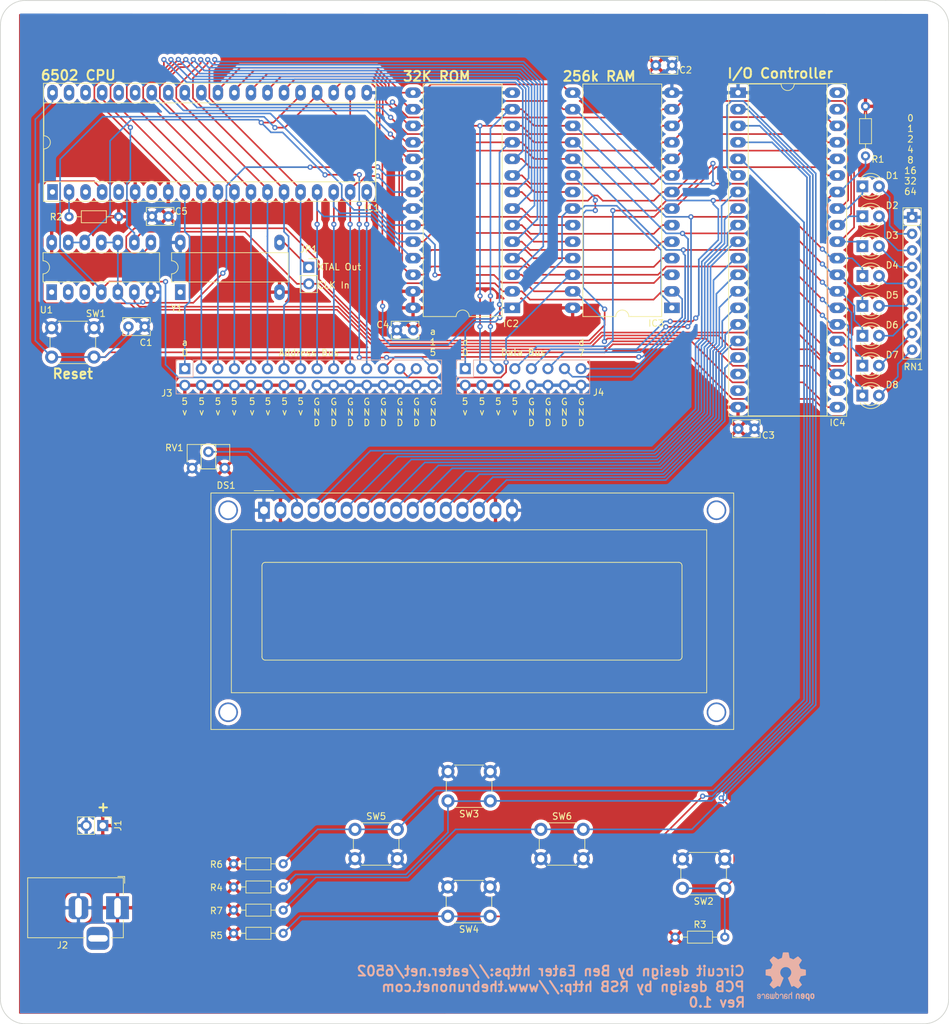
<source format=kicad_pcb>
(kicad_pcb (version 20171130) (host pcbnew "(5.1.4)-1")
  (layers (0 F.Cu signal) (31 B.Cu signal) (34 B.Paste user) (35 F.Paste user) (36 B.SilkS user) (37 F.SilkS user) (38 B.Mask user) (39 F.Mask user) (44 Edge.Cuts user))
  (net 0 "")
  (net 1 "Net-(C1-Pad1)")
  (net 2 GND)
  (net 3 +5V)
  (net 4 "Net-(IC1-Pad1)")
  (net 5 "Net-(IC1-Pad2)")
  (net 6 /a12)
  (net 7 "Net-(IC1-Pad3)")
  (net 8 /a13)
  (net 9 "Net-(IC1-Pad4)")
  (net 10 /a14)
  (net 11 "Net-(IC1-Pad5)")
  (net 12 /a15)
  (net 13 /d7)
  (net 14 "Net-(IC1-Pad7)")
  (net 15 /d6)
  (net 16 /d5)
  (net 17 /a0)
  (net 18 /d4)
  (net 19 /a1)
  (net 20 /d3)
  (net 21 /a2)
  (net 22 /d2)
  (net 23 /a3)
  (net 24 /d1)
  (net 25 /a4)
  (net 26 /d0)
  (net 27 /a5)
  (net 28 "Net-(IC1-Pad34)")
  (net 29 /a6)
  (net 30 "Net-(IC1-Pad35)")
  (net 31 /a7)
  (net 32 "Net-(IC1-Pad36)")
  (net 33 /a8)
  (net 34 "Net-(IC1-Pad37)")
  (net 35 /a9)
  (net 36 "Net-(IC1-Pad38)")
  (net 37 /a10)
  (net 38 "Net-(IC1-Pad39)")
  (net 39 /a11)
  (net 40 "Net-(IC2-Pad20)")
  (net 41 "Net-(IC3-Pad20)")
  (net 42 "Net-(IC4-Pad2)")
  (net 43 "Net-(IC4-Pad3)")
  (net 44 "Net-(IC4-Pad23)")
  (net 45 "Net-(IC4-Pad4)")
  (net 46 "Net-(IC4-Pad5)")
  (net 47 "Net-(IC4-Pad6)")
  (net 48 "Net-(IC4-Pad18)")
  (net 49 "Net-(IC4-Pad19)")
  (net 50 "Net-(IC4-Pad39)")
  (net 51 "Net-(IC4-Pad40)")
  (net 52 "Net-(Y1-Pad1)")
  (net 53 /DS1-D0)
  (net 54 /DS1-D1)
  (net 55 /DS1-D2)
  (net 56 /DS1-D3)
  (net 57 /DS1-D4)
  (net 58 /DS1-D5)
  (net 59 /DS1-D6)
  (net 60 /DS1-D7)
  (net 61 /DS1-Ena)
  (net 62 /DS1-RS)
  (net 63 /DS1-R~W)
  (net 64 /DS1-V0)
  (net 65 "Net-(D1-Pad2)")
  (net 66 "Net-(D2-Pad2)")
  (net 67 "Net-(D3-Pad2)")
  (net 68 "Net-(D4-Pad2)")
  (net 69 "Net-(D5-Pad2)")
  (net 70 "Net-(D6-Pad2)")
  (net 71 "Net-(D7-Pad2)")
  (net 72 "Net-(D8-Pad2)")
  (net 73 "Net-(JP1-Pad1)")
  (module Package_DIP:DIP-40_W15.24mm_Socket_LongPads (layer F.Cu) (at 32.7406 45.1485 90)
    (fp_text reference IC1 (at -2.4515 49.0094 180) (layer F.SilkS))
    (fp_text value "W65C02S6TPG-14 CPU")
    (pad 1 thru_hole rect (at 0 0 90) (size 2.4 1.6) (drill 0.8) (layers *.Cu *.Mask) (net 4 "Net-(IC1-Pad1)"))
    (pad 21 thru_hole oval (at 15.24 48.26 90) (size 2.4 1.6) (drill 0.8) (layers *.Cu *.Mask) (net 2 GND))
    (pad 2 thru_hole oval (at 0 2.54 90) (size 2.4 1.6) (drill 0.8) (layers *.Cu *.Mask) (net 5 "Net-(IC1-Pad2)"))
    (pad 22 thru_hole oval (at 15.24 45.72 90) (size 2.4 1.6) (drill 0.8) (layers *.Cu *.Mask) (net 6 /a12))
    (pad 3 thru_hole oval (at 0 5.08 90) (size 2.4 1.6) (drill 0.8) (layers *.Cu *.Mask) (net 7 "Net-(IC1-Pad3)"))
    (pad 23 thru_hole oval (at 15.24 43.18 90) (size 2.4 1.6) (drill 0.8) (layers *.Cu *.Mask) (net 8 /a13))
    (pad 4 thru_hole oval (at 0 7.62 90) (size 2.4 1.6) (drill 0.8) (layers *.Cu *.Mask) (net 9 "Net-(IC1-Pad4)"))
    (pad 24 thru_hole oval (at 15.24 40.64 90) (size 2.4 1.6) (drill 0.8) (layers *.Cu *.Mask) (net 10 /a14))
    (pad 5 thru_hole oval (at 0 10.16 90) (size 2.4 1.6) (drill 0.8) (layers *.Cu *.Mask) (net 11 "Net-(IC1-Pad5)"))
    (pad 25 thru_hole oval (at 15.24 38.1 90) (size 2.4 1.6) (drill 0.8) (layers *.Cu *.Mask) (net 12 /a15))
    (pad 6 thru_hole oval (at 0 12.7 90) (size 2.4 1.6) (drill 0.8) (layers *.Cu *.Mask) (net 3 +5V))
    (pad 26 thru_hole oval (at 15.24 35.56 90) (size 2.4 1.6) (drill 0.8) (layers *.Cu *.Mask) (net 13 /d7))
    (pad 7 thru_hole oval (at 0 15.24 90) (size 2.4 1.6) (drill 0.8) (layers *.Cu *.Mask) (net 14 "Net-(IC1-Pad7)"))
    (pad 27 thru_hole oval (at 15.24 33.02 90) (size 2.4 1.6) (drill 0.8) (layers *.Cu *.Mask) (net 15 /d6))
    (pad 8 thru_hole oval (at 0 17.78 90) (size 2.4 1.6) (drill 0.8) (layers *.Cu *.Mask) (net 3 +5V))
    (pad 28 thru_hole oval (at 15.24 30.48 90) (size 2.4 1.6) (drill 0.8) (layers *.Cu *.Mask) (net 16 /d5))
    (pad 9 thru_hole oval (at 0 20.32 90) (size 2.4 1.6) (drill 0.8) (layers *.Cu *.Mask) (net 17 /a0))
    (pad 29 thru_hole oval (at 15.24 27.94 90) (size 2.4 1.6) (drill 0.8) (layers *.Cu *.Mask) (net 18 /d4))
    (pad 10 thru_hole oval (at 0 22.86 90) (size 2.4 1.6) (drill 0.8) (layers *.Cu *.Mask) (net 19 /a1))
    (pad 30 thru_hole oval (at 15.24 25.4 90) (size 2.4 1.6) (drill 0.8) (layers *.Cu *.Mask) (net 20 /d3))
    (pad 11 thru_hole oval (at 0 25.4 90) (size 2.4 1.6) (drill 0.8) (layers *.Cu *.Mask) (net 21 /a2))
    (pad 31 thru_hole oval (at 15.24 22.86 90) (size 2.4 1.6) (drill 0.8) (layers *.Cu *.Mask) (net 22 /d2))
    (pad 12 thru_hole oval (at 0 27.94 90) (size 2.4 1.6) (drill 0.8) (layers *.Cu *.Mask) (net 23 /a3))
    (pad 32 thru_hole oval (at 15.24 20.32 90) (size 2.4 1.6) (drill 0.8) (layers *.Cu *.Mask) (net 24 /d1))
    (pad 13 thru_hole oval (at 0 30.48 90) (size 2.4 1.6) (drill 0.8) (layers *.Cu *.Mask) (net 25 /a4))
    (pad 33 thru_hole oval (at 15.24 17.78 90) (size 2.4 1.6) (drill 0.8) (layers *.Cu *.Mask) (net 26 /d0))
    (pad 14 thru_hole oval (at 0 33.02 90) (size 2.4 1.6) (drill 0.8) (layers *.Cu *.Mask) (net 27 /a5))
    (pad 34 thru_hole oval (at 15.24 15.24 90) (size 2.4 1.6) (drill 0.8) (layers *.Cu *.Mask) (net 28 "Net-(IC1-Pad34)"))
    (pad 15 thru_hole oval (at 0 35.56 90) (size 2.4 1.6) (drill 0.8) (layers *.Cu *.Mask) (net 29 /a6))
    (pad 35 thru_hole oval (at 15.24 12.7 90) (size 2.4 1.6) (drill 0.8) (layers *.Cu *.Mask) (net 30 "Net-(IC1-Pad35)"))
    (pad 16 thru_hole oval (at 0 38.1 90) (size 2.4 1.6) (drill 0.8) (layers *.Cu *.Mask) (net 31 /a7))
    (pad 36 thru_hole oval (at 15.24 10.16 90) (size 2.4 1.6) (drill 0.8) (layers *.Cu *.Mask) (net 32 "Net-(IC1-Pad36)"))
    (pad 17 thru_hole oval (at 0 40.64 90) (size 2.4 1.6) (drill 0.8) (layers *.Cu *.Mask) (net 33 /a8))
    (pad 37 thru_hole oval (at 15.24 7.62 90) (size 2.4 1.6) (drill 0.8) (layers *.Cu *.Mask) (net 34 "Net-(IC1-Pad37)"))
    (pad 18 thru_hole oval (at 0 43.18 90) (size 2.4 1.6) (drill 0.8) (layers *.Cu *.Mask) (net 35 /a9))
    (pad 38 thru_hole oval (at 15.24 5.08 90) (size 2.4 1.6) (drill 0.8) (layers *.Cu *.Mask) (net 36 "Net-(IC1-Pad38)"))
    (pad 19 thru_hole oval (at 0 45.72 90) (size 2.4 1.6) (drill 0.8) (layers *.Cu *.Mask) (net 37 /a10))
    (pad 39 thru_hole oval (at 15.24 2.54 90) (size 2.4 1.6) (drill 0.8) (layers *.Cu *.Mask) (net 38 "Net-(IC1-Pad39)"))
    (pad 20 thru_hole oval (at 0 48.26 90) (size 2.4 1.6) (drill 0.8) (layers *.Cu *.Mask) (net 39 /a11))
    (pad 40 thru_hole oval (at 15.24 0 90) (size 2.4 1.6) (drill 0.8) (layers *.Cu *.Mask) (net 1 "Net-(C1-Pad1)"))
  )
  (module Package_DIP:DIP-28_W15.24mm_LongPads (layer F.Cu) (at 103.3526 62.9285 180)
    (fp_text reference IC2 (at 0.2026 -2.4215) (layer F.SilkS))
    (fp_text value "AT28C256-15PU ROM")
    (pad 1 thru_hole rect (at 0 0 180) (size 2.4 1.6) (drill 0.8) (layers *.Cu *.Mask) (net 10 /a14))
    (pad 15 thru_hole oval (at 15.24 33.02 180) (size 2.4 1.6) (drill 0.8) (layers *.Cu *.Mask) (net 20 /d3))
    (pad 2 thru_hole oval (at 0 2.54 180) (size 2.4 1.6) (drill 0.8) (layers *.Cu *.Mask) (net 6 /a12))
    (pad 16 thru_hole oval (at 15.24 30.48 180) (size 2.4 1.6) (drill 0.8) (layers *.Cu *.Mask) (net 18 /d4))
    (pad 3 thru_hole oval (at 0 5.08 180) (size 2.4 1.6) (drill 0.8) (layers *.Cu *.Mask) (net 31 /a7))
    (pad 17 thru_hole oval (at 15.24 27.94 180) (size 2.4 1.6) (drill 0.8) (layers *.Cu *.Mask) (net 16 /d5))
    (pad 4 thru_hole oval (at 0 7.62 180) (size 2.4 1.6) (drill 0.8) (layers *.Cu *.Mask) (net 29 /a6))
    (pad 18 thru_hole oval (at 15.24 25.4 180) (size 2.4 1.6) (drill 0.8) (layers *.Cu *.Mask) (net 15 /d6))
    (pad 5 thru_hole oval (at 0 10.16 180) (size 2.4 1.6) (drill 0.8) (layers *.Cu *.Mask) (net 27 /a5))
    (pad 19 thru_hole oval (at 15.24 22.86 180) (size 2.4 1.6) (drill 0.8) (layers *.Cu *.Mask) (net 13 /d7))
    (pad 6 thru_hole oval (at 0 12.7 180) (size 2.4 1.6) (drill 0.8) (layers *.Cu *.Mask) (net 25 /a4))
    (pad 20 thru_hole oval (at 15.24 20.32 180) (size 2.4 1.6) (drill 0.8) (layers *.Cu *.Mask) (net 40 "Net-(IC2-Pad20)"))
    (pad 7 thru_hole oval (at 0 15.24 180) (size 2.4 1.6) (drill 0.8) (layers *.Cu *.Mask) (net 23 /a3))
    (pad 21 thru_hole oval (at 15.24 17.78 180) (size 2.4 1.6) (drill 0.8) (layers *.Cu *.Mask) (net 37 /a10))
    (pad 8 thru_hole oval (at 0 17.78 180) (size 2.4 1.6) (drill 0.8) (layers *.Cu *.Mask) (net 21 /a2))
    (pad 22 thru_hole oval (at 15.24 15.24 180) (size 2.4 1.6) (drill 0.8) (layers *.Cu *.Mask) (net 2 GND))
    (pad 9 thru_hole oval (at 0 20.32 180) (size 2.4 1.6) (drill 0.8) (layers *.Cu *.Mask) (net 19 /a1))
    (pad 23 thru_hole oval (at 15.24 12.7 180) (size 2.4 1.6) (drill 0.8) (layers *.Cu *.Mask) (net 39 /a11))
    (pad 10 thru_hole oval (at 0 22.86 180) (size 2.4 1.6) (drill 0.8) (layers *.Cu *.Mask) (net 17 /a0))
    (pad 24 thru_hole oval (at 15.24 10.16 180) (size 2.4 1.6) (drill 0.8) (layers *.Cu *.Mask) (net 35 /a9))
    (pad 11 thru_hole oval (at 0 25.4 180) (size 2.4 1.6) (drill 0.8) (layers *.Cu *.Mask) (net 26 /d0))
    (pad 25 thru_hole oval (at 15.24 7.62 180) (size 2.4 1.6) (drill 0.8) (layers *.Cu *.Mask) (net 33 /a8))
    (pad 12 thru_hole oval (at 0 27.94 180) (size 2.4 1.6) (drill 0.8) (layers *.Cu *.Mask) (net 24 /d1))
    (pad 26 thru_hole oval (at 15.24 5.08 180) (size 2.4 1.6) (drill 0.8) (layers *.Cu *.Mask) (net 8 /a13))
    (pad 13 thru_hole oval (at 0 30.48 180) (size 2.4 1.6) (drill 0.8) (layers *.Cu *.Mask) (net 22 /d2))
    (pad 27 thru_hole oval (at 15.24 2.54 180) (size 2.4 1.6) (drill 0.8) (layers *.Cu *.Mask) (net 3 +5V))
    (pad 14 thru_hole oval (at 0 33.02 180) (size 2.4 1.6) (drill 0.8) (layers *.Cu *.Mask) (net 2 GND))
    (pad 28 thru_hole oval (at 15.24 0 180) (size 2.4 1.6) (drill 0.8) (layers *.Cu *.Mask) (net 3 +5V))
  )
  (module Package_DIP:DIP-28_W15.24mm_LongPads (layer F.Cu) (at 127.8636 62.9285 180)
    (fp_text reference IC3 (at 2.4136 -2.3715) (layer F.SilkS))
    (fp_text value "AS6C62256-55PCN SRAM")
    (pad 1 thru_hole rect (at 0 0 180) (size 2.4 1.6) (drill 0.8) (layers *.Cu *.Mask) (net 10 /a14))
    (pad 15 thru_hole oval (at 15.24 33.02 180) (size 2.4 1.6) (drill 0.8) (layers *.Cu *.Mask) (net 20 /d3))
    (pad 2 thru_hole oval (at 0 2.54 180) (size 2.4 1.6) (drill 0.8) (layers *.Cu *.Mask) (net 6 /a12))
    (pad 16 thru_hole oval (at 15.24 30.48 180) (size 2.4 1.6) (drill 0.8) (layers *.Cu *.Mask) (net 18 /d4))
    (pad 3 thru_hole oval (at 0 5.08 180) (size 2.4 1.6) (drill 0.8) (layers *.Cu *.Mask) (net 31 /a7))
    (pad 17 thru_hole oval (at 15.24 27.94 180) (size 2.4 1.6) (drill 0.8) (layers *.Cu *.Mask) (net 16 /d5))
    (pad 4 thru_hole oval (at 0 7.62 180) (size 2.4 1.6) (drill 0.8) (layers *.Cu *.Mask) (net 29 /a6))
    (pad 18 thru_hole oval (at 15.24 25.4 180) (size 2.4 1.6) (drill 0.8) (layers *.Cu *.Mask) (net 15 /d6))
    (pad 5 thru_hole oval (at 0 10.16 180) (size 2.4 1.6) (drill 0.8) (layers *.Cu *.Mask) (net 27 /a5))
    (pad 19 thru_hole oval (at 15.24 22.86 180) (size 2.4 1.6) (drill 0.8) (layers *.Cu *.Mask) (net 13 /d7))
    (pad 6 thru_hole oval (at 0 12.7 180) (size 2.4 1.6) (drill 0.8) (layers *.Cu *.Mask) (net 25 /a4))
    (pad 20 thru_hole oval (at 15.24 20.32 180) (size 2.4 1.6) (drill 0.8) (layers *.Cu *.Mask) (net 41 "Net-(IC3-Pad20)"))
    (pad 7 thru_hole oval (at 0 15.24 180) (size 2.4 1.6) (drill 0.8) (layers *.Cu *.Mask) (net 23 /a3))
    (pad 21 thru_hole oval (at 15.24 17.78 180) (size 2.4 1.6) (drill 0.8) (layers *.Cu *.Mask) (net 37 /a10))
    (pad 8 thru_hole oval (at 0 17.78 180) (size 2.4 1.6) (drill 0.8) (layers *.Cu *.Mask) (net 21 /a2))
    (pad 22 thru_hole oval (at 15.24 15.24 180) (size 2.4 1.6) (drill 0.8) (layers *.Cu *.Mask) (net 10 /a14))
    (pad 9 thru_hole oval (at 0 20.32 180) (size 2.4 1.6) (drill 0.8) (layers *.Cu *.Mask) (net 19 /a1))
    (pad 23 thru_hole oval (at 15.24 12.7 180) (size 2.4 1.6) (drill 0.8) (layers *.Cu *.Mask) (net 39 /a11))
    (pad 10 thru_hole oval (at 0 22.86 180) (size 2.4 1.6) (drill 0.8) (layers *.Cu *.Mask) (net 17 /a0))
    (pad 24 thru_hole oval (at 15.24 10.16 180) (size 2.4 1.6) (drill 0.8) (layers *.Cu *.Mask) (net 35 /a9))
    (pad 11 thru_hole oval (at 0 25.4 180) (size 2.4 1.6) (drill 0.8) (layers *.Cu *.Mask) (net 26 /d0))
    (pad 25 thru_hole oval (at 15.24 7.62 180) (size 2.4 1.6) (drill 0.8) (layers *.Cu *.Mask) (net 33 /a8))
    (pad 12 thru_hole oval (at 0 27.94 180) (size 2.4 1.6) (drill 0.8) (layers *.Cu *.Mask) (net 24 /d1))
    (pad 26 thru_hole oval (at 15.24 5.08 180) (size 2.4 1.6) (drill 0.8) (layers *.Cu *.Mask) (net 8 /a13))
    (pad 13 thru_hole oval (at 0 30.48 180) (size 2.4 1.6) (drill 0.8) (layers *.Cu *.Mask) (net 22 /d2))
    (pad 27 thru_hole oval (at 15.24 2.54 180) (size 2.4 1.6) (drill 0.8) (layers *.Cu *.Mask) (net 28 "Net-(IC1-Pad34)"))
    (pad 14 thru_hole oval (at 0 33.02 180) (size 2.4 1.6) (drill 0.8) (layers *.Cu *.Mask) (net 2 GND))
    (pad 28 thru_hole oval (at 15.24 0 180) (size 2.4 1.6) (drill 0.8) (layers *.Cu *.Mask) (net 3 +5V))
  )
  (module Connector_PinHeader_2.54mm:PinHeader_2x16_P2.54mm_Vertical (layer B.Cu) (at 53.05806 72.263 270)
    (fp_text reference J3 (at 3.74904 2.76098 180) (layer F.SilkS))
    (fp_text value "Address Bus")
    (pad 1 thru_hole rect (at 0 0 270) (size 1.7 1.7) (drill 1) (layers *.Cu *.Mask) (net 17 /a0))
    (pad 32 thru_hole oval (at 2.54 0 270) (size 1.7 1.7) (drill 1) (layers *.Cu *.Mask) (net 3 +5V))
    (pad 2 thru_hole oval (at 0 -2.54 270) (size 1.7 1.7) (drill 1) (layers *.Cu *.Mask) (net 19 /a1))
    (pad 31 thru_hole oval (at 2.54 -2.54 270) (size 1.7 1.7) (drill 1) (layers *.Cu *.Mask) (net 3 +5V))
    (pad 3 thru_hole oval (at 0 -5.08 270) (size 1.7 1.7) (drill 1) (layers *.Cu *.Mask) (net 21 /a2))
    (pad 30 thru_hole oval (at 2.54 -5.08 270) (size 1.7 1.7) (drill 1) (layers *.Cu *.Mask) (net 3 +5V))
    (pad 4 thru_hole oval (at 0 -7.62 270) (size 1.7 1.7) (drill 1) (layers *.Cu *.Mask) (net 23 /a3))
    (pad 29 thru_hole oval (at 2.54 -7.62 270) (size 1.7 1.7) (drill 1) (layers *.Cu *.Mask) (net 3 +5V))
    (pad 5 thru_hole oval (at 0 -10.16 270) (size 1.7 1.7) (drill 1) (layers *.Cu *.Mask) (net 25 /a4))
    (pad 28 thru_hole oval (at 2.54 -10.16 270) (size 1.7 1.7) (drill 1) (layers *.Cu *.Mask) (net 3 +5V))
    (pad 6 thru_hole oval (at 0 -12.7 270) (size 1.7 1.7) (drill 1) (layers *.Cu *.Mask) (net 27 /a5))
    (pad 27 thru_hole oval (at 2.54 -12.7 270) (size 1.7 1.7) (drill 1) (layers *.Cu *.Mask) (net 3 +5V))
    (pad 7 thru_hole oval (at 0 -15.24 270) (size 1.7 1.7) (drill 1) (layers *.Cu *.Mask) (net 29 /a6))
    (pad 26 thru_hole oval (at 2.54 -15.24 270) (size 1.7 1.7) (drill 1) (layers *.Cu *.Mask) (net 3 +5V))
    (pad 8 thru_hole oval (at 0 -17.78 270) (size 1.7 1.7) (drill 1) (layers *.Cu *.Mask) (net 31 /a7))
    (pad 25 thru_hole oval (at 2.54 -17.78 270) (size 1.7 1.7) (drill 1) (layers *.Cu *.Mask) (net 3 +5V))
    (pad 9 thru_hole oval (at 0 -20.32 270) (size 1.7 1.7) (drill 1) (layers *.Cu *.Mask) (net 33 /a8))
    (pad 24 thru_hole oval (at 2.54 -20.32 270) (size 1.7 1.7) (drill 1) (layers *.Cu *.Mask) (net 2 GND))
    (pad 10 thru_hole oval (at 0 -22.86 270) (size 1.7 1.7) (drill 1) (layers *.Cu *.Mask) (net 35 /a9))
    (pad 23 thru_hole oval (at 2.54 -22.86 270) (size 1.7 1.7) (drill 1) (layers *.Cu *.Mask) (net 2 GND))
    (pad 11 thru_hole oval (at 0 -25.4 270) (size 1.7 1.7) (drill 1) (layers *.Cu *.Mask) (net 37 /a10))
    (pad 22 thru_hole oval (at 2.54 -25.4 270) (size 1.7 1.7) (drill 1) (layers *.Cu *.Mask) (net 2 GND))
    (pad 12 thru_hole oval (at 0 -27.94 270) (size 1.7 1.7) (drill 1) (layers *.Cu *.Mask) (net 39 /a11))
    (pad 21 thru_hole oval (at 2.54 -27.94 270) (size 1.7 1.7) (drill 1) (layers *.Cu *.Mask) (net 2 GND))
    (pad 13 thru_hole oval (at 0 -30.48 270) (size 1.7 1.7) (drill 1) (layers *.Cu *.Mask) (net 6 /a12))
    (pad 20 thru_hole oval (at 2.54 -30.48 270) (size 1.7 1.7) (drill 1) (layers *.Cu *.Mask) (net 2 GND))
    (pad 14 thru_hole oval (at 0 -33.02 270) (size 1.7 1.7) (drill 1) (layers *.Cu *.Mask) (net 8 /a13))
    (pad 19 thru_hole oval (at 2.54 -33.02 270) (size 1.7 1.7) (drill 1) (layers *.Cu *.Mask) (net 2 GND))
    (pad 15 thru_hole oval (at 0 -35.56 270) (size 1.7 1.7) (drill 1) (layers *.Cu *.Mask) (net 10 /a14))
    (pad 18 thru_hole oval (at 2.54 -35.56 270) (size 1.7 1.7) (drill 1) (layers *.Cu *.Mask) (net 2 GND))
    (pad 16 thru_hole oval (at 0 -38.1 270) (size 1.7 1.7) (drill 1) (layers *.Cu *.Mask) (net 12 /a15))
    (pad 17 thru_hole oval (at 2.54 -38.1 270) (size 1.7 1.7) (drill 1) (layers *.Cu *.Mask) (net 2 GND))
  )
  (module Connector_PinHeader_2.54mm:PinHeader_2x08_P2.54mm_Vertical (layer B.Cu) (at 96.1263 72.26046 270)
    (fp_text reference J4 (at 3.63954 -20.4737) (layer F.SilkS))
    (fp_text value "Data Bus")
    (pad 1 thru_hole rect (at 0 0 270) (size 1.7 1.7) (drill 1) (layers *.Cu *.Mask) (net 26 /d0))
    (pad 16 thru_hole oval (at 2.54 0 270) (size 1.7 1.7) (drill 1) (layers *.Cu *.Mask) (net 3 +5V))
    (pad 2 thru_hole oval (at 0 -2.54 270) (size 1.7 1.7) (drill 1) (layers *.Cu *.Mask) (net 24 /d1))
    (pad 15 thru_hole oval (at 2.54 -2.54 270) (size 1.7 1.7) (drill 1) (layers *.Cu *.Mask) (net 3 +5V))
    (pad 3 thru_hole oval (at 0 -5.08 270) (size 1.7 1.7) (drill 1) (layers *.Cu *.Mask) (net 22 /d2))
    (pad 14 thru_hole oval (at 2.54 -5.08 270) (size 1.7 1.7) (drill 1) (layers *.Cu *.Mask) (net 3 +5V))
    (pad 4 thru_hole oval (at 0 -7.62 270) (size 1.7 1.7) (drill 1) (layers *.Cu *.Mask) (net 20 /d3))
    (pad 13 thru_hole oval (at 2.54 -7.62 270) (size 1.7 1.7) (drill 1) (layers *.Cu *.Mask) (net 3 +5V))
    (pad 5 thru_hole oval (at 0 -10.16 270) (size 1.7 1.7) (drill 1) (layers *.Cu *.Mask) (net 18 /d4))
    (pad 12 thru_hole oval (at 2.54 -10.16 270) (size 1.7 1.7) (drill 1) (layers *.Cu *.Mask) (net 2 GND))
    (pad 6 thru_hole oval (at 0 -12.7 270) (size 1.7 1.7) (drill 1) (layers *.Cu *.Mask) (net 16 /d5))
    (pad 11 thru_hole oval (at 2.54 -12.7 270) (size 1.7 1.7) (drill 1) (layers *.Cu *.Mask) (net 2 GND))
    (pad 7 thru_hole oval (at 0 -15.24 270) (size 1.7 1.7) (drill 1) (layers *.Cu *.Mask) (net 15 /d6))
    (pad 10 thru_hole oval (at 2.54 -15.24 270) (size 1.7 1.7) (drill 1) (layers *.Cu *.Mask) (net 2 GND))
    (pad 8 thru_hole oval (at 0 -17.78 270) (size 1.7 1.7) (drill 1) (layers *.Cu *.Mask) (net 13 /d7))
    (pad 9 thru_hole oval (at 2.54 -17.78 270) (size 1.7 1.7) (drill 1) (layers *.Cu *.Mask) (net 2 GND))
  )
  (module Symbol:OSHW-Logo2_9.8x8mm_SilkScreen (layer B.Cu) (at 145.3515 165.5445 180)
    (fp_text reference REF** hide)
    (fp_text value OSHW-Logo2_9.8x8mm_SilkScreen hide)
  )
  (module Package_DIP:DIP-14_W7.62mm_LongPads (layer F.Cu) (at 52.3621 60.5155 90)
    (fp_text reference Y1 (at -2.4765 -0.5461) (layer F.SilkS))
    (fp_text value 1MHz)
    (pad 14 thru_hole oval (at 7.62 0 90) (size 2.4 1.6) (drill 0.8) (layers *.Cu *.Mask) (net 2 GND))
    (pad 7 thru_hole oval (at 0 15.24 90) (size 2.4 1.6) (drill 0.8) (layers *.Cu *.Mask) (net 3 +5V))
    (pad 8 thru_hole oval (at 7.62 15.24 90) (size 2.4 1.6) (drill 0.8) (layers *.Cu *.Mask) (net 73 "Net-(JP1-Pad1)"))
    (pad 1 thru_hole rect (at 0 0 90) (size 2.4 1.6) (drill 0.8) (layers *.Cu *.Mask) (net 52 "Net-(Y1-Pad1)"))
  )
  (module Package_DIP:DIP-40_W15.24mm_Socket_LongPads (layer F.Cu) (at 138.0236 29.9085)
    (fp_text reference IC4 (at 15.2764 50.6415) (layer F.SilkS))
    (fp_text value "W65C22S6TPG-14 I/O")
    (pad 1 thru_hole rect (at 0 0) (size 2.4 1.6) (drill 0.8) (layers *.Cu *.Mask) (net 2 GND))
    (pad 21 thru_hole oval (at 15.24 48.26) (size 2.4 1.6) (drill 0.8) (layers *.Cu *.Mask) (net 9 "Net-(IC1-Pad4)"))
    (pad 2 thru_hole oval (at 0 2.54) (size 2.4 1.6) (drill 0.8) (layers *.Cu *.Mask) (net 42 "Net-(IC4-Pad2)"))
    (pad 22 thru_hole oval (at 15.24 45.72) (size 2.4 1.6) (drill 0.8) (layers *.Cu *.Mask) (net 28 "Net-(IC1-Pad34)"))
    (pad 3 thru_hole oval (at 0 5.08) (size 2.4 1.6) (drill 0.8) (layers *.Cu *.Mask) (net 43 "Net-(IC4-Pad3)"))
    (pad 23 thru_hole oval (at 15.24 43.18) (size 2.4 1.6) (drill 0.8) (layers *.Cu *.Mask) (net 44 "Net-(IC4-Pad23)"))
    (pad 4 thru_hole oval (at 0 7.62) (size 2.4 1.6) (drill 0.8) (layers *.Cu *.Mask) (net 45 "Net-(IC4-Pad4)"))
    (pad 24 thru_hole oval (at 15.24 40.64) (size 2.4 1.6) (drill 0.8) (layers *.Cu *.Mask) (net 8 /a13))
    (pad 5 thru_hole oval (at 0 10.16) (size 2.4 1.6) (drill 0.8) (layers *.Cu *.Mask) (net 46 "Net-(IC4-Pad5)"))
    (pad 25 thru_hole oval (at 15.24 38.1) (size 2.4 1.6) (drill 0.8) (layers *.Cu *.Mask) (net 34 "Net-(IC1-Pad37)"))
    (pad 6 thru_hole oval (at 0 12.7) (size 2.4 1.6) (drill 0.8) (layers *.Cu *.Mask) (net 47 "Net-(IC4-Pad6)"))
    (pad 26 thru_hole oval (at 15.24 35.56) (size 2.4 1.6) (drill 0.8) (layers *.Cu *.Mask) (net 13 /d7))
    (pad 7 thru_hole oval (at 0 15.24) (size 2.4 1.6) (drill 0.8) (layers *.Cu *.Mask) (net 62 /DS1-RS))
    (pad 27 thru_hole oval (at 15.24 33.02) (size 2.4 1.6) (drill 0.8) (layers *.Cu *.Mask) (net 15 /d6))
    (pad 8 thru_hole oval (at 0 17.78) (size 2.4 1.6) (drill 0.8) (layers *.Cu *.Mask) (net 63 /DS1-R~W))
    (pad 28 thru_hole oval (at 15.24 30.48) (size 2.4 1.6) (drill 0.8) (layers *.Cu *.Mask) (net 16 /d5))
    (pad 9 thru_hole oval (at 0 20.32) (size 2.4 1.6) (drill 0.8) (layers *.Cu *.Mask) (net 61 /DS1-Ena))
    (pad 29 thru_hole oval (at 15.24 27.94) (size 2.4 1.6) (drill 0.8) (layers *.Cu *.Mask) (net 18 /d4))
    (pad 10 thru_hole oval (at 0 22.86) (size 2.4 1.6) (drill 0.8) (layers *.Cu *.Mask) (net 53 /DS1-D0))
    (pad 30 thru_hole oval (at 15.24 25.4) (size 2.4 1.6) (drill 0.8) (layers *.Cu *.Mask) (net 20 /d3))
    (pad 11 thru_hole oval (at 0 25.4) (size 2.4 1.6) (drill 0.8) (layers *.Cu *.Mask) (net 54 /DS1-D1))
    (pad 31 thru_hole oval (at 15.24 22.86) (size 2.4 1.6) (drill 0.8) (layers *.Cu *.Mask) (net 22 /d2))
    (pad 12 thru_hole oval (at 0 27.94) (size 2.4 1.6) (drill 0.8) (layers *.Cu *.Mask) (net 55 /DS1-D2))
    (pad 32 thru_hole oval (at 15.24 20.32) (size 2.4 1.6) (drill 0.8) (layers *.Cu *.Mask) (net 24 /d1))
    (pad 13 thru_hole oval (at 0 30.48) (size 2.4 1.6) (drill 0.8) (layers *.Cu *.Mask) (net 56 /DS1-D3))
    (pad 33 thru_hole oval (at 15.24 17.78) (size 2.4 1.6) (drill 0.8) (layers *.Cu *.Mask) (net 26 /d0))
    (pad 14 thru_hole oval (at 0 33.02) (size 2.4 1.6) (drill 0.8) (layers *.Cu *.Mask) (net 57 /DS1-D4))
    (pad 34 thru_hole oval (at 15.24 15.24) (size 2.4 1.6) (drill 0.8) (layers *.Cu *.Mask) (net 1 "Net-(C1-Pad1)"))
    (pad 15 thru_hole oval (at 0 35.56) (size 2.4 1.6) (drill 0.8) (layers *.Cu *.Mask) (net 58 /DS1-D5))
    (pad 35 thru_hole oval (at 15.24 12.7) (size 2.4 1.6) (drill 0.8) (layers *.Cu *.Mask) (net 23 /a3))
    (pad 16 thru_hole oval (at 0 38.1) (size 2.4 1.6) (drill 0.8) (layers *.Cu *.Mask) (net 59 /DS1-D6))
    (pad 36 thru_hole oval (at 15.24 10.16) (size 2.4 1.6) (drill 0.8) (layers *.Cu *.Mask) (net 21 /a2))
    (pad 17 thru_hole oval (at 0 40.64) (size 2.4 1.6) (drill 0.8) (layers *.Cu *.Mask) (net 60 /DS1-D7))
    (pad 37 thru_hole oval (at 15.24 7.62) (size 2.4 1.6) (drill 0.8) (layers *.Cu *.Mask) (net 19 /a1))
    (pad 18 thru_hole oval (at 0 43.18) (size 2.4 1.6) (drill 0.8) (layers *.Cu *.Mask) (net 48 "Net-(IC4-Pad18)"))
    (pad 38 thru_hole oval (at 15.24 5.08) (size 2.4 1.6) (drill 0.8) (layers *.Cu *.Mask) (net 17 /a0))
    (pad 19 thru_hole oval (at 0 45.72) (size 2.4 1.6) (drill 0.8) (layers *.Cu *.Mask) (net 49 "Net-(IC4-Pad19)"))
    (pad 39 thru_hole oval (at 15.24 2.54) (size 2.4 1.6) (drill 0.8) (layers *.Cu *.Mask) (net 50 "Net-(IC4-Pad39)"))
    (pad 20 thru_hole oval (at 0 48.26) (size 2.4 1.6) (drill 0.8) (layers *.Cu *.Mask) (net 3 +5V))
    (pad 40 thru_hole oval (at 15.24 0) (size 2.4 1.6) (drill 0.8) (layers *.Cu *.Mask) (net 51 "Net-(IC4-Pad40)"))
  )
  (module Capacitor_THT:C_Rect_L4.0mm_W2.5mm_P2.50mm (layer F.Cu) (at 44.4 65.8)
    (fp_text reference C1 (at 2.7 2.45 180) (layer F.SilkS))
    (fp_text value 0.1uF)
    (pad 1 thru_hole circle (at 0 0) (size 1.6 1.6) (drill 0.8) (layers *.Cu *.Mask) (net 1 "Net-(C1-Pad1)"))
    (pad 2 thru_hole circle (at 2.5 0) (size 1.6 1.6) (drill 0.8) (layers *.Cu *.Mask) (net 2 GND))
  )
  (module Capacitor_THT:C_Rect_L4.0mm_W2.5mm_P2.50mm (layer F.Cu) (at 125.4 25.7)
    (fp_text reference C2 (at 4.58216 0.7366) (layer F.SilkS))
    (fp_text value 0.1uF)
    (pad 2 thru_hole circle (at 2.5 0) (size 1.6 1.6) (drill 0.8) (layers *.Cu *.Mask) (net 2 GND))
    (pad 1 thru_hole circle (at 0 0) (size 1.6 1.6) (drill 0.8) (layers *.Cu *.Mask) (net 3 +5V))
  )
  (module Capacitor_THT:C_Rect_L4.0mm_W2.5mm_P2.50mm (layer F.Cu) (at 138.049 81.4705)
    (fp_text reference C3 (at 4.6355 1.016) (layer F.SilkS))
    (fp_text value 0.1uF)
    (pad 2 thru_hole circle (at 2.5 0) (size 1.6 1.6) (drill 0.8) (layers *.Cu *.Mask) (net 2 GND))
    (pad 1 thru_hole circle (at 0 0) (size 1.6 1.6) (drill 0.8) (layers *.Cu *.Mask) (net 3 +5V))
  )
  (module Capacitor_THT:C_Rect_L4.0mm_W2.5mm_P2.50mm (layer F.Cu) (at 88.138 66.3575 180)
    (fp_text reference C4 (at 4.6609 0.83566) (layer F.SilkS))
    (fp_text value 0.1uF)
    (pad 2 thru_hole circle (at 2.5 0 180) (size 1.6 1.6) (drill 0.8) (layers *.Cu *.Mask) (net 2 GND))
    (pad 1 thru_hole circle (at 0 0 180) (size 1.6 1.6) (drill 0.8) (layers *.Cu *.Mask) (net 3 +5V))
  )
  (module Resistor_THT:R_Axial_DIN0204_L3.6mm_D1.6mm_P7.62mm_Horizontal (layer F.Cu) (at 157.6 39.62 90)
    (fp_text reference R1 (at -0.512 1.912 180) (layer F.SilkS))
    (fp_text value 1k)
    (pad 2 thru_hole oval (at 7.62 0 90) (size 1.4 1.4) (drill 0.7) (layers *.Cu *.Mask) (net 3 +5V))
    (pad 1 thru_hole circle (at 0 0 90) (size 1.4 1.4) (drill 0.7) (layers *.Cu *.Mask) (net 1 "Net-(C1-Pad1)"))
  )
  (module Resistor_THT:R_Axial_DIN0204_L3.6mm_D1.6mm_P7.62mm_Horizontal (layer F.Cu) (at 35.2806 48.9458)
    (fp_text reference R2 (at -1.9685 0.0254) (layer F.SilkS))
    (fp_text value 1k)
    (pad 1 thru_hole circle (at 0 0) (size 1.4 1.4) (drill 0.7) (layers *.Cu *.Mask) (net 5 "Net-(IC1-Pad2)"))
    (pad 2 thru_hole oval (at 7.62 0) (size 1.4 1.4) (drill 0.7) (layers *.Cu *.Mask) (net 3 +5V))
  )
  (module Resistor_THT:R_Axial_DIN0204_L3.6mm_D1.6mm_P7.62mm_Horizontal (layer F.Cu) (at 128.3716 159.4866)
    (fp_text reference R3 (at 3.81 -1.92) (layer F.SilkS))
    (fp_text value 1k)
    (pad 2 thru_hole oval (at 7.62 0) (size 1.4 1.4) (drill 0.7) (layers *.Cu *.Mask) (net 42 "Net-(IC4-Pad2)"))
    (pad 1 thru_hole circle (at 0 0) (size 1.4 1.4) (drill 0.7) (layers *.Cu *.Mask) (net 3 +5V))
  )
  (module Resistor_THT:R_Axial_DIN0204_L3.6mm_D1.6mm_P7.62mm_Horizontal (layer F.Cu) (at 60.5536 151.7904)
    (fp_text reference R4 (at -2.6416 0.1016) (layer F.SilkS))
    (fp_text value 1k)
    (pad 1 thru_hole circle (at 0 0) (size 1.4 1.4) (drill 0.7) (layers *.Cu *.Mask) (net 3 +5V))
    (pad 2 thru_hole oval (at 7.62 0) (size 1.4 1.4) (drill 0.7) (layers *.Cu *.Mask) (net 43 "Net-(IC4-Pad3)"))
  )
  (module Resistor_THT:R_Axial_DIN0204_L3.6mm_D1.6mm_P7.62mm_Horizontal (layer F.Cu) (at 60.5536 158.9024)
    (fp_text reference R5 (at -2.6416 0.3556) (layer F.SilkS))
    (fp_text value 1k)
    (pad 2 thru_hole oval (at 7.62 0) (size 1.4 1.4) (drill 0.7) (layers *.Cu *.Mask) (net 45 "Net-(IC4-Pad4)"))
    (pad 1 thru_hole circle (at 0 0) (size 1.4 1.4) (drill 0.7) (layers *.Cu *.Mask) (net 3 +5V))
  )
  (module Resistor_THT:R_Axial_DIN0204_L3.6mm_D1.6mm_P7.62mm_Horizontal (layer F.Cu) (at 60.5536 148.2344)
    (fp_text reference R6 (at -2.6416 0.1016) (layer F.SilkS))
    (fp_text value 1k)
    (pad 1 thru_hole circle (at 0 0) (size 1.4 1.4) (drill 0.7) (layers *.Cu *.Mask) (net 3 +5V))
    (pad 2 thru_hole oval (at 7.62 0) (size 1.4 1.4) (drill 0.7) (layers *.Cu *.Mask) (net 46 "Net-(IC4-Pad5)"))
  )
  (module Resistor_THT:R_Axial_DIN0204_L3.6mm_D1.6mm_P7.62mm_Horizontal (layer F.Cu) (at 60.5536 155.3464)
    (fp_text reference R7 (at -2.6416 0.1016) (layer F.SilkS))
    (fp_text value 1k)
    (pad 1 thru_hole circle (at 0 0) (size 1.4 1.4) (drill 0.7) (layers *.Cu *.Mask) (net 3 +5V))
    (pad 2 thru_hole oval (at 7.62 0) (size 1.4 1.4) (drill 0.7) (layers *.Cu *.Mask) (net 47 "Net-(IC4-Pad6)"))
  )
  (module Potentiometer_THT:Potentiometer_ACP_CA6-H2,5_Horizontal (layer F.Cu) (at 54.18836 87.51316 90)
    (fp_text reference RV1 (at 3.11404 -2.73304) (layer F.SilkS))
    (fp_text value 10K)
    (pad 3 thru_hole circle (at 0 5 90) (size 1.62 1.62) (drill 0.9) (layers *.Cu *.Mask) (net 3 +5V))
    (pad 2 thru_hole circle (at 2.5 2.5 90) (size 1.62 1.62) (drill 0.9) (layers *.Cu *.Mask) (net 64 /DS1-V0))
    (pad 1 thru_hole circle (at 0 0 90) (size 1.62 1.62) (drill 0.9) (layers *.Cu *.Mask) (net 2 GND))
  )
  (module Button_Switch_THT:SW_PUSH_6mm_H5mm (layer F.Cu) (at 32.6136 65.9765)
    (fp_text reference SW1 (at 6.7864 -2.1765) (layer F.SilkS))
    (fp_text value Reset)
    (pad 2 thru_hole circle (at 0 4.5 90) (size 2 2) (drill 1.1) (layers *.Cu *.Mask) (net 1 "Net-(C1-Pad1)"))
    (pad 1 thru_hole circle (at 0 0 90) (size 2 2) (drill 1.1) (layers *.Cu *.Mask) (net 2 GND))
    (pad 2 thru_hole circle (at 6.5 4.5 90) (size 2 2) (drill 1.1) (layers *.Cu *.Mask) (net 1 "Net-(C1-Pad1)"))
    (pad 1 thru_hole circle (at 6.5 0 90) (size 2 2) (drill 1.1) (layers *.Cu *.Mask) (net 2 GND))
  )
  (module Button_Switch_THT:SW_PUSH_6mm_H5mm (layer F.Cu) (at 135.9916 151.9936 180)
    (fp_text reference SW2 (at 3.25 -2) (layer F.SilkS))
    (fp_text value " ")
    (pad 1 thru_hole circle (at 6.5 0 270) (size 2 2) (drill 1.1) (layers *.Cu *.Mask) (net 42 "Net-(IC4-Pad2)"))
    (pad 2 thru_hole circle (at 6.5 4.5 270) (size 2 2) (drill 1.1) (layers *.Cu *.Mask) (net 2 GND))
    (pad 1 thru_hole circle (at 0 0 270) (size 2 2) (drill 1.1) (layers *.Cu *.Mask) (net 42 "Net-(IC4-Pad2)"))
    (pad 2 thru_hole circle (at 0 4.5 270) (size 2 2) (drill 1.1) (layers *.Cu *.Mask) (net 2 GND))
  )
  (module Button_Switch_THT:SW_PUSH_6mm_H5mm (layer F.Cu) (at 99.9744 138.5824 180)
    (fp_text reference SW3 (at 3.25 -2) (layer F.SilkS))
    (fp_text value " ")
    (pad 2 thru_hole circle (at 0 4.5 270) (size 2 2) (drill 1.1) (layers *.Cu *.Mask) (net 2 GND))
    (pad 1 thru_hole circle (at 0 0 270) (size 2 2) (drill 1.1) (layers *.Cu *.Mask) (net 43 "Net-(IC4-Pad3)"))
    (pad 2 thru_hole circle (at 6.5 4.5 270) (size 2 2) (drill 1.1) (layers *.Cu *.Mask) (net 2 GND))
    (pad 1 thru_hole circle (at 6.5 0 270) (size 2 2) (drill 1.1) (layers *.Cu *.Mask) (net 43 "Net-(IC4-Pad3)"))
  )
  (module Button_Switch_THT:SW_PUSH_6mm_H5mm (layer F.Cu) (at 99.949 156.2862 180)
    (fp_text reference SW4 (at 3.25 -2) (layer F.SilkS))
    (fp_text value " ")
    (pad 2 thru_hole circle (at 0 4.5 270) (size 2 2) (drill 1.1) (layers *.Cu *.Mask) (net 2 GND))
    (pad 1 thru_hole circle (at 0 0 270) (size 2 2) (drill 1.1) (layers *.Cu *.Mask) (net 45 "Net-(IC4-Pad4)"))
    (pad 2 thru_hole circle (at 6.5 4.5 270) (size 2 2) (drill 1.1) (layers *.Cu *.Mask) (net 2 GND))
    (pad 1 thru_hole circle (at 6.5 0 270) (size 2 2) (drill 1.1) (layers *.Cu *.Mask) (net 45 "Net-(IC4-Pad4)"))
  )
  (module Button_Switch_THT:SW_PUSH_6mm_H5mm (layer F.Cu) (at 79.1972 142.9512)
    (fp_text reference SW5 (at 3.25 -2) (layer F.SilkS))
    (fp_text value " ")
    (pad 2 thru_hole circle (at 0 4.5 90) (size 2 2) (drill 1.1) (layers *.Cu *.Mask) (net 2 GND))
    (pad 1 thru_hole circle (at 0 0 90) (size 2 2) (drill 1.1) (layers *.Cu *.Mask) (net 46 "Net-(IC4-Pad5)"))
    (pad 2 thru_hole circle (at 6.5 4.5 90) (size 2 2) (drill 1.1) (layers *.Cu *.Mask) (net 2 GND))
    (pad 1 thru_hole circle (at 6.5 0 90) (size 2 2) (drill 1.1) (layers *.Cu *.Mask) (net 46 "Net-(IC4-Pad5)"))
  )
  (module Button_Switch_THT:SW_PUSH_6mm_H5mm (layer F.Cu) (at 107.7468 142.9512)
    (fp_text reference SW6 (at 3.25 -2) (layer F.SilkS))
    (fp_text value " ")
    (pad 1 thru_hole circle (at 6.5 0 90) (size 2 2) (drill 1.1) (layers *.Cu *.Mask) (net 47 "Net-(IC4-Pad6)"))
    (pad 2 thru_hole circle (at 6.5 4.5 90) (size 2 2) (drill 1.1) (layers *.Cu *.Mask) (net 2 GND))
    (pad 1 thru_hole circle (at 0 0 90) (size 2 2) (drill 1.1) (layers *.Cu *.Mask) (net 47 "Net-(IC4-Pad6)"))
    (pad 2 thru_hole circle (at 0 4.5 90) (size 2 2) (drill 1.1) (layers *.Cu *.Mask) (net 2 GND))
  )
  (module Package_DIP:DIP-14_W7.62mm_LongPads (layer F.Cu) (at 32.6136 60.5155 90)
    (fp_text reference U1 (at -2.7305 -0.8001 180) (layer F.SilkS))
    (fp_text value 74HC00)
    (pad 1 thru_hole rect (at 0 0 90) (size 2.4 1.6) (drill 0.8) (layers *.Cu *.Mask))
    (pad 8 thru_hole oval (at 7.62 15.24 90) (size 2.4 1.6) (drill 0.8) (layers *.Cu *.Mask) (net 41 "Net-(IC3-Pad20)"))
    (pad 2 thru_hole oval (at 0 2.54 90) (size 2.4 1.6) (drill 0.8) (layers *.Cu *.Mask))
    (pad 9 thru_hole oval (at 7.62 12.7 90) (size 2.4 1.6) (drill 0.8) (layers *.Cu *.Mask) (net 34 "Net-(IC1-Pad37)"))
    (pad 3 thru_hole oval (at 0 5.08 90) (size 2.4 1.6) (drill 0.8) (layers *.Cu *.Mask))
    (pad 10 thru_hole oval (at 7.62 10.16 90) (size 2.4 1.6) (drill 0.8) (layers *.Cu *.Mask) (net 40 "Net-(IC2-Pad20)"))
    (pad 4 thru_hole oval (at 0 7.62 90) (size 2.4 1.6) (drill 0.8) (layers *.Cu *.Mask) (net 10 /a14))
    (pad 11 thru_hole oval (at 7.62 7.62 90) (size 2.4 1.6) (drill 0.8) (layers *.Cu *.Mask) (net 40 "Net-(IC2-Pad20)"))
    (pad 5 thru_hole oval (at 0 10.16 90) (size 2.4 1.6) (drill 0.8) (layers *.Cu *.Mask) (net 40 "Net-(IC2-Pad20)"))
    (pad 12 thru_hole oval (at 7.62 5.08 90) (size 2.4 1.6) (drill 0.8) (layers *.Cu *.Mask) (net 12 /a15))
    (pad 6 thru_hole oval (at 0 12.7 90) (size 2.4 1.6) (drill 0.8) (layers *.Cu *.Mask) (net 44 "Net-(IC4-Pad23)"))
    (pad 13 thru_hole oval (at 7.62 2.54 90) (size 2.4 1.6) (drill 0.8) (layers *.Cu *.Mask) (net 12 /a15))
    (pad 7 thru_hole oval (at 0 15.24 90) (size 2.4 1.6) (drill 0.8) (layers *.Cu *.Mask) (net 2 GND))
    (pad 14 thru_hole oval (at 7.62 0 90) (size 2.4 1.6) (drill 0.8) (layers *.Cu *.Mask) (net 3 +5V))
  )
  (module Capacitor_THT:C_Rect_L4.0mm_W2.5mm_P2.50mm (layer F.Cu) (at 50.5206 48.895 180)
    (fp_text reference C5 (at -1.9939 0.7874 180) (layer F.SilkS))
    (fp_text value 0.1uF)
    (pad 1 thru_hole circle (at 0 0 180) (size 1.6 1.6) (drill 0.8) (layers *.Cu *.Mask) (net 3 +5V))
    (pad 2 thru_hole circle (at 2.5 0 180) (size 1.6 1.6) (drill 0.8) (layers *.Cu *.Mask) (net 2 GND))
  )
  (module Connector_PinHeader_2.54mm:PinHeader_1x02_P2.54mm_Vertical (layer F.Cu) (at 40.45712 142.37208 270)
    (fp_text reference J1 (at 0 -2.33 90) (layer F.SilkS))
    (fp_text value +5V)
    (pad 2 thru_hole oval (at 0 2.54 270) (size 1.7 1.7) (drill 1) (layers *.Cu *.Mask) (net 2 GND))
    (pad 1 thru_hole rect (at 0 0 270) (size 1.7 1.7) (drill 1) (layers *.Cu *.Mask) (net 3 +5V))
  )
  (module Display:WC1602A (layer F.Cu) (at 65.2145 93.98)
    (fp_text reference DS1 (at -5.82 -3.81) (layer F.SilkS))
    (fp_text value HY1602E)
    (pad 1 thru_hole rect (at 0 0) (size 1.8 2.6) (drill 1.2) (layers *.Cu *.Mask) (net 2 GND))
    (pad 2 thru_hole oval (at 2.54 0) (size 1.8 2.6) (drill 1.2) (layers *.Cu *.Mask) (net 3 +5V))
    (pad 3 thru_hole oval (at 5.08 0) (size 1.8 2.6) (drill 1.2) (layers *.Cu *.Mask) (net 64 /DS1-V0))
    (pad 4 thru_hole oval (at 7.62 0) (size 1.8 2.6) (drill 1.2) (layers *.Cu *.Mask) (net 62 /DS1-RS))
    (pad 5 thru_hole oval (at 10.16 0) (size 1.8 2.6) (drill 1.2) (layers *.Cu *.Mask) (net 63 /DS1-R~W))
    (pad 6 thru_hole oval (at 12.7 0) (size 1.8 2.6) (drill 1.2) (layers *.Cu *.Mask) (net 61 /DS1-Ena))
    (pad 7 thru_hole oval (at 15.24 0) (size 1.8 2.6) (drill 1.2) (layers *.Cu *.Mask) (net 53 /DS1-D0))
    (pad 8 thru_hole oval (at 17.78 0) (size 1.8 2.6) (drill 1.2) (layers *.Cu *.Mask) (net 54 /DS1-D1))
    (pad 9 thru_hole oval (at 20.32 0) (size 1.8 2.6) (drill 1.2) (layers *.Cu *.Mask) (net 55 /DS1-D2))
    (pad 10 thru_hole oval (at 22.86 0) (size 1.8 2.6) (drill 1.2) (layers *.Cu *.Mask) (net 56 /DS1-D3))
    (pad 11 thru_hole oval (at 25.4 0) (size 1.8 2.6) (drill 1.2) (layers *.Cu *.Mask) (net 57 /DS1-D4))
    (pad 12 thru_hole oval (at 27.94 0) (size 1.8 2.6) (drill 1.2) (layers *.Cu *.Mask) (net 58 /DS1-D5))
    (pad 13 thru_hole oval (at 30.48 0) (size 1.8 2.6) (drill 1.2) (layers *.Cu *.Mask) (net 59 /DS1-D6))
    (pad 14 thru_hole oval (at 33.02 0) (size 1.8 2.6) (drill 1.2) (layers *.Cu *.Mask) (net 60 /DS1-D7))
    (pad 15 thru_hole oval (at 35.56 0) (size 1.8 2.6) (drill 1.2) (layers *.Cu *.Mask) (net 3 +5V))
    (pad 16 thru_hole oval (at 38.1 0) (size 1.8 2.6) (drill 1.2) (layers *.Cu *.Mask) (net 2 GND))
    (pad "" thru_hole circle (at -5.4991 0) (size 3 3) (drill 2.5) (layers *.Cu *.Mask))
    (pad "" thru_hole circle (at -5.4991 31.0007) (size 3 3) (drill 2.5) (layers *.Cu *.Mask))
    (pad "" thru_hole circle (at 69.49948 31.0007) (size 3 3) (drill 2.5) (layers *.Cu *.Mask))
    (pad "" thru_hole circle (at 69.5 0) (size 3 3) (drill 2.5) (layers *.Cu *.Mask))
  )
  (module Connector_BarrelJack:BarrelJack_Horizontal (layer F.Cu) (at 42.7228 154.9781)
    (fp_text reference J2 (at -8.45 5.75) (layer F.SilkS))
    (fp_text value +5V)
    (pad 1 thru_hole rect (at 0 0) (size 3.5 3.5) (drill oval 1 3) (layers *.Cu *.Mask) (net 3 +5V))
    (pad 2 thru_hole roundrect (at -6 0) (size 3 3.5) (drill oval 1 3) (layers *.Cu *.Mask) (net 2 GND))
    (pad 3 thru_hole roundrect (at -3 4.7) (size 3.5 3.5) (drill oval 3 1) (layers *.Cu *.Mask))
  )
  (module LED_THT:LED_D3.0mm (layer F.Cu) (at 157.11678 76.38796)
    (fp_text reference D8 (at 4.57454 -1.651) (layer F.SilkS))
    (fp_text value " ")
    (pad 2 thru_hole circle (at 2.54 0) (size 1.8 1.8) (drill 0.9) (layers *.Cu *.Mask) (net 72 "Net-(D8-Pad2)"))
    (pad 1 thru_hole rect (at 0 0) (size 1.8 1.8) (drill 0.9) (layers *.Cu *.Mask) (net 13 /d7))
  )
  (module LED_THT:LED_D3.0mm (layer F.Cu) (at 157.11678 71.79564)
    (fp_text reference D7 (at 4.57454 -1.65354) (layer F.SilkS))
    (fp_text value " ")
    (pad 1 thru_hole rect (at 0 0) (size 1.8 1.8) (drill 0.9) (layers *.Cu *.Mask) (net 15 /d6))
    (pad 2 thru_hole circle (at 2.54 0) (size 1.8 1.8) (drill 0.9) (layers *.Cu *.Mask) (net 71 "Net-(D7-Pad2)"))
  )
  (module LED_THT:LED_D3.0mm (layer F.Cu) (at 157.12694 67.20586)
    (fp_text reference D6 (at 4.5593 -1.65354) (layer F.SilkS))
    (fp_text value " ")
    (pad 1 thru_hole rect (at 0 0) (size 1.8 1.8) (drill 0.9) (layers *.Cu *.Mask) (net 16 /d5))
    (pad 2 thru_hole circle (at 2.54 0) (size 1.8 1.8) (drill 0.9) (layers *.Cu *.Mask) (net 70 "Net-(D6-Pad2)"))
  )
  (module LED_THT:LED_D3.0mm (layer F.Cu) (at 157.12694 62.6237)
    (fp_text reference D5 (at 4.56438 -1.651) (layer F.SilkS))
    (fp_text value " ")
    (pad 2 thru_hole circle (at 2.54 0) (size 1.8 1.8) (drill 0.9) (layers *.Cu *.Mask) (net 69 "Net-(D5-Pad2)"))
    (pad 1 thru_hole rect (at 0 0) (size 1.8 1.8) (drill 0.9) (layers *.Cu *.Mask) (net 18 /d4))
  )
  (module LED_THT:LED_D3.0mm (layer F.Cu) (at 157.12694 58.03392)
    (fp_text reference D4 (at 4.56692 -1.65354) (layer F.SilkS))
    (fp_text value " ")
    (pad 1 thru_hole rect (at 0 0) (size 1.8 1.8) (drill 0.9) (layers *.Cu *.Mask) (net 20 /d3))
    (pad 2 thru_hole circle (at 2.54 0) (size 1.8 1.8) (drill 0.9) (layers *.Cu *.Mask) (net 68 "Net-(D4-Pad2)"))
  )
  (module LED_THT:LED_D3.0mm (layer F.Cu) (at 157.12694 53.4543)
    (fp_text reference D3 (at 4.56692 -1.65354) (layer F.SilkS))
    (fp_text value " ")
    (pad 2 thru_hole circle (at 2.54 0) (size 1.8 1.8) (drill 0.9) (layers *.Cu *.Mask) (net 67 "Net-(D3-Pad2)"))
    (pad 1 thru_hole rect (at 0 0) (size 1.8 1.8) (drill 0.9) (layers *.Cu *.Mask) (net 22 /d2))
  )
  (module LED_THT:LED_D3.0mm (layer F.Cu) (at 157.1244 48.87468)
    (fp_text reference D2 (at 4.56946 -1.65608) (layer F.SilkS))
    (fp_text value " ")
    (pad 1 thru_hole rect (at 0 0) (size 1.8 1.8) (drill 0.9) (layers *.Cu *.Mask) (net 24 /d1))
    (pad 2 thru_hole circle (at 2.54 0) (size 1.8 1.8) (drill 0.9) (layers *.Cu *.Mask) (net 66 "Net-(D2-Pad2)"))
  )
  (module LED_THT:LED_D3.0mm (layer F.Cu) (at 157.12694 44.28236)
    (fp_text reference D1 (at 4.56692 -1.65354) (layer F.SilkS))
    (fp_text value " ")
    (pad 2 thru_hole circle (at 2.54 0) (size 1.8 1.8) (drill 0.9) (layers *.Cu *.Mask) (net 65 "Net-(D1-Pad2)"))
    (pad 1 thru_hole rect (at 0 0) (size 1.8 1.8) (drill 0.9) (layers *.Cu *.Mask) (net 26 /d0))
  )
  (module Resistor_THT:R_Array_SIP9 (layer F.Cu) (at 164.75456 49.02708 270)
    (fp_text reference RN1 (at 22.94128 -0.20828 180) (layer F.SilkS))
    (fp_text value 220R)
    (pad 1 thru_hole rect (at 0 0 270) (size 1.6 1.6) (drill 0.8) (layers *.Cu *.Mask) (net 2 GND))
    (pad 2 thru_hole oval (at 2.54 0 270) (size 1.6 1.6) (drill 0.8) (layers *.Cu *.Mask) (net 65 "Net-(D1-Pad2)"))
    (pad 3 thru_hole oval (at 5.08 0 270) (size 1.6 1.6) (drill 0.8) (layers *.Cu *.Mask) (net 66 "Net-(D2-Pad2)"))
    (pad 4 thru_hole oval (at 7.62 0 270) (size 1.6 1.6) (drill 0.8) (layers *.Cu *.Mask) (net 67 "Net-(D3-Pad2)"))
    (pad 5 thru_hole oval (at 10.16 0 270) (size 1.6 1.6) (drill 0.8) (layers *.Cu *.Mask) (net 68 "Net-(D4-Pad2)"))
    (pad 6 thru_hole oval (at 12.7 0 270) (size 1.6 1.6) (drill 0.8) (layers *.Cu *.Mask) (net 69 "Net-(D5-Pad2)"))
    (pad 7 thru_hole oval (at 15.24 0 270) (size 1.6 1.6) (drill 0.8) (layers *.Cu *.Mask) (net 70 "Net-(D6-Pad2)"))
    (pad 8 thru_hole oval (at 17.78 0 270) (size 1.6 1.6) (drill 0.8) (layers *.Cu *.Mask) (net 71 "Net-(D7-Pad2)"))
    (pad 9 thru_hole oval (at 20.32 0 270) (size 1.6 1.6) (drill 0.8) (layers *.Cu *.Mask) (net 72 "Net-(D8-Pad2)"))
  )
  (module Connector_PinSocket_2.54mm:PinSocket_1x02_P2.54mm_Vertical (layer F.Cu) (at 72.1 56.7)
    (fp_text reference JP1 (at 0 -2.77) (layer F.SilkS))
    (fp_text value Jumper_2_Bridged)
    (pad 1 thru_hole rect (at 0 0) (size 1.7 1.7) (drill 1) (layers *.Cu *.Mask) (net 73 "Net-(JP1-Pad1)"))
    (pad 2 thru_hole oval (at 0 2.54) (size 1.7 1.7) (drill 1) (layers *.Cu *.Mask) (net 34 "Net-(IC1-Pad37)"))
  )
  (gr_text Reset (at 35.85 73.05) (layer F.SilkS) (effects (font (size 1.5 1.5) (thickness 0.3))))
  (gr_text "I/O Controller" (at 144.5 26.95) (layer F.SilkS) (effects (font (size 1.5 1.5) (thickness 0.3))))
  (gr_text "256k RAM" (at 116.7 27.4) (layer F.SilkS) (effects (font (size 1.5 1.5) (thickness 0.3))))
  (gr_text "32K ROM" (at 91.75 27.4) (layer F.SilkS) (effects (font (size 1.5 1.5) (thickness 0.3))))
  (gr_text "6502 CPU" (at 36.7 27.25) (layer F.SilkS) (effects (font (size 1.5 1.5) (thickness 0.3))))
  (gr_text "CLK In" (at 75.9 59.45) (layer F.SilkS) (effects (font (size 1 1))))
  (gr_text "XTAL Out" (at 76.8 56.65) (layer F.SilkS) (effects (font (size 1 1))))
  (gr_text "G\nN\nD" (at 113.95 78.95) (layer F.SilkS) (effects (font (size 1 1))))
  (gr_text "G\nN\nD" (at 111.35 78.95) (layer F.SilkS) (effects (font (size 1 1))))
  (gr_text "G\nN\nD" (at 108.85 78.95) (layer F.SilkS) (effects (font (size 1 1))))
  (gr_text "G\nN\nD" (at 106.3 78.95) (layer F.SilkS) (effects (font (size 1 1))))
  (gr_text "5\nv" (at 103.75 78.1) (layer F.SilkS) (effects (font (size 1 1))))
  (gr_text "5\nv" (at 101.2 78.1) (layer F.SilkS) (effects (font (size 1 1))))
  (gr_text "5\nv" (at 98.7 78.1) (layer F.SilkS) (effects (font (size 1 1))))
  (gr_text "5\nv" (at 96.1 78.1) (layer F.SilkS) (effects (font (size 1 1))))
  (gr_text "Data Bus" (at 105.04932 69.78904) (layer F.SilkS) (effects (font (size 1 1))))
  (gr_text "Address Bus" (at 72.12838 69.8119) (layer F.SilkS) (effects (font (size 1 1))))
  (gr_text "d\n7\n" (at 113.97996 69.0499) (layer F.SilkS) (effects (font (size 1 1))))
  (gr_text "d\n0" (at 96.11614 68.98132) (layer F.SilkS) (effects (font (size 1 1))))
  (gr_text "5\nv" (at 53.04282 78.1) (layer F.SilkS) (effects (font (size 1 1))))
  (gr_text "5\nv" (at 55.64124 78.1) (layer F.SilkS) (effects (font (size 1 1))))
  (gr_text "5\nv" (at 58.15 78.1) (layer F.SilkS) (effects (font (size 1 1))))
  (gr_text "5\nv" (at 60.65 78.1) (layer F.SilkS) (effects (font (size 1 1))))
  (gr_text "5\nv" (at 63.4 78.1) (layer F.SilkS) (effects (font (size 1 1))))
  (gr_text "5\nv" (at 65.82664 78.1) (layer F.SilkS) (effects (font (size 1 1))))
  (gr_text "5\nv" (at 68.38188 78.1) (layer F.SilkS) (effects (font (size 1 1))))
  (gr_text "G\nN\nD" (at 91.2 78.95) (layer F.SilkS) (effects (font (size 1 1))))
  (gr_text "G\nN\nD" (at 88.64092 78.95) (layer F.SilkS) (effects (font (size 1 1))))
  (gr_text "G\nN\nD" (at 86.09584 78.95) (layer F.SilkS) (effects (font (size 1 1))))
  (gr_text "G\nN\nD" (at 83.55838 78.95) (layer F.SilkS) (effects (font (size 1 1))))
  (gr_text "G\nN\nD" (at 81 78.95) (layer F.SilkS) (effects (font (size 1 1))))
  (gr_text "G\nN\nD" (at 78.48854 78.95) (layer F.SilkS) (effects (font (size 1 1))))
  (gr_text "G\nN\nD" (at 75.93584 78.95) (layer F.SilkS) (effects (font (size 1 1))))
  (gr_text "G\nN\nD" (at 73.32218 78.95) (layer F.SilkS) (effects (font (size 1 1))))
  (gr_text "5\nv" (at 70.84822 78.1) (layer F.SilkS) (effects (font (size 1 1))))
  (gr_text "a\n1\n5" (at 91.16568 68.16344) (layer F.SilkS) (effects (font (size 1 1))))
  (gr_text "a\n0" (at 53.07076 69.0372) (layer F.SilkS) (effects (font (size 1 1))))
  (gr_text "0\n1\n2\n4\n8\n16\n32\n64" (at 164.5 39.45) (layer F.SilkS) (effects (font (size 1 1))))
  (gr_line (start 166.634291 15.746599) (end 160.703391 15.746599) (layer Edge.Cuts) (width 0.12))
  (gr_line (start 160.5026 172.7835) (end 166.4335 172.7835) (layer Edge.Cuts) (width 0.12))
  (gr_text "Rev 1.0" (at 134.7851 169.5) (layer B.SilkS) (effects (font (size 1.5 1.5) (thickness 0.3)) (justify mirror)))
  (gr_text "Circuit design by Ben Eater https://eater.net/6502\nPCB design by RSB http://www.thebrunonet.com" (at 139.2 165.9) (layer B.SilkS) (effects (font (size 1.5 1.5) (thickness 0.3)) (justify left mirror)))
  (gr_text + (at 40.5257 139.48156) (layer F.SilkS) (effects (font (size 1.5 1.5) (thickness 0.3))))
  (gr_arc (start 166.560499 168.973501) (end 166.4335 172.7835) (angle -90.79999596) (layer Edge.Cuts) (width 0.12))
  (gr_arc (start 28.549599 168.973499) (end 24.7396 168.8465) (angle -90.8) (layer Edge.Cuts) (width 0.12))
  (gr_arc (start 28.551001 19.568291) (end 28.678 15.758292) (angle -90.8) (layer Edge.Cuts) (width 0.12))
  (gr_arc (start 166.5605 19.558) (end 170.370499 19.684999) (angle -90.8) (layer Edge.Cuts) (width 0.12))
  (gr_line (start 24.7396 168.8465) (end 24.7396 19.4945) (layer Edge.Cuts) (width 0.12))
  (gr_line (start 160.5026 172.7835) (end 28.475808 172.7849) (layer Edge.Cuts) (width 0.12))
  (gr_line (start 170.370499 19.684999) (end 170.3719 169.047292) (layer Edge.Cuts) (width 0.12))
  (gr_line (start 28.678 15.758292) (end 160.703391 15.746599) (layer Edge.Cuts) (width 0.12))
  (segment (start 39.1136 70.4765) (end 32.6136 70.4765) (width 0.25) (layer B.Cu) (net 1))
  (segment (start 30.099 67.9619) (end 30.099 34.0001) (width 0.25) (layer B.Cu) (net 1))
  (segment (start 32.6136 70.4765) (end 30.099 67.9619) (width 0.25) (layer B.Cu) (net 1))
  (segment (start 30.099 34.0001) (end 32.7406 31.3585) (width 0.25) (layer B.Cu) (net 1))
  (segment (start 32.7406 31.3585) (end 32.7406 29.9085) (width 0.25) (layer B.Cu) (net 1))
  (segment (start 39.1136 70.4765) (end 39.116 70.4789) (width 0.25) (layer B.Cu) (net 1))
  (segment (start 157.6 40.609949) (end 157.6 39.62) (width 0.25) (layer B.Cu) (net 1))
  (segment (start 157.6 41.2121) (end 157.6 40.609949) (width 0.25) (layer B.Cu) (net 1))
  (segment (start 153.6636 45.1485) (end 157.6 41.2121) (width 0.25) (layer B.Cu) (net 1))
  (segment (start 153.2636 45.1485) (end 153.6636 45.1485) (width 0.25) (layer B.Cu) (net 1))
  (segment (start 40.527813 70.4765) (end 39.1136 70.4765) (width 0.25) (layer B.Cu) (net 1))
  (segment (start 40.85487 70.4765) (end 40.527813 70.4765) (width 0.25) (layer B.Cu) (net 1))
  (segment (start 44.4 66.93137) (end 40.85487 70.4765) (width 0.25) (layer B.Cu) (net 1))
  (segment (start 44.4 65.8) (end 44.4 66.93137) (width 0.25) (layer B.Cu) (net 1))
  (segment (start 152.8636 45.1485) (end 153.2636 45.1485) (width 0.25) (layer F.Cu) (net 1))
  (segment (start 151.73859 46.27351) (end 152.8636 45.1485) (width 0.25) (layer F.Cu) (net 1))
  (segment (start 118.7835 68.5165) (end 128.778 68.5165) (width 0.25) (layer F.Cu) (net 1))
  (segment (start 117.550011 69.749989) (end 118.7835 68.5165) (width 0.25) (layer F.Cu) (net 1))
  (segment (start 155.390011 78.455089) (end 155.390011 67.950511) (width 0.25) (layer F.Cu) (net 1))
  (segment (start 41.500011 69.749989) (end 117.550011 69.749989) (width 0.25) (layer F.Cu) (net 1))
  (segment (start 40.75 70.5) (end 41.500011 69.749989) (width 0.25) (layer F.Cu) (net 1))
  (segment (start 39.1136 70.4765) (end 39.1371 70.5) (width 0.25) (layer F.Cu) (net 1))
  (segment (start 39.1371 70.5) (end 40.75 70.5) (width 0.25) (layer F.Cu) (net 1))
  (segment (start 128.778 68.5165) (end 137.16 76.8985) (width 0.25) (layer F.Cu) (net 1))
  (segment (start 137.16 76.8985) (end 149.5806 76.8985) (width 0.25) (layer F.Cu) (net 1))
  (segment (start 149.5806 76.8985) (end 152.1841 79.502) (width 0.25) (layer F.Cu) (net 1))
  (segment (start 152.1841 79.502) (end 154.3431 79.502) (width 0.25) (layer F.Cu) (net 1))
  (segment (start 154.3431 79.502) (end 155.390011 78.455089) (width 0.25) (layer F.Cu) (net 1))
  (segment (start 155.390011 67.950511) (end 154.178 66.7385) (width 0.25) (layer F.Cu) (net 1))
  (segment (start 154.178 66.7385) (end 152.542596 66.7385) (width 0.25) (layer F.Cu) (net 1))
  (segment (start 152.542596 66.7385) (end 151.73859 65.934494) (width 0.25) (layer F.Cu) (net 1))
  (segment (start 151.73859 65.934494) (end 151.73859 46.27351) (width 0.25) (layer F.Cu) (net 1))
  (segment (start 35.2806 47.955851) (end 35.2806 45.1485) (width 0.25) (layer B.Cu) (net 5))
  (segment (start 35.2806 48.9458) (end 35.2806 47.955851) (width 0.25) (layer B.Cu) (net 5))
  (segment (start 101.9026 60.3885) (end 100.658 59.1439) (width 0.25) (layer F.Cu) (net 6))
  (segment (start 78.4606 33.295726) (end 78.4606 31.3585) (width 0.25) (layer F.Cu) (net 6))
  (segment (start 100.658 59.1439) (end 86.9696 59.1439) (width 0.25) (layer F.Cu) (net 6))
  (segment (start 85.986189 58.160489) (end 85.986189 40.821315) (width 0.25) (layer F.Cu) (net 6))
  (segment (start 78.4606 31.3585) (end 78.4606 29.9085) (width 0.25) (layer F.Cu) (net 6))
  (segment (start 86.9696 59.1439) (end 85.986189 58.160489) (width 0.25) (layer F.Cu) (net 6))
  (segment (start 103.3526 60.3885) (end 101.9026 60.3885) (width 0.25) (layer F.Cu) (net 6))
  (segment (start 85.986189 40.821315) (end 78.4606 33.295726) (width 0.25) (layer F.Cu) (net 6))
  (segment (start 104.8026 60.3885) (end 103.3526 60.3885) (width 0.25) (layer F.Cu) (net 6))
  (segment (start 106.0726 61.6585) (end 104.8026 60.3885) (width 0.25) (layer F.Cu) (net 6))
  (segment (start 125.0442 61.6585) (end 106.0726 61.6585) (width 0.25) (layer F.Cu) (net 6))
  (segment (start 127.8636 60.3885) (end 126.3142 60.3885) (width 0.25) (layer F.Cu) (net 6))
  (segment (start 126.3142 60.3885) (end 125.0442 61.6585) (width 0.25) (layer F.Cu) (net 6))
  (segment (start 103.3526 60.3885) (end 102.9526 60.3885) (width 0.25) (layer F.Cu) (net 6))
  (via (at 122.78106 70.45452) (size 0.8) (drill 0.4) (layers F.Cu B.Cu) (net 6))
  (segment (start 129.449967 61.574867) (end 129.449967 64.351298) (width 0.25) (layer B.Cu) (net 6))
  (segment (start 127.8636 60.3885) (end 128.2636 60.3885) (width 0.25) (layer B.Cu) (net 6))
  (segment (start 128.2636 60.3885) (end 129.449967 61.574867) (width 0.25) (layer B.Cu) (net 6))
  (segment (start 123.346745 70.45452) (end 122.78106 70.45452) (width 0.25) (layer B.Cu) (net 6))
  (segment (start 129.449967 64.351298) (end 123.346745 70.45452) (width 0.25) (layer B.Cu) (net 6))
  (segment (start 122.215375 70.45452) (end 122.78106 70.45452) (width 0.25) (layer F.Cu) (net 6))
  (segment (start 83.53806 72.263) (end 85.34654 70.45452) (width 0.25) (layer F.Cu) (net 6))
  (segment (start 85.34654 70.45452) (end 122.215375 70.45452) (width 0.25) (layer F.Cu) (net 6))
  (segment (start 87.7126 57.8485) (end 88.1126 57.8485) (width 0.25) (layer F.Cu) (net 8))
  (segment (start 81.599794 28.330344) (end 82.53179 29.262341) (width 0.25) (layer F.Cu) (net 8))
  (segment (start 75.9206 29.5085) (end 77.098756 28.330344) (width 0.25) (layer F.Cu) (net 8))
  (segment (start 75.9206 29.9085) (end 75.9206 29.5085) (width 0.25) (layer F.Cu) (net 8))
  (segment (start 82.53179 29.262341) (end 82.53179 36.21489) (width 0.25) (layer F.Cu) (net 8))
  (segment (start 77.098756 28.330344) (end 81.599794 28.330344) (width 0.25) (layer F.Cu) (net 8))
  (segment (start 82.53179 36.21489) (end 86.4362 40.1193) (width 0.25) (layer F.Cu) (net 8))
  (segment (start 86.4362 40.1193) (end 86.4362 56.5721) (width 0.25) (layer F.Cu) (net 8))
  (segment (start 86.4362 56.5721) (end 87.7126 57.8485) (width 0.25) (layer F.Cu) (net 8))
  (segment (start 89.6747 57.8485) (end 88.1126 57.8485) (width 0.25) (layer F.Cu) (net 8))
  (segment (start 90.9447 56.5785) (end 89.6747 57.8485) (width 0.25) (layer F.Cu) (net 8))
  (segment (start 105.43619 56.5785) (end 90.9447 56.5785) (width 0.25) (layer F.Cu) (net 8))
  (segment (start 112.6236 57.8485) (end 106.70619 57.8485) (width 0.25) (layer F.Cu) (net 8))
  (segment (start 106.70619 57.8485) (end 105.43619 56.5785) (width 0.25) (layer F.Cu) (net 8))
  (segment (start 126.99859 56.5785) (end 138.8936 56.5785) (width 0.25) (layer F.Cu) (net 8))
  (segment (start 152.8636 70.5485) (end 153.2636 70.5485) (width 0.25) (layer F.Cu) (net 8))
  (segment (start 125.72859 57.8485) (end 126.99859 56.5785) (width 0.25) (layer F.Cu) (net 8))
  (segment (start 112.6236 57.8485) (end 125.72859 57.8485) (width 0.25) (layer F.Cu) (net 8))
  (segment (start 138.8936 56.5785) (end 152.8636 70.5485) (width 0.25) (layer F.Cu) (net 8))
  (via (at 102.400024 71.27501) (size 0.8) (drill 0.4) (layers F.Cu B.Cu) (net 8))
  (segment (start 112.6236 57.8485) (end 112.2236 57.8485) (width 0.25) (layer B.Cu) (net 8))
  (segment (start 112.2236 57.8485) (end 102.400024 67.672076) (width 0.25) (layer B.Cu) (net 8))
  (segment (start 102.400024 72.805738) (end 102.400024 71.840695) (width 0.25) (layer F.Cu) (net 8))
  (segment (start 102.400024 71.840695) (end 102.400024 71.27501) (width 0.25) (layer F.Cu) (net 8))
  (segment (start 87.41506 73.6) (end 101.605762 73.6) (width 0.25) (layer F.Cu) (net 8))
  (segment (start 86.07806 72.263) (end 87.41506 73.6) (width 0.25) (layer F.Cu) (net 8))
  (segment (start 102.400024 70.709325) (end 102.400024 71.27501) (width 0.25) (layer B.Cu) (net 8))
  (segment (start 102.400024 67.672076) (end 102.400024 70.709325) (width 0.25) (layer B.Cu) (net 8))
  (segment (start 101.605762 73.6) (end 102.400024 72.805738) (width 0.25) (layer F.Cu) (net 8))
  (segment (start 31.806598 43.4975) (end 39.1096 43.4975) (width 0.25) (layer F.Cu) (net 9))
  (segment (start 137.16 74.3585) (end 130.867989 68.066489) (width 0.25) (layer F.Cu) (net 9))
  (segment (start 117.363611 69.299978) (end 82.503745 69.299978) (width 0.25) (layer F.Cu) (net 9))
  (segment (start 40.3606 44.7485) (end 40.3606 45.1485) (width 0.25) (layer F.Cu) (net 9))
  (segment (start 31.242 61.728902) (end 31.242 44.062098) (width 0.25) (layer F.Cu) (net 9))
  (segment (start 82.503745 69.299978) (end 76.418856 63.215089) (width 0.25) (layer F.Cu) (net 9))
  (segment (start 31.242 44.062098) (end 31.806598 43.4975) (width 0.25) (layer F.Cu) (net 9))
  (segment (start 148.0036 74.3585) (end 137.16 74.3585) (width 0.25) (layer F.Cu) (net 9))
  (segment (start 118.5971 68.066489) (end 117.363611 69.299978) (width 0.25) (layer F.Cu) (net 9))
  (segment (start 31.743098 62.23) (end 31.242 61.728902) (width 0.25) (layer F.Cu) (net 9))
  (segment (start 151.8136 78.1685) (end 148.0036 74.3585) (width 0.25) (layer F.Cu) (net 9))
  (segment (start 44.629211 62.23) (end 31.743098 62.23) (width 0.25) (layer F.Cu) (net 9))
  (segment (start 39.1096 43.4975) (end 40.3606 44.7485) (width 0.25) (layer F.Cu) (net 9))
  (segment (start 45.6143 63.215089) (end 44.629211 62.23) (width 0.25) (layer F.Cu) (net 9))
  (segment (start 153.2636 78.1685) (end 151.8136 78.1685) (width 0.25) (layer F.Cu) (net 9))
  (segment (start 76.418856 63.215089) (end 45.6143 63.215089) (width 0.25) (layer F.Cu) (net 9))
  (segment (start 130.867989 68.066489) (end 118.5971 68.066489) (width 0.25) (layer F.Cu) (net 9))
  (segment (start 110.998 48.9141) (end 112.2236 47.6885) (width 0.25) (layer B.Cu) (net 10))
  (segment (start 110.998 55.6831) (end 110.998 48.9141) (width 0.25) (layer B.Cu) (net 10))
  (segment (start 103.7526 62.9285) (end 110.998 55.6831) (width 0.25) (layer B.Cu) (net 10))
  (via (at 83.439 62.6745) (size 0.8) (drill 0.4) (layers F.Cu B.Cu) (net 10))
  (segment (start 103.3526 62.9285) (end 103.7526 62.9285) (width 0.25) (layer B.Cu) (net 10))
  (segment (start 114.506501 47.255599) (end 114.0736 47.6885) (width 0.25) (layer B.Cu) (net 10))
  (segment (start 119.391599 47.255599) (end 114.506501 47.255599) (width 0.25) (layer B.Cu) (net 10))
  (segment (start 126.238 54.102) (end 119.391599 47.255599) (width 0.25) (layer B.Cu) (net 10))
  (segment (start 126.238 60.9029) (end 126.238 54.102) (width 0.25) (layer B.Cu) (net 10))
  (segment (start 127.8636 62.9285) (end 128.2636 62.9285) (width 0.25) (layer B.Cu) (net 10))
  (segment (start 128.2636 62.9285) (end 126.238 60.9029) (width 0.25) (layer B.Cu) (net 10))
  (segment (start 114.0736 47.6885) (end 112.6236 47.6885) (width 0.25) (layer B.Cu) (net 10))
  (via (at 50.1 58.9) (size 0.8) (drill 0.4) (layers F.Cu B.Cu) (net 10))
  (segment (start 40.2336 60.1155) (end 40.2336 60.5155) (width 0.25) (layer F.Cu) (net 10))
  (segment (start 41.4491 58.9) (end 40.2336 60.1155) (width 0.25) (layer F.Cu) (net 10))
  (segment (start 50.1 58.9) (end 41.4491 58.9) (width 0.25) (layer F.Cu) (net 10))
  (segment (start 50.1 71.65) (end 50.1 58.9) (width 0.25) (layer B.Cu) (net 10))
  (segment (start 52.05 73.6) (end 50.1 71.65) (width 0.25) (layer B.Cu) (net 10))
  (segment (start 88.61806 72.263) (end 87.28106 73.6) (width 0.25) (layer B.Cu) (net 10))
  (segment (start 87.28106 73.6) (end 52.05 73.6) (width 0.25) (layer B.Cu) (net 10))
  (segment (start 84.6455 68.6435) (end 83.439 67.437) (width 0.25) (layer B.Cu) (net 10))
  (segment (start 93.447087 68.6435) (end 84.6455 68.6435) (width 0.25) (layer B.Cu) (net 10))
  (segment (start 83.439 63.240185) (end 83.439 62.6745) (width 0.25) (layer B.Cu) (net 10))
  (segment (start 97.465609 64.624978) (end 93.447087 68.6435) (width 0.25) (layer B.Cu) (net 10))
  (segment (start 100.206122 64.624978) (end 97.465609 64.624978) (width 0.25) (layer B.Cu) (net 10))
  (segment (start 103.3526 62.9285) (end 101.9026 62.9285) (width 0.25) (layer B.Cu) (net 10))
  (segment (start 101.9026 62.9285) (end 100.206122 64.624978) (width 0.25) (layer B.Cu) (net 10))
  (segment (start 83.439 67.437) (end 83.439 63.240185) (width 0.25) (layer B.Cu) (net 10))
  (segment (start 73.3806 29.9085) (end 73.3806 30.3085) (width 0.25) (layer F.Cu) (net 10))
  (via (at 66.9 35.27499) (size 0.8) (drill 0.4) (layers F.Cu B.Cu) (net 10))
  (segment (start 67.465685 35.27499) (end 66.9 35.27499) (width 0.25) (layer F.Cu) (net 10))
  (segment (start 68.41411 35.27499) (end 67.465685 35.27499) (width 0.25) (layer F.Cu) (net 10))
  (segment (start 73.3806 30.3085) (end 68.41411 35.27499) (width 0.25) (layer F.Cu) (net 10))
  (segment (start 83.4 40.3279) (end 83.4 62.6355) (width 0.25) (layer F.Cu) (net 10))
  (segment (start 83.4 62.6355) (end 83.439 62.6745) (width 0.25) (layer F.Cu) (net 10))
  (segment (start 73.3806 30.3085) (end 83.4 40.3279) (width 0.25) (layer F.Cu) (net 10))
  (segment (start 66.500001 34.874991) (end 66.9 35.27499) (width 0.25) (layer B.Cu) (net 10))
  (segment (start 65.224999 33.599989) (end 66.500001 34.874991) (width 0.25) (layer B.Cu) (net 10))
  (segment (start 44.633988 33.603099) (end 44.637098 33.599989) (width 0.25) (layer B.Cu) (net 10))
  (segment (start 33.909 40.122278) (end 40.428179 33.603099) (width 0.25) (layer B.Cu) (net 10))
  (segment (start 40.428179 33.603099) (end 44.633988 33.603099) (width 0.25) (layer B.Cu) (net 10))
  (segment (start 40.2336 60.1155) (end 33.909 53.7909) (width 0.25) (layer B.Cu) (net 10))
  (segment (start 40.2336 60.5155) (end 40.2336 60.1155) (width 0.25) (layer B.Cu) (net 10))
  (segment (start 44.637098 33.599989) (end 65.224999 33.599989) (width 0.25) (layer B.Cu) (net 10))
  (segment (start 33.909 53.7909) (end 33.909 40.122278) (width 0.25) (layer B.Cu) (net 10))
  (segment (start 35.1536 52.8955) (end 37.6936 52.8955) (width 0.25) (layer B.Cu) (net 12))
  (segment (start 35.1536 52.4955) (end 35.1536 52.8955) (width 0.25) (layer B.Cu) (net 12))
  (segment (start 37.6936 52.8955) (end 37.6936 52.4955) (width 0.25) (layer F.Cu) (net 12))
  (via (at 84.05 70.55) (size 0.8) (drill 0.4) (layers F.Cu B.Cu) (net 12))
  (segment (start 89.44506 70.55) (end 91.15806 72.263) (width 0.25) (layer B.Cu) (net 12))
  (segment (start 84.05 70.55) (end 89.44506 70.55) (width 0.25) (layer B.Cu) (net 12))
  (via (at 79.849984 46.95) (size 0.8) (drill 0.4) (layers F.Cu B.Cu) (net 12))
  (via (at 79.849994 70.55) (size 0.8) (drill 0.4) (layers F.Cu B.Cu) (net 12))
  (segment (start 84.05 70.55) (end 79.849994 70.55) (width 0.25) (layer F.Cu) (net 12))
  (via (at 79.849984 50.099982) (size 0.8) (drill 0.4) (layers F.Cu B.Cu) (net 12))
  (segment (start 79.849984 46.95) (end 79.849984 50.099982) (width 0.25) (layer F.Cu) (net 12))
  (segment (start 79.849994 70.55) (end 79.849994 50.099992) (width 0.25) (layer B.Cu) (net 12))
  (segment (start 79.849994 50.099992) (end 79.849984 50.099982) (width 0.25) (layer B.Cu) (net 12))
  (via (at 79.85 42.5) (size 0.8) (drill 0.4) (layers F.Cu B.Cu) (net 12))
  (segment (start 79.849984 42.500016) (end 79.85 42.5) (width 0.25) (layer B.Cu) (net 12))
  (segment (start 79.849984 46.95) (end 79.849984 42.500016) (width 0.25) (layer B.Cu) (net 12))
  (via (at 64.8 34.5) (size 0.8) (drill 0.4) (layers F.Cu B.Cu) (net 12))
  (segment (start 66.6491 34.5) (end 65.365685 34.5) (width 0.25) (layer F.Cu) (net 12))
  (segment (start 70.8406 29.9085) (end 70.8406 30.3085) (width 0.25) (layer F.Cu) (net 12))
  (segment (start 65.365685 34.5) (end 64.8 34.5) (width 0.25) (layer F.Cu) (net 12))
  (segment (start 70.8406 30.3085) (end 66.6491 34.5) (width 0.25) (layer F.Cu) (net 12))
  (segment (start 79.85 42.5) (end 74.616215 42.5) (width 0.25) (layer F.Cu) (net 12))
  (segment (start 74.616215 42.5) (end 74.595448 42.520767) (width 0.25) (layer F.Cu) (net 12))
  (segment (start 64.8 34.5) (end 66.3 36) (width 0.25) (layer B.Cu) (net 12))
  (segment (start 66.3 36) (end 68.074681 36) (width 0.25) (layer B.Cu) (net 12))
  (segment (start 74.195449 42.120768) (end 74.595448 42.520767) (width 0.25) (layer B.Cu) (net 12))
  (segment (start 68.074681 36) (end 74.195449 42.120768) (width 0.25) (layer B.Cu) (net 12))
  (via (at 74.595448 42.520767) (size 0.8) (drill 0.4) (layers F.Cu B.Cu) (net 12))
  (segment (start 37.6936 52.8955) (end 37.6936 52.4955) (width 0.25) (layer B.Cu) (net 12))
  (segment (start 41.5798 48.6093) (end 41.5798 37.293698) (width 0.25) (layer B.Cu) (net 12))
  (segment (start 41.5798 37.293698) (end 44.823498 34.05) (width 0.25) (layer B.Cu) (net 12))
  (segment (start 37.6936 52.4955) (end 41.5798 48.6093) (width 0.25) (layer B.Cu) (net 12))
  (segment (start 44.823498 34.05) (end 64.35 34.05) (width 0.25) (layer B.Cu) (net 12))
  (segment (start 64.35 34.05) (end 64.8 34.5) (width 0.25) (layer B.Cu) (net 12))
  (via (at 150.977602 64.0715) (size 0.8) (drill 0.4) (layers F.Cu B.Cu) (net 13))
  (segment (start 89.5626 40.0685) (end 88.1126 40.0685) (width 0.25) (layer F.Cu) (net 13))
  (segment (start 90.8326 38.7985) (end 89.5626 40.0685) (width 0.25) (layer F.Cu) (net 13))
  (segment (start 105.436189 38.7985) (end 90.8326 38.7985) (width 0.25) (layer F.Cu) (net 13))
  (segment (start 112.6236 40.0685) (end 106.706189 40.0685) (width 0.25) (layer F.Cu) (net 13))
  (segment (start 106.706189 40.0685) (end 105.436189 38.7985) (width 0.25) (layer F.Cu) (net 13))
  (segment (start 152.374602 65.4685) (end 150.977602 64.0715) (width 0.25) (layer B.Cu) (net 13))
  (segment (start 153.2636 65.4685) (end 152.374602 65.4685) (width 0.25) (layer B.Cu) (net 13))
  (segment (start 68.3006 29.5085) (end 68.3006 29.9085) (width 0.25) (layer F.Cu) (net 13))
  (segment (start 87.3506 40.0685) (end 82.981801 35.699701) (width 0.25) (layer F.Cu) (net 13))
  (segment (start 88.1126 40.0685) (end 87.3506 40.0685) (width 0.25) (layer F.Cu) (net 13))
  (segment (start 82.981801 35.699701) (end 82.981801 29.075942) (width 0.25) (layer F.Cu) (net 13))
  (segment (start 82.981801 29.075942) (end 81.786193 27.880333) (width 0.25) (layer F.Cu) (net 13))
  (segment (start 81.786193 27.880333) (end 69.928767 27.880333) (width 0.25) (layer F.Cu) (net 13))
  (segment (start 69.928767 27.880333) (end 68.3006 29.5085) (width 0.25) (layer F.Cu) (net 13))
  (segment (start 153.6636 65.4685) (end 153.2636 65.4685) (width 0.25) (layer B.Cu) (net 13))
  (segment (start 157.11678 75.23796) (end 157.11678 76.38796) (width 0.25) (layer B.Cu) (net 13))
  (segment (start 155.001919 73.123099) (end 157.11678 75.23796) (width 0.25) (layer B.Cu) (net 13))
  (segment (start 155.001919 65.756819) (end 155.001919 73.123099) (width 0.25) (layer B.Cu) (net 13))
  (segment (start 154.7136 65.4685) (end 155.001919 65.756819) (width 0.25) (layer B.Cu) (net 13))
  (segment (start 153.2636 65.4685) (end 154.7136 65.4685) (width 0.25) (layer B.Cu) (net 13))
  (segment (start 113.9063 72.26046) (end 122.177215 72.26046) (width 0.25) (layer B.Cu) (net 13))
  (segment (start 126.993636 54.038536) (end 129.059294 54.038536) (width 0.25) (layer B.Cu) (net 13))
  (via (at 129.624979 54.038536) (size 0.8) (drill 0.4) (layers F.Cu B.Cu) (net 13))
  (segment (start 129.899978 64.537697) (end 129.899978 54.87922) (width 0.25) (layer B.Cu) (net 13))
  (segment (start 129.624979 54.604221) (end 129.624979 54.038536) (width 0.25) (layer B.Cu) (net 13))
  (segment (start 129.059294 54.038536) (end 129.624979 54.038536) (width 0.25) (layer B.Cu) (net 13))
  (segment (start 122.177215 72.26046) (end 129.899978 64.537697) (width 0.25) (layer B.Cu) (net 13))
  (segment (start 150.977602 64.0715) (end 140.944638 54.038536) (width 0.25) (layer F.Cu) (net 13))
  (segment (start 129.899978 54.87922) (end 129.624979 54.604221) (width 0.25) (layer B.Cu) (net 13))
  (segment (start 113.0236 40.0685) (end 126.993636 54.038536) (width 0.25) (layer B.Cu) (net 13))
  (segment (start 112.6236 40.0685) (end 113.0236 40.0685) (width 0.25) (layer B.Cu) (net 13))
  (segment (start 140.944638 54.038536) (end 130.190664 54.038536) (width 0.25) (layer F.Cu) (net 13))
  (segment (start 130.190664 54.038536) (end 129.624979 54.038536) (width 0.25) (layer F.Cu) (net 13))
  (via (at 150.9776 61.6585) (size 0.8) (drill 0.4) (layers F.Cu B.Cu) (net 15))
  (segment (start 89.5626 37.5285) (end 88.1126 37.5285) (width 0.25) (layer F.Cu) (net 15))
  (segment (start 90.8326 36.2585) (end 89.5626 37.5285) (width 0.25) (layer F.Cu) (net 15))
  (segment (start 105.436189 36.2585) (end 90.8326 36.2585) (width 0.25) (layer F.Cu) (net 15))
  (segment (start 112.6236 37.5285) (end 106.706189 37.5285) (width 0.25) (layer F.Cu) (net 15))
  (segment (start 106.706189 37.5285) (end 105.436189 36.2585) (width 0.25) (layer F.Cu) (net 15))
  (segment (start 152.2476 62.9285) (end 150.9776 61.6585) (width 0.25) (layer B.Cu) (net 15))
  (segment (start 153.2636 62.9285) (end 152.2476 62.9285) (width 0.25) (layer B.Cu) (net 15))
  (segment (start 65.7606 29.5085) (end 65.7606 29.9085) (width 0.25) (layer F.Cu) (net 15))
  (segment (start 87.090398 37.5285) (end 83.457788 33.89589) (width 0.25) (layer F.Cu) (net 15))
  (segment (start 88.1126 37.5285) (end 87.090398 37.5285) (width 0.25) (layer F.Cu) (net 15))
  (segment (start 83.457788 28.915519) (end 81.972592 27.430322) (width 0.25) (layer F.Cu) (net 15))
  (segment (start 81.972592 27.430322) (end 67.838778 27.430322) (width 0.25) (layer F.Cu) (net 15))
  (segment (start 83.457788 33.89589) (end 83.457788 28.915519) (width 0.25) (layer F.Cu) (net 15))
  (segment (start 67.838778 27.430322) (end 65.7606 29.5085) (width 0.25) (layer F.Cu) (net 15))
  (segment (start 157.11678 70.64564) (end 157.11678 71.79564) (width 0.25) (layer B.Cu) (net 15))
  (segment (start 155.451929 68.980789) (end 157.11678 70.64564) (width 0.25) (layer B.Cu) (net 15))
  (segment (start 155.451929 63.666829) (end 155.451929 68.980789) (width 0.25) (layer B.Cu) (net 15))
  (segment (start 154.7136 62.9285) (end 155.451929 63.666829) (width 0.25) (layer B.Cu) (net 15))
  (segment (start 153.2636 62.9285) (end 154.7136 62.9285) (width 0.25) (layer B.Cu) (net 15))
  (segment (start 126.9951 51.5) (end 129.5 51.5) (width 0.25) (layer B.Cu) (net 15))
  (segment (start 112.6236 37.5285) (end 113.0236 37.5285) (width 0.25) (layer B.Cu) (net 15))
  (segment (start 140.8191 51.5) (end 130.065685 51.5) (width 0.25) (layer F.Cu) (net 15))
  (segment (start 130.065685 51.5) (end 129.5 51.5) (width 0.25) (layer F.Cu) (net 15))
  (segment (start 150.9776 61.6585) (end 140.8191 51.5) (width 0.25) (layer F.Cu) (net 15))
  (segment (start 113.0236 37.5285) (end 126.9951 51.5) (width 0.25) (layer B.Cu) (net 15))
  (via (at 129.5 51.5) (size 0.8) (drill 0.4) (layers F.Cu B.Cu) (net 15))
  (segment (start 129.899999 51.899999) (end 129.5 51.5) (width 0.25) (layer B.Cu) (net 15))
  (segment (start 130.349989 52.349989) (end 129.899999 51.899999) (width 0.25) (layer B.Cu) (net 15))
  (segment (start 130.349989 64.724096) (end 130.349989 52.349989) (width 0.25) (layer B.Cu) (net 15))
  (segment (start 121.574085 73.5) (end 130.349989 64.724096) (width 0.25) (layer B.Cu) (net 15))
  (segment (start 111.3663 72.26046) (end 112.60584 73.5) (width 0.25) (layer B.Cu) (net 15))
  (segment (start 112.60584 73.5) (end 121.574085 73.5) (width 0.25) (layer B.Cu) (net 15))
  (via (at 130.784608 48.9585) (size 0.8) (drill 0.4) (layers F.Cu B.Cu) (net 16))
  (via (at 150.9776 58.9915) (size 0.8) (drill 0.4) (layers F.Cu B.Cu) (net 16))
  (segment (start 140.9446 48.9585) (end 150.9776 58.9915) (width 0.25) (layer F.Cu) (net 16))
  (segment (start 130.784608 48.9585) (end 140.9446 48.9585) (width 0.25) (layer F.Cu) (net 16))
  (segment (start 153.2636 60.3885) (end 152.8636 60.3885) (width 0.25) (layer B.Cu) (net 16))
  (segment (start 152.3746 60.3885) (end 150.9776 58.9915) (width 0.25) (layer B.Cu) (net 16))
  (segment (start 153.2636 60.3885) (end 152.3746 60.3885) (width 0.25) (layer B.Cu) (net 16))
  (segment (start 126.9365 48.9585) (end 130.784608 48.9585) (width 0.25) (layer B.Cu) (net 16))
  (segment (start 112.6236 34.9885) (end 112.9665 34.9885) (width 0.25) (layer B.Cu) (net 16))
  (segment (start 112.9665 34.9885) (end 126.9365 48.9585) (width 0.25) (layer B.Cu) (net 16))
  (segment (start 87.576998 34.9885) (end 88.1126 34.9885) (width 0.25) (layer F.Cu) (net 16))
  (segment (start 63.2206 29.5085) (end 65.748789 26.980311) (width 0.25) (layer F.Cu) (net 16))
  (segment (start 63.2206 29.9085) (end 63.2206 29.5085) (width 0.25) (layer F.Cu) (net 16))
  (segment (start 65.748789 26.980311) (end 82.158991 26.980311) (width 0.25) (layer F.Cu) (net 16))
  (segment (start 82.158991 26.980311) (end 83.907799 28.72912) (width 0.25) (layer F.Cu) (net 16))
  (segment (start 83.907799 28.72912) (end 83.907799 31.319301) (width 0.25) (layer F.Cu) (net 16))
  (segment (start 83.907799 31.319301) (end 87.576998 34.9885) (width 0.25) (layer F.Cu) (net 16))
  (segment (start 89.6874 34.9885) (end 88.1126 34.9885) (width 0.25) (layer F.Cu) (net 16))
  (segment (start 90.9574 33.7185) (end 89.6874 34.9885) (width 0.25) (layer F.Cu) (net 16))
  (segment (start 105.436189 33.7185) (end 90.9574 33.7185) (width 0.25) (layer F.Cu) (net 16))
  (segment (start 112.6236 34.9885) (end 106.706189 34.9885) (width 0.25) (layer F.Cu) (net 16))
  (segment (start 106.706189 34.9885) (end 105.436189 33.7185) (width 0.25) (layer F.Cu) (net 16))
  (segment (start 157.12694 66.05586) (end 157.12694 67.20586) (width 0.25) (layer B.Cu) (net 16))
  (segment (start 155.901939 64.830859) (end 157.12694 66.05586) (width 0.25) (layer B.Cu) (net 16))
  (segment (start 155.901939 62.626839) (end 155.901939 64.830859) (width 0.25) (layer B.Cu) (net 16))
  (segment (start 153.6636 60.3885) (end 155.901939 62.626839) (width 0.25) (layer B.Cu) (net 16))
  (segment (start 153.2636 60.3885) (end 153.6636 60.3885) (width 0.25) (layer B.Cu) (net 16))
  (via (at 126.93798 65.83798) (size 0.8) (drill 0.4) (layers F.Cu B.Cu) (net 16))
  (segment (start 123.046441 69.729519) (end 126.93798 65.83798) (width 0.25) (layer B.Cu) (net 16))
  (segment (start 108.8263 72.26046) (end 111.357241 69.729519) (width 0.25) (layer B.Cu) (net 16))
  (segment (start 111.357241 69.729519) (end 123.046441 69.729519) (width 0.25) (layer B.Cu) (net 16))
  (via (at 130.3 65.8) (size 0.8) (drill 0.4) (layers F.Cu B.Cu) (net 16))
  (segment (start 126.93798 65.83798) (end 130.26202 65.83798) (width 0.25) (layer F.Cu) (net 16))
  (segment (start 130.26202 65.83798) (end 130.3 65.8) (width 0.25) (layer F.Cu) (net 16))
  (segment (start 130.8 48.973892) (end 130.784608 48.9585) (width 0.25) (layer B.Cu) (net 16))
  (segment (start 130.3 65.8) (end 130.8 65.3) (width 0.25) (layer B.Cu) (net 16))
  (segment (start 130.8 65.3) (end 130.8 48.973892) (width 0.25) (layer B.Cu) (net 16))
  (via (at 49.8475 24.8285) (size 0.8) (drill 0.4) (layers F.Cu B.Cu) (net 17))
  (segment (start 104.8026 40.0685) (end 103.3526 40.0685) (width 0.25) (layer F.Cu) (net 17))
  (segment (start 106.1361 41.402) (end 104.8026 40.0685) (width 0.25) (layer F.Cu) (net 17))
  (segment (start 125.0801 41.402) (end 106.1361 41.402) (width 0.25) (layer F.Cu) (net 17))
  (segment (start 127.8636 40.0685) (end 126.4136 40.0685) (width 0.25) (layer F.Cu) (net 17))
  (segment (start 126.4136 40.0685) (end 125.0801 41.402) (width 0.25) (layer F.Cu) (net 17))
  (segment (start 128.2636 40.0685) (end 127.8636 40.0685) (width 0.25) (layer F.Cu) (net 17))
  (segment (start 134.6771 33.655) (end 128.2636 40.0685) (width 0.25) (layer F.Cu) (net 17))
  (segment (start 151.5301 33.655) (end 134.6771 33.655) (width 0.25) (layer F.Cu) (net 17))
  (segment (start 153.2636 34.9885) (end 152.8636 34.9885) (width 0.25) (layer F.Cu) (net 17))
  (segment (start 152.8636 34.9885) (end 151.5301 33.655) (width 0.25) (layer F.Cu) (net 17))
  (segment (start 53.34 28.321) (end 49.8475 24.8285) (width 0.25) (layer B.Cu) (net 17))
  (segment (start 103.7526 40.0685) (end 104.9655 38.8556) (width 0.25) (layer B.Cu) (net 17))
  (segment (start 103.3526 40.0685) (end 103.7526 40.0685) (width 0.25) (layer B.Cu) (net 17))
  (segment (start 104.9655 29.464) (end 103.8225 28.321) (width 0.25) (layer B.Cu) (net 17))
  (segment (start 103.8225 28.321) (end 53.34 28.321) (width 0.25) (layer B.Cu) (net 17))
  (segment (start 104.9655 38.8556) (end 104.9655 29.464) (width 0.25) (layer B.Cu) (net 17))
  (segment (start 49.8475 25.7175) (end 49.8475 24.8285) (width 0.25) (layer F.Cu) (net 17))
  (segment (start 53.0606 44.7485) (end 39.173201 30.861101) (width 0.25) (layer F.Cu) (net 17))
  (segment (start 53.0606 45.1485) (end 53.0606 44.7485) (width 0.25) (layer F.Cu) (net 17))
  (segment (start 39.173201 30.861101) (end 39.173201 28.968114) (width 0.25) (layer F.Cu) (net 17))
  (segment (start 39.173201 28.968114) (end 41.280815 26.8605) (width 0.25) (layer F.Cu) (net 17))
  (segment (start 41.280815 26.8605) (end 48.7045 26.8605) (width 0.25) (layer F.Cu) (net 17))
  (segment (start 48.7045 26.8605) (end 49.8475 25.7175) (width 0.25) (layer F.Cu) (net 17))
  (segment (start 53.05806 62.74194) (end 53.05806 72.263) (width 0.25) (layer B.Cu) (net 17))
  (segment (start 53.8 62) (end 53.05806 62.74194) (width 0.25) (layer B.Cu) (net 17))
  (segment (start 53.8 51.95) (end 53.8 62) (width 0.25) (layer B.Cu) (net 17))
  (segment (start 53.0606 45.1485) (end 53.0606 51.2106) (width 0.25) (layer B.Cu) (net 17))
  (segment (start 53.0606 51.2106) (end 53.8 51.95) (width 0.25) (layer B.Cu) (net 17))
  (via (at 150.9776 56.1975) (size 0.8) (drill 0.4) (layers F.Cu B.Cu) (net 18))
  (segment (start 153.2636 57.8485) (end 152.8636 57.8485) (width 0.25) (layer B.Cu) (net 18))
  (segment (start 152.6286 57.8485) (end 150.9776 56.1975) (width 0.25) (layer B.Cu) (net 18))
  (segment (start 153.2636 57.8485) (end 152.6286 57.8485) (width 0.25) (layer B.Cu) (net 18))
  (segment (start 89.5626 32.4485) (end 88.1126 32.4485) (width 0.25) (layer F.Cu) (net 18))
  (segment (start 90.8326 31.1785) (end 89.5626 32.4485) (width 0.25) (layer F.Cu) (net 18))
  (segment (start 109.9036 31.1785) (end 90.8326 31.1785) (width 0.25) (layer F.Cu) (net 18))
  (segment (start 112.6236 32.4485) (end 111.1736 32.4485) (width 0.25) (layer F.Cu) (net 18))
  (segment (start 111.1736 32.4485) (end 109.9036 31.1785) (width 0.25) (layer F.Cu) (net 18))
  (segment (start 87.7126 32.4485) (end 84.3915 29.1274) (width 0.25) (layer F.Cu) (net 18))
  (segment (start 88.1126 32.4485) (end 87.7126 32.4485) (width 0.25) (layer F.Cu) (net 18))
  (segment (start 84.3915 29.1274) (end 84.3915 28.57641) (width 0.25) (layer F.Cu) (net 18))
  (segment (start 84.3915 28.57641) (end 82.34539 26.5303) (width 0.25) (layer F.Cu) (net 18))
  (segment (start 82.34539 26.5303) (end 63.6588 26.5303) (width 0.25) (layer F.Cu) (net 18))
  (segment (start 60.6806 29.5085) (end 60.6806 29.9085) (width 0.25) (layer F.Cu) (net 18))
  (segment (start 63.6588 26.5303) (end 60.6806 29.5085) (width 0.25) (layer F.Cu) (net 18))
  (segment (start 127.0317 46.4566) (end 134.2136 46.4566) (width 0.25) (layer B.Cu) (net 18))
  (segment (start 112.6236 32.4485) (end 113.0236 32.4485) (width 0.25) (layer B.Cu) (net 18))
  (segment (start 113.0236 32.4485) (end 127.0317 46.4566) (width 0.25) (layer B.Cu) (net 18))
  (via (at 134.2136 46.4566) (size 0.8) (drill 0.4) (layers F.Cu B.Cu) (net 18))
  (segment (start 141.2367 46.4566) (end 134.2136 46.4566) (width 0.25) (layer F.Cu) (net 18))
  (segment (start 150.9776 56.1975) (end 141.2367 46.4566) (width 0.25) (layer F.Cu) (net 18))
  (segment (start 157.12694 61.4737) (end 157.12694 62.6237) (width 0.25) (layer B.Cu) (net 18))
  (segment (start 157.12694 61.31184) (end 157.12694 61.4737) (width 0.25) (layer B.Cu) (net 18))
  (segment (start 153.6636 57.8485) (end 157.12694 61.31184) (width 0.25) (layer B.Cu) (net 18))
  (segment (start 153.2636 57.8485) (end 153.6636 57.8485) (width 0.25) (layer B.Cu) (net 18))
  (via (at 127.6 65) (size 0.8) (drill 0.4) (layers F.Cu B.Cu) (net 18))
  (segment (start 126.702958 65) (end 127.6 65) (width 0.25) (layer B.Cu) (net 18))
  (segment (start 122.423449 69.279509) (end 126.702958 65) (width 0.25) (layer B.Cu) (net 18))
  (segment (start 106.2863 72.26046) (end 109.267251 69.279509) (width 0.25) (layer B.Cu) (net 18))
  (segment (start 109.267251 69.279509) (end 122.423449 69.279509) (width 0.25) (layer B.Cu) (net 18))
  (via (at 131.525 64.5) (size 0.8) (drill 0.4) (layers F.Cu B.Cu) (net 18))
  (segment (start 127.6 65) (end 131.025 65) (width 0.25) (layer F.Cu) (net 18))
  (segment (start 131.025 65) (end 131.525 64.5) (width 0.25) (layer F.Cu) (net 18))
  (segment (start 134.2136 47.0136) (end 134.2136 46.4566) (width 0.25) (layer B.Cu) (net 18))
  (segment (start 135 47.8) (end 134.2136 47.0136) (width 0.25) (layer B.Cu) (net 18))
  (segment (start 135 52.5) (end 135 47.8) (width 0.25) (layer B.Cu) (net 18))
  (segment (start 132 55.5) (end 135 52.5) (width 0.25) (layer B.Cu) (net 18))
  (segment (start 131.525 64.5) (end 132 64.025) (width 0.25) (layer B.Cu) (net 18))
  (segment (start 132 64.025) (end 132 55.5) (width 0.25) (layer B.Cu) (net 18))
  (via (at 50.926998 24.8285) (size 0.8) (drill 0.4) (layers F.Cu B.Cu) (net 19))
  (segment (start 128.2636 42.6085) (end 127.8636 42.6085) (width 0.25) (layer F.Cu) (net 19))
  (segment (start 134.6136 36.2585) (end 128.2636 42.6085) (width 0.25) (layer F.Cu) (net 19))
  (segment (start 150.5436 36.2585) (end 134.6136 36.2585) (width 0.25) (layer F.Cu) (net 19))
  (segment (start 153.2636 37.5285) (end 151.8136 37.5285) (width 0.25) (layer F.Cu) (net 19))
  (segment (start 151.8136 37.5285) (end 150.5436 36.2585) (width 0.25) (layer F.Cu) (net 19))
  (segment (start 103.7526 42.6085) (end 105.415511 40.945589) (width 0.25) (layer B.Cu) (net 19))
  (segment (start 103.3526 42.6085) (end 103.7526 42.6085) (width 0.25) (layer B.Cu) (net 19))
  (segment (start 105.415511 40.945589) (end 105.415511 29.2776) (width 0.25) (layer B.Cu) (net 19))
  (segment (start 53.969487 27.870989) (end 50.926998 24.8285) (width 0.25) (layer B.Cu) (net 19))
  (segment (start 105.415511 29.2776) (end 104.0089 27.870989) (width 0.25) (layer B.Cu) (net 19))
  (segment (start 104.0089 27.870989) (end 53.969487 27.870989) (width 0.25) (layer B.Cu) (net 19))
  (segment (start 50.926998 25.298402) (end 50.926998 24.8285) (width 0.25) (layer F.Cu) (net 19))
  (segment (start 55.6006 44.7485) (end 41.656 30.8039) (width 0.25) (layer F.Cu) (net 19))
  (segment (start 55.6006 45.1485) (end 55.6006 44.7485) (width 0.25) (layer F.Cu) (net 19))
  (segment (start 41.656 30.8039) (end 41.656 28.956) (width 0.25) (layer F.Cu) (net 19))
  (segment (start 41.656 28.956) (end 43.237989 27.374011) (width 0.25) (layer F.Cu) (net 19))
  (segment (start 43.237989 27.374011) (end 48.851389 27.374011) (width 0.25) (layer F.Cu) (net 19))
  (segment (start 48.851389 27.374011) (end 50.926998 25.298402) (width 0.25) (layer F.Cu) (net 19))
  (segment (start 127.8636 42.6085) (end 126.4136 42.6085) (width 0.25) (layer F.Cu) (net 19))
  (segment (start 126.4136 42.6085) (end 125.1436 43.8785) (width 0.25) (layer F.Cu) (net 19))
  (segment (start 104.8026 42.6085) (end 103.3526 42.6085) (width 0.25) (layer F.Cu) (net 19))
  (segment (start 106.10991 43.8785) (end 104.83991 42.6085) (width 0.25) (layer F.Cu) (net 19))
  (segment (start 104.83991 42.6085) (end 104.8026 42.6085) (width 0.25) (layer F.Cu) (net 19))
  (segment (start 125.1436 43.8785) (end 106.10991 43.8785) (width 0.25) (layer F.Cu) (net 19))
  (segment (start 55.6006 72.26046) (end 55.59806 72.263) (width 0.25) (layer B.Cu) (net 19))
  (segment (start 55.6006 45.1485) (end 55.6006 72.26046) (width 0.25) (layer B.Cu) (net 19))
  (via (at 134.2136 43.878498) (size 0.8) (drill 0.4) (layers F.Cu B.Cu) (net 20))
  (via (at 150.9776 53.9115) (size 0.8) (drill 0.4) (layers F.Cu B.Cu) (net 20))
  (segment (start 140.944598 43.878498) (end 150.9776 53.9115) (width 0.25) (layer F.Cu) (net 20))
  (segment (start 134.2136 43.878498) (end 140.944598 43.878498) (width 0.25) (layer F.Cu) (net 20))
  (segment (start 153.2636 55.3085) (end 152.8636 55.3085) (width 0.25) (layer B.Cu) (net 20))
  (segment (start 152.3746 55.3085) (end 150.9776 53.9115) (width 0.25) (layer B.Cu) (net 20))
  (segment (start 153.2636 55.3085) (end 152.3746 55.3085) (width 0.25) (layer B.Cu) (net 20))
  (segment (start 126.872998 43.878498) (end 134.2136 43.878498) (width 0.25) (layer B.Cu) (net 20))
  (segment (start 112.6236 29.9085) (end 112.903 29.9085) (width 0.25) (layer B.Cu) (net 20))
  (segment (start 112.903 29.9085) (end 126.872998 43.878498) (width 0.25) (layer B.Cu) (net 20))
  (segment (start 58.1406 29.5085) (end 58.1406 29.9085) (width 0.25) (layer F.Cu) (net 20))
  (segment (start 61.576 26.0731) (end 58.1406 29.5085) (width 0.25) (layer F.Cu) (net 20))
  (segment (start 82.5246 26.0731) (end 61.576 26.0731) (width 0.25) (layer F.Cu) (net 20))
  (segment (start 88.1126 29.9085) (end 86.36 29.9085) (width 0.25) (layer F.Cu) (net 20))
  (segment (start 86.36 29.9085) (end 82.5246 26.0731) (width 0.25) (layer F.Cu) (net 20))
  (segment (start 89.5985 29.9085) (end 88.1126 29.9085) (width 0.25) (layer F.Cu) (net 20))
  (segment (start 90.8685 28.6385) (end 89.5985 29.9085) (width 0.25) (layer F.Cu) (net 20))
  (segment (start 110.9536 28.6385) (end 90.8685 28.6385) (width 0.25) (layer F.Cu) (net 20))
  (segment (start 112.6236 29.9085) (end 112.2236 29.9085) (width 0.25) (layer F.Cu) (net 20))
  (segment (start 112.2236 29.9085) (end 110.9536 28.6385) (width 0.25) (layer F.Cu) (net 20))
  (segment (start 157.12694 56.88392) (end 157.12694 58.03392) (width 0.25) (layer B.Cu) (net 20))
  (segment (start 155.55152 55.3085) (end 157.12694 56.88392) (width 0.25) (layer B.Cu) (net 20))
  (segment (start 153.2636 55.3085) (end 155.55152 55.3085) (width 0.25) (layer B.Cu) (net 20))
  (via (at 118.8 48) (size 0.8) (drill 0.4) (layers F.Cu B.Cu) (net 20))
  (segment (start 118.8 67.873002) (end 118.8 48) (width 0.25) (layer B.Cu) (net 20))
  (segment (start 117.848001 68.825001) (end 118.8 67.873002) (width 0.25) (layer B.Cu) (net 20))
  (segment (start 103.7463 72.26046) (end 107.181759 68.825001) (width 0.25) (layer B.Cu) (net 20))
  (segment (start 107.181759 68.825001) (end 117.848001 68.825001) (width 0.25) (layer B.Cu) (net 20))
  (via (at 134.171983 40.763522) (size 0.8) (drill 0.4) (layers F.Cu B.Cu) (net 20))
  (segment (start 134.171983 43.836881) (end 134.2136 43.878498) (width 0.25) (layer B.Cu) (net 20))
  (segment (start 134.171983 40.763522) (end 134.171983 43.836881) (width 0.25) (layer B.Cu) (net 20))
  (segment (start 134.171983 40.831121) (end 134.171983 40.763522) (width 0.25) (layer F.Cu) (net 20))
  (segment (start 128.553104 46.45) (end 134.171983 40.831121) (width 0.25) (layer F.Cu) (net 20))
  (segment (start 127.01569 46.45) (end 128.553104 46.45) (width 0.25) (layer F.Cu) (net 20))
  (segment (start 118.8 48) (end 125.46569 48) (width 0.25) (layer F.Cu) (net 20))
  (segment (start 125.46569 48) (end 127.01569 46.45) (width 0.25) (layer F.Cu) (net 20))
  (segment (start 128.2636 45.1485) (end 127.8636 45.1485) (width 0.25) (layer F.Cu) (net 21))
  (segment (start 134.6136 38.7985) (end 128.2636 45.1485) (width 0.25) (layer F.Cu) (net 21))
  (segment (start 150.5436 38.7985) (end 134.6136 38.7985) (width 0.25) (layer F.Cu) (net 21))
  (segment (start 153.2636 40.0685) (end 151.8136 40.0685) (width 0.25) (layer F.Cu) (net 21))
  (segment (start 151.8136 40.0685) (end 150.5436 38.7985) (width 0.25) (layer F.Cu) (net 21))
  (segment (start 54.681139 27.420978) (end 52.469544 25.209383) (width 0.25) (layer B.Cu) (net 21))
  (via (at 52.069545 24.809384) (size 0.8) (drill 0.4) (layers F.Cu B.Cu) (net 21))
  (segment (start 51.669546 25.209383) (end 52.069545 24.809384) (width 0.25) (layer F.Cu) (net 21))
  (segment (start 103.7526 45.1485) (end 105.865522 43.035578) (width 0.25) (layer B.Cu) (net 21))
  (segment (start 105.865522 29.0912) (end 104.1953 27.420978) (width 0.25) (layer B.Cu) (net 21))
  (segment (start 104.1953 27.420978) (end 54.681139 27.420978) (width 0.25) (layer B.Cu) (net 21))
  (segment (start 58.1406 45.1485) (end 58.1406 44.7485) (width 0.25) (layer F.Cu) (net 21))
  (segment (start 45.183157 27.8765) (end 49.002429 27.8765) (width 0.25) (layer F.Cu) (net 21))
  (segment (start 58.1406 44.7485) (end 44.151601 30.759501) (width 0.25) (layer F.Cu) (net 21))
  (segment (start 103.3526 45.1485) (end 103.7526 45.1485) (width 0.25) (layer B.Cu) (net 21))
  (segment (start 105.865522 43.035578) (end 105.865522 29.0912) (width 0.25) (layer B.Cu) (net 21))
  (segment (start 44.151601 28.908056) (end 45.183157 27.8765) (width 0.25) (layer F.Cu) (net 21))
  (segment (start 49.002429 27.8765) (end 51.669546 25.209383) (width 0.25) (layer F.Cu) (net 21))
  (segment (start 44.151601 30.759501) (end 44.151601 28.908056) (width 0.25) (layer F.Cu) (net 21))
  (segment (start 52.469544 25.209383) (end 52.069545 24.809384) (width 0.25) (layer B.Cu) (net 21))
  (segment (start 58.1406 72.26046) (end 58.13806 72.263) (width 0.25) (layer B.Cu) (net 21))
  (segment (start 58.1406 45.1485) (end 58.1406 72.26046) (width 0.25) (layer B.Cu) (net 21))
  (segment (start 104.8026 45.1485) (end 103.3526 45.1485) (width 0.25) (layer F.Cu) (net 21))
  (segment (start 106.1361 46.482) (end 104.8026 45.1485) (width 0.25) (layer F.Cu) (net 21))
  (segment (start 114.954198 46.482) (end 106.1361 46.482) (width 0.25) (layer F.Cu) (net 21))
  (segment (start 126.4285 45.1485) (end 125.095 46.482) (width 0.25) (layer F.Cu) (net 21))
  (segment (start 127.8636 45.1485) (end 126.4285 45.1485) (width 0.25) (layer F.Cu) (net 21))
  (segment (start 125.095 46.482) (end 117.252602 46.482) (width 0.25) (layer F.Cu) (net 21))
  (segment (start 117.252602 46.482) (end 116.451401 45.680799) (width 0.25) (layer F.Cu) (net 21))
  (segment (start 116.451401 45.680799) (end 115.755399 45.680799) (width 0.25) (layer F.Cu) (net 21))
  (segment (start 115.755399 45.680799) (end 114.954198 46.482) (width 0.25) (layer F.Cu) (net 21))
  (segment (start 104.8026 32.4485) (end 103.3526 32.4485) (width 0.25) (layer F.Cu) (net 22))
  (segment (start 106.0726 33.7185) (end 104.8026 32.4485) (width 0.25) (layer F.Cu) (net 22))
  (segment (start 125.1436 33.7185) (end 106.0726 33.7185) (width 0.25) (layer F.Cu) (net 22))
  (segment (start 126.4136 32.4485) (end 125.1436 33.7185) (width 0.25) (layer F.Cu) (net 22))
  (segment (start 127.8636 32.4485) (end 126.4136 32.4485) (width 0.25) (layer F.Cu) (net 22))
  (segment (start 156.9974 53.4416) (end 156.6037 53.4416) (width 0.25) (layer B.Cu) (net 22))
  (segment (start 132.828621 27.883479) (end 128.2636 32.4485) (width 0.25) (layer F.Cu) (net 22))
  (segment (start 128.2636 32.4485) (end 127.8636 32.4485) (width 0.25) (layer F.Cu) (net 22))
  (segment (start 153.6636 52.7685) (end 155.840022 50.592078) (width 0.25) (layer F.Cu) (net 22))
  (segment (start 153.2636 52.7685) (end 153.6636 52.7685) (width 0.25) (layer F.Cu) (net 22))
  (segment (start 155.840022 50.592078) (end 155.840022 29.221097) (width 0.25) (layer F.Cu) (net 22))
  (segment (start 155.840022 29.221097) (end 154.502403 27.883478) (width 0.25) (layer F.Cu) (net 22))
  (segment (start 154.502403 27.883478) (end 132.828621 27.883479) (width 0.25) (layer F.Cu) (net 22))
  (segment (start 156.44114 52.7685) (end 157.12694 53.4543) (width 0.25) (layer B.Cu) (net 22))
  (segment (start 153.2636 52.7685) (end 156.44114 52.7685) (width 0.25) (layer B.Cu) (net 22))
  (via (at 100 61.1) (size 0.8) (drill 0.4) (layers F.Cu B.Cu) (net 22))
  (segment (start 102.9526 32.4485) (end 103.3526 32.4485) (width 0.25) (layer B.Cu) (net 22))
  (segment (start 100 35.4011) (end 102.9526 32.4485) (width 0.25) (layer B.Cu) (net 22))
  (segment (start 100 61.1) (end 100 35.4011) (width 0.25) (layer B.Cu) (net 22))
  (via (at 100 65.800012) (size 0.8) (drill 0.4) (layers F.Cu B.Cu) (net 22))
  (segment (start 100 66.365697) (end 100 65.800012) (width 0.25) (layer B.Cu) (net 22))
  (segment (start 100 61.1) (end 100 61.665685) (width 0.25) (layer F.Cu) (net 22))
  (segment (start 100 61.665685) (end 100 65.800012) (width 0.25) (layer F.Cu) (net 22))
  (segment (start 101.2063 72.26046) (end 100 71.05416) (width 0.25) (layer B.Cu) (net 22))
  (segment (start 100 71.05416) (end 100 66.365697) (width 0.25) (layer B.Cu) (net 22))
  (via (at 84.953859 31.340041) (size 0.8) (drill 0.4) (layers F.Cu B.Cu) (net 22))
  (segment (start 103.3526 32.4485) (end 90.9193 32.4485) (width 0.25) (layer F.Cu) (net 22))
  (segment (start 84.55386 31.74004) (end 84.953859 31.340041) (width 0.25) (layer B.Cu) (net 22))
  (segment (start 57.03214 31.74004) (end 84.55386 31.74004) (width 0.25) (layer B.Cu) (net 22))
  (segment (start 55.6006 30.3085) (end 57.03214 31.74004) (width 0.25) (layer B.Cu) (net 22))
  (segment (start 55.6006 29.9085) (end 55.6006 30.3085) (width 0.25) (layer B.Cu) (net 22))
  (segment (start 90.9193 32.4485) (end 89.662 33.7058) (width 0.25) (layer F.Cu) (net 22))
  (segment (start 89.662 33.7058) (end 87.319618 33.7058) (width 0.25) (layer F.Cu) (net 22))
  (segment (start 87.319618 33.7058) (end 84.953859 31.340041) (width 0.25) (layer F.Cu) (net 22))
  (via (at 53.212953 24.822711) (size 0.8) (drill 0.4) (layers F.Cu B.Cu) (net 23))
  (segment (start 128.2636 47.6885) (end 127.8636 47.6885) (width 0.25) (layer F.Cu) (net 23))
  (segment (start 134.6136 41.3385) (end 128.2636 47.6885) (width 0.25) (layer F.Cu) (net 23))
  (segment (start 150.5436 41.3385) (end 134.6136 41.3385) (width 0.25) (layer F.Cu) (net 23))
  (segment (start 153.2636 42.6085) (end 151.8136 42.6085) (width 0.25) (layer F.Cu) (net 23))
  (segment (start 151.8136 42.6085) (end 150.5436 41.3385) (width 0.25) (layer F.Cu) (net 23))
  (segment (start 55.361209 26.970967) (end 53.212953 24.822711) (width 0.25) (layer B.Cu) (net 23))
  (segment (start 103.7526 47.6885) (end 106.315533 45.125567) (width 0.25) (layer B.Cu) (net 23))
  (segment (start 103.3526 47.6885) (end 103.7526 47.6885) (width 0.25) (layer B.Cu) (net 23))
  (segment (start 106.315533 45.125567) (end 106.315533 28.9048) (width 0.25) (layer B.Cu) (net 23))
  (segment (start 106.315533 28.9048) (end 104.3817 26.970967) (width 0.25) (layer B.Cu) (net 23))
  (segment (start 104.3817 26.970967) (end 55.361209 26.970967) (width 0.25) (layer B.Cu) (net 23))
  (segment (start 104.8026 47.6885) (end 103.3526 47.6885) (width 0.25) (layer F.Cu) (net 23))
  (segment (start 106.0726 48.9585) (end 104.8026 47.6885) (width 0.25) (layer F.Cu) (net 23))
  (segment (start 125.1436 48.9585) (end 106.0726 48.9585) (width 0.25) (layer F.Cu) (net 23))
  (segment (start 127.8636 47.6885) (end 126.4136 47.6885) (width 0.25) (layer F.Cu) (net 23))
  (segment (start 126.4136 47.6885) (end 125.1436 48.9585) (width 0.25) (layer F.Cu) (net 23))
  (segment (start 46.666203 30.734103) (end 46.666203 29.025797) (width 0.25) (layer F.Cu) (net 23))
  (segment (start 46.666203 29.025797) (end 47.365489 28.326511) (width 0.25) (layer F.Cu) (net 23))
  (segment (start 52.812954 25.22271) (end 53.212953 24.822711) (width 0.25) (layer F.Cu) (net 23))
  (segment (start 60.6806 45.1485) (end 60.6806 44.7485) (width 0.25) (layer F.Cu) (net 23))
  (segment (start 60.6806 44.7485) (end 46.666203 30.734103) (width 0.25) (layer F.Cu) (net 23))
  (segment (start 52.501475 25.534189) (end 52.812954 25.22271) (width 0.25) (layer F.Cu) (net 23))
  (segment (start 52.0868 25.534189) (end 52.501475 25.534189) (width 0.25) (layer F.Cu) (net 23))
  (segment (start 49.294479 28.326511) (end 52.0868 25.534189) (width 0.25) (layer F.Cu) (net 23))
  (segment (start 47.365489 28.326511) (end 49.294479 28.326511) (width 0.25) (layer F.Cu) (net 23))
  (segment (start 60.67044 72.25538) (end 60.67806 72.263) (width 0.25) (layer B.Cu) (net 23))
  (segment (start 60.67044 57.61736) (end 60.67044 72.25538) (width 0.25) (layer B.Cu) (net 23))
  (segment (start 60.6806 45.1485) (end 60.6806 57.6072) (width 0.25) (layer B.Cu) (net 23))
  (segment (start 60.6806 57.6072) (end 60.67044 57.61736) (width 0.25) (layer B.Cu) (net 23))
  (via (at 84.677804 33.698894) (size 0.8) (drill 0.4) (layers F.Cu B.Cu) (net 24))
  (segment (start 125.1436 36.2585) (end 106.0726 36.2585) (width 0.25) (layer F.Cu) (net 24))
  (segment (start 126.4136 34.9885) (end 125.1436 36.2585) (width 0.25) (layer F.Cu) (net 24))
  (segment (start 106.0726 36.2585) (end 104.8026 34.9885) (width 0.25) (layer F.Cu) (net 24))
  (segment (start 104.8026 34.9885) (end 103.3526 34.9885) (width 0.25) (layer F.Cu) (net 24))
  (segment (start 127.8636 34.9885) (end 126.4136 34.9885) (width 0.25) (layer F.Cu) (net 24))
  (segment (start 87.23741 36.2585) (end 84.677804 33.698894) (width 0.25) (layer F.Cu) (net 24))
  (segment (start 89.6239 36.2585) (end 87.23741 36.2585) (width 0.25) (layer F.Cu) (net 24))
  (segment (start 103.3526 34.9885) (end 90.8939 34.9885) (width 0.25) (layer F.Cu) (net 24))
  (segment (start 90.8939 34.9885) (end 89.6239 36.2585) (width 0.25) (layer F.Cu) (net 24))
  (segment (start 156.9974 48.8696) (end 156.9593 48.8696) (width 0.25) (layer B.Cu) (net 24))
  (segment (start 156.9974 48.8696) (end 156.6926 48.8696) (width 0.25) (layer B.Cu) (net 24))
  (segment (start 134.918611 28.333489) (end 128.2636 34.9885) (width 0.25) (layer F.Cu) (net 24))
  (segment (start 154.316003 28.333489) (end 134.918611 28.333489) (width 0.25) (layer F.Cu) (net 24))
  (segment (start 155.390011 29.407497) (end 154.316003 28.333489) (width 0.25) (layer F.Cu) (net 24))
  (segment (start 153.6636 50.2285) (end 155.390011 48.502089) (width 0.25) (layer F.Cu) (net 24))
  (segment (start 153.2636 50.2285) (end 153.6636 50.2285) (width 0.25) (layer F.Cu) (net 24))
  (segment (start 155.390011 48.502089) (end 155.390011 29.407497) (width 0.25) (layer F.Cu) (net 24))
  (segment (start 128.2636 34.9885) (end 127.8636 34.9885) (width 0.25) (layer F.Cu) (net 24))
  (segment (start 155.03906 48.87468) (end 157.1244 48.87468) (width 0.25) (layer B.Cu) (net 24))
  (segment (start 153.2636 50.2285) (end 153.68524 50.2285) (width 0.25) (layer B.Cu) (net 24))
  (segment (start 153.68524 50.2285) (end 155.03906 48.87468) (width 0.25) (layer B.Cu) (net 24))
  (segment (start 102.9526 34.9885) (end 103.3526 34.9885) (width 0.25) (layer B.Cu) (net 24))
  (via (at 98.4 61.1) (size 0.8) (drill 0.4) (layers F.Cu B.Cu) (net 24))
  (segment (start 102.8076 35.5335) (end 103.3526 34.9885) (width 0.25) (layer F.Cu) (net 24))
  (via (at 98.4 65.8) (size 0.8) (drill 0.4) (layers F.Cu B.Cu) (net 24))
  (segment (start 98.4 61.1) (end 98.4 61.665685) (width 0.25) (layer F.Cu) (net 24))
  (segment (start 98.4 61.665685) (end 98.4 65.8) (width 0.25) (layer F.Cu) (net 24))
  (segment (start 98.4 71.99416) (end 98.4 65.8) (width 0.25) (layer B.Cu) (net 24))
  (segment (start 98.6663 72.26046) (end 98.4 71.99416) (width 0.25) (layer B.Cu) (net 24))
  (via (at 98.388504 34.9885) (size 0.8) (drill 0.4) (layers F.Cu B.Cu) (net 24))
  (segment (start 98.4 34.999996) (end 98.388504 34.9885) (width 0.25) (layer B.Cu) (net 24))
  (segment (start 98.4 61.1) (end 98.4 34.999996) (width 0.25) (layer B.Cu) (net 24))
  (segment (start 53.0606 30.3085) (end 54.9466 32.1945) (width 0.25) (layer B.Cu) (net 24))
  (segment (start 53.0606 29.9085) (end 53.0606 30.3085) (width 0.25) (layer B.Cu) (net 24))
  (segment (start 54.9466 32.1945) (end 83.17341 32.1945) (width 0.25) (layer B.Cu) (net 24))
  (segment (start 83.17341 32.1945) (end 84.677804 33.698894) (width 0.25) (layer B.Cu) (net 24))
  (via (at 54.35601 24.8285) (size 0.8) (drill 0.4) (layers F.Cu B.Cu) (net 25))
  (segment (start 104.8026 50.2285) (end 103.3526 50.2285) (width 0.25) (layer F.Cu) (net 25))
  (segment (start 106.1361 51.562) (end 104.8026 50.2285) (width 0.25) (layer F.Cu) (net 25))
  (segment (start 125.0801 51.562) (end 106.1361 51.562) (width 0.25) (layer F.Cu) (net 25))
  (segment (start 127.8636 50.2285) (end 126.4136 50.2285) (width 0.25) (layer F.Cu) (net 25))
  (segment (start 126.4136 50.2285) (end 125.0801 51.562) (width 0.25) (layer F.Cu) (net 25))
  (segment (start 103.7526 50.2285) (end 106.765544 47.215556) (width 0.25) (layer B.Cu) (net 25))
  (segment (start 103.3526 50.2285) (end 103.7526 50.2285) (width 0.25) (layer B.Cu) (net 25))
  (segment (start 56.048466 26.520956) (end 54.35601 24.8285) (width 0.25) (layer B.Cu) (net 25))
  (segment (start 106.765544 47.215556) (end 106.765544 28.7184) (width 0.25) (layer B.Cu) (net 25))
  (segment (start 104.5681 26.520956) (end 56.048466 26.520956) (width 0.25) (layer B.Cu) (net 25))
  (segment (start 106.765544 28.7184) (end 104.5681 26.520956) (width 0.25) (layer B.Cu) (net 25))
  (segment (start 54.35601 25.12059) (end 54.35601 24.8285) (width 0.25) (layer F.Cu) (net 25))
  (segment (start 49.231603 29.025797) (end 52.2732 25.9842) (width 0.25) (layer F.Cu) (net 25))
  (segment (start 49.231603 30.759503) (end 49.231603 29.025797) (width 0.25) (layer F.Cu) (net 25))
  (segment (start 63.2206 45.1485) (end 63.2206 44.7485) (width 0.25) (layer F.Cu) (net 25))
  (segment (start 52.2732 25.9842) (end 53.4924 25.9842) (width 0.25) (layer F.Cu) (net 25))
  (segment (start 63.2206 44.7485) (end 49.231603 30.759503) (width 0.25) (layer F.Cu) (net 25))
  (segment (start 53.4924 25.9842) (end 54.35601 25.12059) (width 0.25) (layer F.Cu) (net 25))
  (segment (start 63.2079 72.25284) (end 63.21806 72.263) (width 0.25) (layer B.Cu) (net 25))
  (segment (start 63.2079 54.61254) (end 63.2079 72.25284) (width 0.25) (layer B.Cu) (net 25))
  (segment (start 63.2206 51.90557) (end 63.2079 51.91827) (width 0.25) (layer B.Cu) (net 25))
  (segment (start 63.2206 45.1485) (end 63.2206 51.90557) (width 0.25) (layer B.Cu) (net 25))
  (segment (start 63.2206 54.59984) (end 63.2079 54.61254) (width 0.25) (layer B.Cu) (net 25))
  (segment (start 63.2206 51.90557) (end 63.2206 54.59984) (width 0.25) (layer B.Cu) (net 25))
  (via (at 84.6328 36.2585) (size 0.8) (drill 0.4) (layers F.Cu B.Cu) (net 26))
  (segment (start 104.8026 37.5285) (end 103.3526 37.5285) (width 0.25) (layer F.Cu) (net 26))
  (segment (start 125.1436 38.7985) (end 106.0726 38.7985) (width 0.25) (layer F.Cu) (net 26))
  (segment (start 126.4136 37.5285) (end 125.1436 38.7985) (width 0.25) (layer F.Cu) (net 26))
  (segment (start 106.0726 38.7985) (end 104.8026 37.5285) (width 0.25) (layer F.Cu) (net 26))
  (segment (start 127.8636 37.5285) (end 126.4136 37.5285) (width 0.25) (layer F.Cu) (net 26))
  (segment (start 87.2363 38.862) (end 84.6328 36.2585) (width 0.25) (layer F.Cu) (net 26))
  (segment (start 89.4842 38.862) (end 87.2363 38.862) (width 0.25) (layer F.Cu) (net 26))
  (segment (start 103.3526 37.5285) (end 90.8177 37.5285) (width 0.25) (layer F.Cu) (net 26))
  (segment (start 90.8177 37.5285) (end 89.4842 38.862) (width 0.25) (layer F.Cu) (net 26))
  (segment (start 153.6636 47.6885) (end 154.94 46.4121) (width 0.25) (layer F.Cu) (net 26))
  (segment (start 153.2636 47.6885) (end 153.6636 47.6885) (width 0.25) (layer F.Cu) (net 26))
  (segment (start 154.178 31.1785) (end 134.2136 31.1785) (width 0.25) (layer F.Cu) (net 26))
  (segment (start 154.94 46.4121) (end 154.94 31.9405) (width 0.25) (layer F.Cu) (net 26))
  (segment (start 154.94 31.9405) (end 154.178 31.1785) (width 0.25) (layer F.Cu) (net 26))
  (segment (start 134.2136 31.1785) (end 127.8636 37.5285) (width 0.25) (layer F.Cu) (net 26))
  (segment (start 154.7136 47.6885) (end 153.2636 47.6885) (width 0.25) (layer B.Cu) (net 26))
  (segment (start 154.8708 47.6885) (end 154.7136 47.6885) (width 0.25) (layer B.Cu) (net 26))
  (segment (start 157.12694 45.43236) (end 154.8708 47.6885) (width 0.25) (layer B.Cu) (net 26))
  (segment (start 157.12694 44.28236) (end 157.12694 45.43236) (width 0.25) (layer B.Cu) (net 26))
  (via (at 101.437183 64.419223) (size 0.8) (drill 0.4) (layers F.Cu B.Cu) (net 26))
  (via (at 101.399415 62.406551) (size 0.8) (drill 0.4) (layers F.Cu B.Cu) (net 26))
  (segment (start 101.437183 64.419223) (end 101.437183 62.444319) (width 0.25) (layer F.Cu) (net 26))
  (segment (start 101.437183 62.444319) (end 101.399415 62.406551) (width 0.25) (layer F.Cu) (net 26))
  (segment (start 102.9526 37.5285) (end 103.3526 37.5285) (width 0.25) (layer B.Cu) (net 26))
  (segment (start 101.39426 39.08684) (end 102.9526 37.5285) (width 0.25) (layer B.Cu) (net 26))
  (segment (start 101.399415 62.406551) (end 101.39426 62.401396) (width 0.25) (layer B.Cu) (net 26))
  (segment (start 101.39426 62.401396) (end 101.39426 39.08684) (width 0.25) (layer B.Cu) (net 26))
  (segment (start 101.037184 64.819222) (end 101.437183 64.419223) (width 0.25) (layer B.Cu) (net 26))
  (segment (start 100.781421 65.074985) (end 101.037184 64.819222) (width 0.25) (layer B.Cu) (net 26))
  (segment (start 96.1263 66.600698) (end 97.652013 65.074985) (width 0.25) (layer B.Cu) (net 26))
  (segment (start 97.652013 65.074985) (end 100.781421 65.074985) (width 0.25) (layer B.Cu) (net 26))
  (segment (start 96.1263 72.26046) (end 96.1263 66.600698) (width 0.25) (layer B.Cu) (net 26))
  (segment (start 50.5206 30.3085) (end 52.85661 32.64451) (width 0.25) (layer B.Cu) (net 26))
  (segment (start 50.5206 29.9085) (end 50.5206 30.3085) (width 0.25) (layer B.Cu) (net 26))
  (segment (start 52.85661 32.64451) (end 81.01881 32.64451) (width 0.25) (layer B.Cu) (net 26))
  (segment (start 81.01881 32.64451) (end 84.6328 36.2585) (width 0.25) (layer B.Cu) (net 26))
  (via (at 55.499 24.828506) (size 0.8) (drill 0.4) (layers F.Cu B.Cu) (net 27))
  (segment (start 104.8026 52.7685) (end 103.3526 52.7685) (width 0.25) (layer F.Cu) (net 27))
  (segment (start 106.0726 54.0385) (end 104.8026 52.7685) (width 0.25) (layer F.Cu) (net 27))
  (segment (start 125.1436 54.0385) (end 106.0726 54.0385) (width 0.25) (layer F.Cu) (net 27))
  (segment (start 127.8636 52.7685) (end 126.4136 52.7685) (width 0.25) (layer F.Cu) (net 27))
  (segment (start 126.4136 52.7685) (end 125.1436 54.0385) (width 0.25) (layer F.Cu) (net 27))
  (segment (start 103.7526 52.7685) (end 107.215555 49.305545) (width 0.25) (layer B.Cu) (net 27))
  (segment (start 103.3526 52.7685) (end 103.7526 52.7685) (width 0.25) (layer B.Cu) (net 27))
  (segment (start 56.741439 26.070945) (end 55.499 24.828506) (width 0.25) (layer B.Cu) (net 27))
  (segment (start 107.215555 49.305545) (end 107.215555 28.532) (width 0.25) (layer B.Cu) (net 27))
  (segment (start 107.215555 28.532) (end 104.7545 26.070945) (width 0.25) (layer B.Cu) (net 27))
  (segment (start 104.7545 26.070945) (end 56.741439 26.070945) (width 0.25) (layer B.Cu) (net 27))
  (segment (start 55.499 25.3746) (end 55.499 24.828506) (width 0.25) (layer F.Cu) (net 27))
  (segment (start 51.7525 29.1211) (end 55.499 25.3746) (width 0.25) (layer F.Cu) (net 27))
  (segment (start 51.7525 30.7404) (end 51.7525 29.1211) (width 0.25) (layer F.Cu) (net 27))
  (segment (start 65.7606 45.1485) (end 65.7606 44.7485) (width 0.25) (layer F.Cu) (net 27))
  (segment (start 65.7606 44.7485) (end 51.7525 30.7404) (width 0.25) (layer F.Cu) (net 27))
  (segment (start 65.7606 45.1485) (end 65.7606 48.15078) (width 0.25) (layer B.Cu) (net 27))
  (segment (start 65.7606 48.15078) (end 65.76314 48.15332) (width 0.25) (layer B.Cu) (net 27))
  (segment (start 65.75806 51.94808) (end 65.75806 72.263) (width 0.25) (layer B.Cu) (net 27))
  (segment (start 65.7606 51.94554) (end 65.75806 51.94808) (width 0.25) (layer B.Cu) (net 27))
  (segment (start 65.7606 48.15078) (end 65.7606 51.94554) (width 0.25) (layer B.Cu) (net 27))
  (segment (start 137.2235 71.8185) (end 133.021478 67.616478) (width 0.25) (layer F.Cu) (net 28))
  (segment (start 117.983522 67.616478) (end 117.899999 67.700001) (width 0.25) (layer F.Cu) (net 28))
  (segment (start 112.6236 60.3885) (end 113.0236 60.3885) (width 0.25) (layer B.Cu) (net 28))
  (via (at 117.5 68.1) (size 0.8) (drill 0.4) (layers F.Cu B.Cu) (net 28))
  (segment (start 113.0236 60.3885) (end 117.5 64.8649) (width 0.25) (layer B.Cu) (net 28))
  (segment (start 117.5 67.534315) (end 117.5 68.1) (width 0.25) (layer B.Cu) (net 28))
  (segment (start 149.0536 71.8185) (end 137.2235 71.8185) (width 0.25) (layer F.Cu) (net 28))
  (segment (start 133.021478 67.616478) (end 117.983522 67.616478) (width 0.25) (layer F.Cu) (net 28))
  (segment (start 152.8636 75.6285) (end 149.0536 71.8185) (width 0.25) (layer F.Cu) (net 28))
  (segment (start 153.2636 75.6285) (end 152.8636 75.6285) (width 0.25) (layer F.Cu) (net 28))
  (segment (start 117.5 64.8649) (end 117.5 67.534315) (width 0.25) (layer B.Cu) (net 28))
  (segment (start 117.899999 67.700001) (end 117.5 68.1) (width 0.25) (layer F.Cu) (net 28))
  (via (at 91.476099 57.873901) (size 0.8) (drill 0.4) (layers F.Cu B.Cu) (net 28))
  (segment (start 100.539156 57.873901) (end 92.041784 57.873901) (width 0.25) (layer F.Cu) (net 28))
  (segment (start 105.37269 59.055) (end 101.720255 59.055) (width 0.25) (layer F.Cu) (net 28))
  (segment (start 101.720255 59.055) (end 100.539156 57.873901) (width 0.25) (layer F.Cu) (net 28))
  (segment (start 92.041784 57.873901) (end 91.476099 57.873901) (width 0.25) (layer F.Cu) (net 28))
  (segment (start 112.6236 60.3885) (end 106.70619 60.3885) (width 0.25) (layer F.Cu) (net 28))
  (segment (start 106.70619 60.3885) (end 105.37269 59.055) (width 0.25) (layer F.Cu) (net 28))
  (segment (start 47.9806 30.3085) (end 50.76662 33.09452) (width 0.25) (layer B.Cu) (net 28))
  (segment (start 77.1652 46.017002) (end 78.198198 47.05) (width 0.25) (layer B.Cu) (net 28))
  (segment (start 91.476099 53.226099) (end 91.476099 57.308216) (width 0.25) (layer B.Cu) (net 28))
  (segment (start 66.19452 33.09452) (end 77.1652 44.0652) (width 0.25) (layer B.Cu) (net 28))
  (segment (start 47.9806 29.9085) (end 47.9806 30.3085) (width 0.25) (layer B.Cu) (net 28))
  (segment (start 79.05 47.9) (end 82 47.9) (width 0.25) (layer B.Cu) (net 28))
  (segment (start 85.6 51.5) (end 89.75 51.5) (width 0.25) (layer B.Cu) (net 28))
  (segment (start 89.75 51.5) (end 91.476099 53.226099) (width 0.25) (layer B.Cu) (net 28))
  (segment (start 50.76662 33.09452) (end 66.19452 33.09452) (width 0.25) (layer B.Cu) (net 28))
  (segment (start 77.1652 44.0652) (end 77.1652 46.017002) (width 0.25) (layer B.Cu) (net 28))
  (segment (start 78.198198 47.05) (end 78.2 47.05) (width 0.25) (layer B.Cu) (net 28))
  (segment (start 91.476099 57.308216) (end 91.476099 57.873901) (width 0.25) (layer B.Cu) (net 28))
  (segment (start 78.2 47.05) (end 79.05 47.9) (width 0.25) (layer B.Cu) (net 28))
  (segment (start 82 47.9) (end 85.6 51.5) (width 0.25) (layer B.Cu) (net 28))
  (via (at 56.5785 24.8285) (size 0.8) (drill 0.4) (layers F.Cu B.Cu) (net 29))
  (segment (start 57.370934 25.620934) (end 56.5785 24.8285) (width 0.25) (layer B.Cu) (net 29))
  (segment (start 103.7526 55.3085) (end 107.665566 51.395534) (width 0.25) (layer B.Cu) (net 29))
  (segment (start 103.3526 55.3085) (end 103.7526 55.3085) (width 0.25) (layer B.Cu) (net 29))
  (segment (start 107.665566 51.395534) (end 107.665566 28.3456) (width 0.25) (layer B.Cu) (net 29))
  (segment (start 107.665566 28.3456) (end 104.9409 25.620934) (width 0.25) (layer B.Cu) (net 29))
  (segment (start 104.9409 25.620934) (end 57.370934 25.620934) (width 0.25) (layer B.Cu) (net 29))
  (segment (start 104.8026 55.3085) (end 103.3526 55.3085) (width 0.25) (layer F.Cu) (net 29))
  (segment (start 106.1361 56.642) (end 104.8026 55.3085) (width 0.25) (layer F.Cu) (net 29))
  (segment (start 125.0801 56.642) (end 106.1361 56.642) (width 0.25) (layer F.Cu) (net 29))
  (segment (start 127.8636 55.3085) (end 126.4136 55.3085) (width 0.25) (layer F.Cu) (net 29))
  (segment (start 126.4136 55.3085) (end 125.0801 56.642) (width 0.25) (layer F.Cu) (net 29))
  (segment (start 54.311601 27.661084) (end 56.5785 25.394185) (width 0.25) (layer F.Cu) (net 29))
  (segment (start 68.3006 44.7485) (end 54.311601 30.759501) (width 0.25) (layer F.Cu) (net 29))
  (segment (start 68.3006 45.1485) (end 68.3006 44.7485) (width 0.25) (layer F.Cu) (net 29))
  (segment (start 56.5785 25.394185) (end 56.5785 24.8285) (width 0.25) (layer F.Cu) (net 29))
  (segment (start 54.311601 30.759501) (end 54.311601 27.661084) (width 0.25) (layer F.Cu) (net 29))
  (segment (start 68.3006 45.1485) (end 68.3006 45.5485) (width 0.25) (layer F.Cu) (net 29))
  (segment (start 68.28028 72.24522) (end 68.29806 72.263) (width 0.25) (layer B.Cu) (net 29))
  (segment (start 68.29806 62.55194) (end 68.29806 72.263) (width 0.25) (layer B.Cu) (net 29))
  (segment (start 69 61.85) (end 68.29806 62.55194) (width 0.25) (layer B.Cu) (net 29))
  (segment (start 69 51.95) (end 69 61.85) (width 0.25) (layer B.Cu) (net 29))
  (segment (start 68.3006 45.1485) (end 68.3006 51.2506) (width 0.25) (layer B.Cu) (net 29))
  (segment (start 68.3006 51.2506) (end 69 51.95) (width 0.25) (layer B.Cu) (net 29))
  (via (at 57.658 24.8285) (size 0.8) (drill 0.4) (layers F.Cu B.Cu) (net 31))
  (segment (start 57.9755 25.146) (end 57.658 24.8285) (width 0.25) (layer B.Cu) (net 31))
  (segment (start 105.102377 25.146) (end 57.9755 25.146) (width 0.25) (layer B.Cu) (net 31))
  (segment (start 108.115577 28.1592) (end 105.102377 25.146) (width 0.25) (layer B.Cu) (net 31))
  (segment (start 108.115577 53.485523) (end 108.115577 28.1592) (width 0.25) (layer B.Cu) (net 31))
  (segment (start 103.3526 57.8485) (end 103.7526 57.8485) (width 0.25) (layer B.Cu) (net 31))
  (segment (start 103.7526 57.8485) (end 108.115577 53.485523) (width 0.25) (layer B.Cu) (net 31))
  (segment (start 57.658 25.3746) (end 57.658 24.8285) (width 0.25) (layer F.Cu) (net 31))
  (segment (start 56.8325 26.2001) (end 57.658 25.3746) (width 0.25) (layer F.Cu) (net 31))
  (segment (start 56.8325 30.7404) (end 56.8325 26.2001) (width 0.25) (layer F.Cu) (net 31))
  (segment (start 70.8406 45.1485) (end 70.8406 44.7485) (width 0.25) (layer F.Cu) (net 31))
  (segment (start 70.8406 44.7485) (end 56.8325 30.7404) (width 0.25) (layer F.Cu) (net 31))
  (segment (start 104.8026 57.8485) (end 103.3526 57.8485) (width 0.25) (layer F.Cu) (net 31))
  (segment (start 125.1077 59.1058) (end 106.0599 59.1058) (width 0.25) (layer F.Cu) (net 31))
  (segment (start 106.0599 59.1058) (end 104.8026 57.8485) (width 0.25) (layer F.Cu) (net 31))
  (segment (start 126.365 57.8485) (end 125.1077 59.1058) (width 0.25) (layer F.Cu) (net 31))
  (segment (start 127.8636 57.8485) (end 126.365 57.8485) (width 0.25) (layer F.Cu) (net 31))
  (segment (start 70.8406 72.26046) (end 70.83806 72.263) (width 0.25) (layer B.Cu) (net 31))
  (segment (start 70.8406 45.1485) (end 70.8406 72.26046) (width 0.25) (layer B.Cu) (net 31))
  (segment (start 88.1126 55.3085) (end 88.5126 55.3085) (width 0.25) (layer B.Cu) (net 33))
  (segment (start 87.7126 55.3085) (end 88.1126 55.3085) (width 0.25) (layer B.Cu) (net 33))
  (segment (start 106.6546 55.3085) (end 112.6236 55.3085) (width 0.25) (layer F.Cu) (net 33))
  (segment (start 105.3846 54.0385) (end 106.6546 55.3085) (width 0.25) (layer F.Cu) (net 33))
  (segment (start 90.9574 54.0385) (end 105.3846 54.0385) (width 0.25) (layer F.Cu) (net 33))
  (segment (start 88.1126 55.3085) (end 89.6874 55.3085) (width 0.25) (layer F.Cu) (net 33))
  (segment (start 89.6874 55.3085) (end 90.9574 54.0385) (width 0.25) (layer F.Cu) (net 33))
  (via (at 73.37806 50.1) (size 0.8) (drill 0.4) (layers F.Cu B.Cu) (net 33))
  (segment (start 73.37806 72.263) (end 73.37806 50.1) (width 0.25) (layer B.Cu) (net 33))
  (segment (start 73.3806 45.1485) (end 73.3806 50.09746) (width 0.25) (layer F.Cu) (net 33))
  (segment (start 73.3806 50.09746) (end 73.37806 50.1) (width 0.25) (layer F.Cu) (net 33))
  (segment (start 73.3806 47.8806) (end 73.3806 45.1485) (width 0.25) (layer B.Cu) (net 33))
  (segment (start 74.4 48.9) (end 73.3806 47.8806) (width 0.25) (layer B.Cu) (net 33))
  (segment (start 81.55 48.9) (end 74.4 48.9) (width 0.25) (layer B.Cu) (net 33))
  (segment (start 88.1126 55.3085) (end 87.9585 55.3085) (width 0.25) (layer B.Cu) (net 33))
  (segment (start 87.9585 55.3085) (end 81.55 48.9) (width 0.25) (layer B.Cu) (net 33))
  (segment (start 67.6021 52.4955) (end 67.6021 52.8955) (width 0.25) (layer F.Cu) (net 73))
  (via (at 44.704 35.2425) (size 0.8) (drill 0.4) (layers F.Cu B.Cu) (net 34))
  (segment (start 40.3606 30.8991) (end 44.704 35.2425) (width 0.25) (layer F.Cu) (net 34))
  (segment (start 40.3606 29.9085) (end 40.3606 30.8991) (width 0.25) (layer F.Cu) (net 34))
  (segment (start 45.3136 52.4955) (end 45.3136 52.8955) (width 0.25) (layer B.Cu) (net 34))
  (segment (start 45.3136 52.8955) (end 45.862596 52.8955) (width 0.25) (layer F.Cu) (net 34))
  (segment (start 45.3136 52.8955) (end 44.764604 52.8955) (width 0.25) (layer B.Cu) (net 34))
  (segment (start 45.3136 51.4455) (end 45.3136 52.8955) (width 0.25) (layer B.Cu) (net 34))
  (segment (start 44.1706 50.3025) (end 45.3136 51.4455) (width 0.25) (layer B.Cu) (net 34))
  (segment (start 44.1706 43.7794) (end 44.1706 50.3025) (width 0.25) (layer B.Cu) (net 34))
  (segment (start 44.7 43.25) (end 44.1706 43.7794) (width 0.25) (layer B.Cu) (net 34))
  (segment (start 44.704 35.2425) (end 44.7 35.2465) (width 0.25) (layer B.Cu) (net 34))
  (segment (start 44.7 35.2465) (end 44.7 43.25) (width 0.25) (layer B.Cu) (net 34))
  (segment (start 67.6021 53.125511) (end 67.6021 52.8955) (width 0.25) (layer F.Cu) (net 73))
  (segment (start 70.29 59.24) (end 72.1 59.24) (width 0.25) (layer F.Cu) (net 34))
  (segment (start 62.2945 51.2445) (end 70.29 59.24) (width 0.25) (layer F.Cu) (net 34))
  (segment (start 46.5646 51.2445) (end 62.2945 51.2445) (width 0.25) (layer F.Cu) (net 34))
  (segment (start 45.3136 52.8955) (end 45.3136 52.4955) (width 0.25) (layer F.Cu) (net 34))
  (segment (start 45.3136 52.4955) (end 46.5646 51.2445) (width 0.25) (layer F.Cu) (net 34))
  (segment (start 73.14 59.24) (end 72.1 59.24) (width 0.25) (layer F.Cu) (net 34))
  (segment (start 73.716589 59.24) (end 73.14 59.24) (width 0.25) (layer F.Cu) (net 34))
  (segment (start 115.336454 68.399956) (end 82.876545 68.399956) (width 0.25) (layer F.Cu) (net 34))
  (segment (start 117.019954 66.716456) (end 115.336454 68.399956) (width 0.25) (layer F.Cu) (net 34))
  (segment (start 82.876545 68.399956) (end 73.716589 59.24) (width 0.25) (layer F.Cu) (net 34))
  (segment (start 153.6636 68.0085) (end 154.94 69.2849) (width 0.25) (layer F.Cu) (net 34))
  (segment (start 147.127966 66.716456) (end 117.019954 66.716456) (width 0.25) (layer F.Cu) (net 34))
  (segment (start 153.2636 68.0085) (end 153.6636 68.0085) (width 0.25) (layer F.Cu) (net 34))
  (segment (start 154.94 69.2849) (end 154.94 71.0565) (width 0.25) (layer F.Cu) (net 34))
  (segment (start 154.94 71.0565) (end 154.178 71.8185) (width 0.25) (layer F.Cu) (net 34))
  (segment (start 154.178 71.8185) (end 152.23001 71.8185) (width 0.25) (layer F.Cu) (net 34))
  (segment (start 152.23001 71.8185) (end 147.127966 66.716456) (width 0.25) (layer F.Cu) (net 34))
  (segment (start 106.6673 52.7685) (end 112.6236 52.7685) (width 0.25) (layer F.Cu) (net 35))
  (segment (start 105.3338 51.435) (end 106.6673 52.7685) (width 0.25) (layer F.Cu) (net 35))
  (segment (start 91.0082 51.435) (end 105.3338 51.435) (width 0.25) (layer F.Cu) (net 35))
  (segment (start 88.1126 52.7685) (end 89.6747 52.7685) (width 0.25) (layer F.Cu) (net 35))
  (segment (start 89.6747 52.7685) (end 91.0082 51.435) (width 0.25) (layer F.Cu) (net 35))
  (segment (start 88.1126 52.7685) (end 88.5126 52.7685) (width 0.25) (layer B.Cu) (net 35))
  (segment (start 75.9206 44.7485) (end 75.9206 45.1485) (width 0.25) (layer B.Cu) (net 35))
  (segment (start 75.9206 47.3706) (end 75.9206 45.1485) (width 0.25) (layer B.Cu) (net 35))
  (segment (start 76.95 48.4) (end 75.9206 47.3706) (width 0.25) (layer B.Cu) (net 35))
  (segment (start 81.75 48.4) (end 76.95 48.4) (width 0.25) (layer B.Cu) (net 35))
  (segment (start 88.1126 52.7685) (end 86.1185 52.7685) (width 0.25) (layer B.Cu) (net 35))
  (segment (start 86.1185 52.7685) (end 81.75 48.4) (width 0.25) (layer B.Cu) (net 35))
  (via (at 75.94992 50.1) (size 0.8) (drill 0.4) (layers F.Cu B.Cu) (net 35))
  (segment (start 75.94992 72.23114) (end 75.94992 50.1) (width 0.25) (layer B.Cu) (net 35))
  (segment (start 75.91806 72.263) (end 75.94992 72.23114) (width 0.25) (layer B.Cu) (net 35))
  (segment (start 75.94992 45.17782) (end 75.94992 50.1) (width 0.25) (layer F.Cu) (net 35))
  (segment (start 75.9206 45.1485) (end 75.94992 45.17782) (width 0.25) (layer F.Cu) (net 35))
  (segment (start 106.7435 45.1485) (end 112.6236 45.1485) (width 0.25) (layer F.Cu) (net 37))
  (segment (start 90.8431 43.8785) (end 105.4735 43.8785) (width 0.25) (layer F.Cu) (net 37))
  (segment (start 88.1126 45.1485) (end 89.5731 45.1485) (width 0.25) (layer F.Cu) (net 37))
  (segment (start 89.5731 45.1485) (end 90.8431 43.8785) (width 0.25) (layer F.Cu) (net 37))
  (segment (start 105.4735 43.8785) (end 106.7435 45.1485) (width 0.25) (layer F.Cu) (net 37))
  (via (at 78.45 50.1) (size 0.8) (drill 0.4) (layers F.Cu B.Cu) (net 37))
  (segment (start 78.45806 72.263) (end 78.45806 50.10806) (width 0.25) (layer B.Cu) (net 37))
  (segment (start 78.45806 50.10806) (end 78.45 50.1) (width 0.25) (layer B.Cu) (net 37))
  (segment (start 78.4606 45.1485) (end 78.4606 50.0894) (width 0.25) (layer F.Cu) (net 37))
  (segment (start 78.4606 50.0894) (end 78.45 50.1) (width 0.25) (layer F.Cu) (net 37))
  (segment (start 85.12349 45.1485) (end 83.074989 43.099999) (width 0.25) (layer B.Cu) (net 37))
  (segment (start 83.074989 43.099999) (end 82.67499 42.7) (width 0.25) (layer B.Cu) (net 37))
  (segment (start 80.9091 42.7) (end 82.109305 42.7) (width 0.25) (layer F.Cu) (net 37))
  (segment (start 78.4606 45.1485) (end 78.4606 44.7485) (width 0.25) (layer F.Cu) (net 37))
  (segment (start 78.4606 44.7485) (end 79.5106 43.6985) (width 0.25) (layer F.Cu) (net 37))
  (segment (start 79.9106 43.6985) (end 80.9091 42.7) (width 0.25) (layer F.Cu) (net 37))
  (segment (start 79.5106 43.6985) (end 79.9106 43.6985) (width 0.25) (layer F.Cu) (net 37))
  (segment (start 88.1126 45.1485) (end 85.12349 45.1485) (width 0.25) (layer B.Cu) (net 37))
  (segment (start 82.109305 42.7) (end 82.67499 42.7) (width 0.25) (layer F.Cu) (net 37))
  (via (at 82.67499 42.7) (size 0.8) (drill 0.4) (layers F.Cu B.Cu) (net 37))
  (segment (start 88.1253 50.2412) (end 88.1126 50.2285) (width 0.25) (layer F.Cu) (net 39))
  (segment (start 89.6747 50.2412) (end 88.1253 50.2412) (width 0.25) (layer F.Cu) (net 39))
  (segment (start 90.9574 48.9585) (end 89.6747 50.2412) (width 0.25) (layer F.Cu) (net 39))
  (segment (start 105.4354 48.9585) (end 90.9574 48.9585) (width 0.25) (layer F.Cu) (net 39))
  (segment (start 112.6236 50.2285) (end 106.7054 50.2285) (width 0.25) (layer F.Cu) (net 39))
  (segment (start 106.7054 50.2285) (end 105.4354 48.9585) (width 0.25) (layer F.Cu) (net 39))
  (segment (start 81.0006 46.2506) (end 81.0006 45.1485) (width 0.25) (layer B.Cu) (net 39))
  (segment (start 88.1126 50.2285) (end 84.9785 50.2285) (width 0.25) (layer B.Cu) (net 39))
  (segment (start 84.9785 50.2285) (end 81.0006 46.2506) (width 0.25) (layer B.Cu) (net 39))
  (segment (start 81.0006 45.1485) (end 81.0006 50.0994) (width 0.25) (layer F.Cu) (net 39))
  (segment (start 81.0006 50.0994) (end 80.99806 50.10194) (width 0.25) (layer F.Cu) (net 39))
  (via (at 80.99806 50.10194) (size 0.8) (drill 0.4) (layers F.Cu B.Cu) (net 39))
  (segment (start 80.99806 72.263) (end 80.99806 50.10194) (width 0.25) (layer B.Cu) (net 39))
  (segment (start 40.2336 52.8955) (end 42.7736 52.8955) (width 0.25) (layer B.Cu) (net 40))
  (segment (start 42.7736 52.8955) (end 42.7736 60.5155) (width 0.25) (layer B.Cu) (net 40))
  (via (at 72.3138 41.3385) (size 0.8) (drill 0.4) (layers F.Cu B.Cu) (net 40))
  (via (at 58.9026 57.6072) (size 0.8) (drill 0.4) (layers F.Cu B.Cu) (net 40))
  (via (at 46.622816 62.02569) (size 0.8) (drill 0.4) (layers F.Cu B.Cu) (net 40))
  (segment (start 46.740269 62.143143) (end 46.622816 62.02569) (width 0.25) (layer F.Cu) (net 40))
  (segment (start 58.9026 57.6072) (end 54.366657 62.143143) (width 0.25) (layer F.Cu) (net 40))
  (segment (start 54.366657 62.143143) (end 46.740269 62.143143) (width 0.25) (layer F.Cu) (net 40))
  (segment (start 46.405806 62.2427) (end 46.622816 62.02569) (width 0.25) (layer B.Cu) (net 40))
  (segment (start 44.1008 62.2427) (end 46.405806 62.2427) (width 0.25) (layer B.Cu) (net 40))
  (segment (start 42.7736 60.5155) (end 42.7736 60.9155) (width 0.25) (layer B.Cu) (net 40))
  (segment (start 42.7736 60.9155) (end 44.1008 62.2427) (width 0.25) (layer B.Cu) (net 40))
  (segment (start 59.45 57.0598) (end 58.9026 57.6072) (width 0.25) (layer B.Cu) (net 40))
  (segment (start 59.45 44.2) (end 59.45 57.0598) (width 0.25) (layer B.Cu) (net 40))
  (segment (start 72.3138 41.3385) (end 62.3115 41.3385) (width 0.25) (layer B.Cu) (net 40))
  (segment (start 62.3115 41.3385) (end 59.45 44.2) (width 0.25) (layer B.Cu) (net 40))
  (segment (start 72.3138 41.3385) (end 82.63649 41.3385) (width 0.25) (layer F.Cu) (net 40))
  (segment (start 83.074989 41.699999) (end 82.67499 41.3) (width 0.25) (layer B.Cu) (net 40))
  (via (at 82.67499 41.3) (size 0.8) (drill 0.4) (layers F.Cu B.Cu) (net 40))
  (segment (start 83.98349 42.6085) (end 83.074989 41.699999) (width 0.25) (layer B.Cu) (net 40))
  (segment (start 88.1126 42.6085) (end 83.98349 42.6085) (width 0.25) (layer B.Cu) (net 40))
  (segment (start 82.63649 41.3385) (end 82.67499 41.3) (width 0.25) (layer F.Cu) (net 40))
  (via (at 117.5385 63.119) (size 0.8) (drill 0.4) (layers F.Cu B.Cu) (net 41))
  (segment (start 112.6236 42.6212) (end 112.6236 42.6085) (width 0.25) (layer B.Cu) (net 41))
  (segment (start 114.2365 59.817) (end 114.2365 48.4505) (width 0.25) (layer B.Cu) (net 41))
  (segment (start 117.5385 63.119) (end 114.2365 59.817) (width 0.25) (layer B.Cu) (net 41))
  (segment (start 114.2365 48.4505) (end 114.7064 47.9806) (width 0.25) (layer B.Cu) (net 41))
  (segment (start 114.7064 47.9806) (end 116.1034 47.9806) (width 0.25) (layer B.Cu) (net 41))
  (segment (start 116.1034 46.101) (end 112.6236 42.6212) (width 0.25) (layer B.Cu) (net 41))
  (segment (start 116.1034 46.3931) (end 116.1034 46.101) (width 0.25) (layer B.Cu) (net 41))
  (via (at 116.1034 47.9806) (size 0.8) (drill 0.4) (layers F.Cu B.Cu) (net 41))
  (segment (start 116.1034 46.3931) (end 116.1034 47.9806) (width 0.25) (layer F.Cu) (net 41))
  (via (at 116.1034 46.4058) (size 0.8) (drill 0.4) (layers F.Cu B.Cu) (net 41))
  (segment (start 47.8536 53.2955) (end 47.8536 52.8955) (width 0.25) (layer F.Cu) (net 41))
  (segment (start 46.6026 54.5465) (end 47.8536 53.2955) (width 0.25) (layer F.Cu) (net 41))
  (segment (start 44.069 53.7845) (end 44.831 54.5465) (width 0.25) (layer F.Cu) (net 41))
  (segment (start 44.831 54.5465) (end 46.6026 54.5465) (width 0.25) (layer F.Cu) (net 41))
  (segment (start 45.334047 50.717501) (end 44.069 51.982548) (width 0.25) (layer F.Cu) (net 41))
  (segment (start 68.567501 50.717501) (end 45.334047 50.717501) (width 0.25) (layer F.Cu) (net 41))
  (segment (start 117.5385 65.5615) (end 115.150055 67.949945) (width 0.25) (layer F.Cu) (net 41))
  (segment (start 117.5385 63.119) (end 117.5385 65.5615) (width 0.25) (layer F.Cu) (net 41))
  (segment (start 115.150055 67.949945) (end 83.062944 67.949945) (width 0.25) (layer F.Cu) (net 41))
  (segment (start 83.062944 67.949945) (end 73.65 58.537001) (width 0.25) (layer F.Cu) (net 41))
  (segment (start 73.65 58.537001) (end 73.65 55.8) (width 0.25) (layer F.Cu) (net 41))
  (segment (start 44.069 51.982548) (end 44.069 53.7845) (width 0.25) (layer F.Cu) (net 41))
  (segment (start 73.65 55.8) (end 68.567501 50.717501) (width 0.25) (layer F.Cu) (net 41))
  (segment (start 129.4916 151.9936) (end 135.9916 151.9936) (width 0.25) (layer B.Cu) (net 42))
  (segment (start 135.9916 153.407813) (end 135.9916 159.4866) (width 0.25) (layer B.Cu) (net 42))
  (segment (start 135.9916 151.9936) (end 135.9916 153.407813) (width 0.25) (layer B.Cu) (net 42))
  (segment (start 149.511589 42.486489) (end 149.511589 123.668233) (width 0.25) (layer B.Cu) (net 42))
  (segment (start 135.835089 137.344733) (end 135.835089 137.733641) (width 0.25) (layer B.Cu) (net 42))
  (segment (start 135.835089 137.733641) (end 135.43509 138.13364) (width 0.25) (layer B.Cu) (net 42))
  (segment (start 149.511589 123.668233) (end 135.835089 137.344733) (width 0.25) (layer B.Cu) (net 42))
  (segment (start 137.4394 140.13795) (end 135.835089 138.533639) (width 0.25) (layer F.Cu) (net 42))
  (segment (start 135.9916 151.9936) (end 137.4394 150.5458) (width 0.25) (layer F.Cu) (net 42))
  (segment (start 139.4736 32.4485) (end 149.511589 42.486489) (width 0.25) (layer B.Cu) (net 42))
  (segment (start 138.0236 32.4485) (end 139.4736 32.4485) (width 0.25) (layer B.Cu) (net 42))
  (segment (start 135.835089 138.533639) (end 135.43509 138.13364) (width 0.25) (layer F.Cu) (net 42))
  (segment (start 137.4394 150.5458) (end 137.4394 140.13795) (width 0.25) (layer F.Cu) (net 42))
  (via (at 135.43509 138.13364) (size 0.8) (drill 0.4) (layers F.Cu B.Cu) (net 42))
  (segment (start 93.4871 138.6205) (end 99.9871 138.6205) (width 0.25) (layer B.Cu) (net 43))
  (segment (start 68.873599 151.090401) (end 68.1736 151.7904) (width 0.25) (layer B.Cu) (net 43))
  (segment (start 70.09681 149.86719) (end 68.873599 151.090401) (width 0.25) (layer B.Cu) (net 43))
  (segment (start 87.01321 149.86719) (end 70.09681 149.86719) (width 0.25) (layer B.Cu) (net 43))
  (segment (start 93.4744 138.5824) (end 93.4744 143.406) (width 0.25) (layer B.Cu) (net 43))
  (segment (start 93.4744 143.406) (end 87.01321 149.86719) (width 0.25) (layer B.Cu) (net 43))
  (segment (start 149.061578 42.697667) (end 149.061578 123.481833) (width 0.25) (layer B.Cu) (net 43))
  (segment (start 133.961011 138.5824) (end 101.388613 138.5824) (width 0.25) (layer B.Cu) (net 43))
  (segment (start 149.061578 123.481833) (end 133.961011 138.5824) (width 0.25) (layer B.Cu) (net 43))
  (segment (start 141.352411 34.9885) (end 149.061578 42.697667) (width 0.25) (layer B.Cu) (net 43))
  (segment (start 138.0236 34.9885) (end 141.352411 34.9885) (width 0.25) (layer B.Cu) (net 43))
  (segment (start 101.388613 138.5824) (end 99.9744 138.5824) (width 0.25) (layer B.Cu) (net 43))
  (segment (start 115.522854 68.849967) (end 117.206354 67.166467) (width 0.25) (layer F.Cu) (net 44))
  (segment (start 82.690145 68.849967) (end 115.522854 68.849967) (width 0.25) (layer F.Cu) (net 44))
  (segment (start 137.0965 69.2785) (end 149.0536 69.2785) (width 0.25) (layer F.Cu) (net 44))
  (segment (start 45.3136 61.9655) (end 46.0988 62.7507) (width 0.25) (layer F.Cu) (net 44))
  (segment (start 45.3136 60.5155) (end 45.3136 61.9655) (width 0.25) (layer F.Cu) (net 44))
  (segment (start 46.0988 62.7507) (end 76.590878 62.7507) (width 0.25) (layer F.Cu) (net 44))
  (segment (start 134.984467 67.166467) (end 137.0965 69.2785) (width 0.25) (layer F.Cu) (net 44))
  (segment (start 76.590878 62.7507) (end 82.690145 68.849967) (width 0.25) (layer F.Cu) (net 44))
  (segment (start 152.8636 73.0885) (end 153.2636 73.0885) (width 0.25) (layer F.Cu) (net 44))
  (segment (start 149.0536 69.2785) (end 152.8636 73.0885) (width 0.25) (layer F.Cu) (net 44))
  (segment (start 117.206354 67.166467) (end 134.984467 67.166467) (width 0.25) (layer F.Cu) (net 44))
  (segment (start 99.9998 156.3116) (end 93.4998 156.3116) (width 0.25) (layer B.Cu) (net 45))
  (via (at 132.588 137.8574) (size 0.8) (drill 0.4) (layers F.Cu B.Cu) (net 45))
  (segment (start 114.1338 156.3116) (end 99.9744 156.3116) (width 0.25) (layer F.Cu) (net 45))
  (segment (start 132.588 137.8574) (end 114.1338 156.3116) (width 0.25) (layer F.Cu) (net 45))
  (segment (start 148.611567 123.295433) (end 134.0496 137.8574) (width 0.25) (layer B.Cu) (net 45))
  (segment (start 148.611567 42.884067) (end 148.611567 123.295433) (width 0.25) (layer B.Cu) (net 45))
  (segment (start 143.256 37.5285) (end 148.611567 42.884067) (width 0.25) (layer B.Cu) (net 45))
  (segment (start 138.0236 37.5285) (end 143.256 37.5285) (width 0.25) (layer B.Cu) (net 45))
  (segment (start 134.0496 137.8574) (end 132.588 137.8574) (width 0.25) (layer B.Cu) (net 45))
  (segment (start 93.449 156.2862) (end 93.449 156.337) (width 0.25) (layer B.Cu) (net 45))
  (segment (start 70.7898 156.2862) (end 68.1736 158.9024) (width 0.25) (layer B.Cu) (net 45))
  (segment (start 93.449 156.2862) (end 70.7898 156.2862) (width 0.25) (layer B.Cu) (net 45))
  (segment (start 85.6972 142.9512) (end 79.1972 142.9512) (width 0.25) (layer B.Cu) (net 46))
  (segment (start 73.4568 142.9512) (end 68.1736 148.2344) (width 0.25) (layer B.Cu) (net 46))
  (segment (start 79.1972 142.9512) (end 73.4568 142.9512) (width 0.25) (layer B.Cu) (net 46))
  (segment (start 86.697199 141.951201) (end 85.6972 142.9512) (width 0.25) (layer B.Cu) (net 46))
  (segment (start 138.4236 40.0685) (end 148.161556 49.806456) (width 0.25) (layer B.Cu) (net 46))
  (segment (start 138.0236 40.0685) (end 138.4236 40.0685) (width 0.25) (layer B.Cu) (net 46))
  (segment (start 148.161556 49.806456) (end 148.161556 123.059644) (width 0.25) (layer B.Cu) (net 46))
  (segment (start 148.161556 123.059644) (end 134.2136 137.0076) (width 0.25) (layer B.Cu) (net 46))
  (segment (start 134.2136 137.0076) (end 91.6408 137.0076) (width 0.25) (layer B.Cu) (net 46))
  (segment (start 91.6408 137.0076) (end 86.697199 141.951201) (width 0.25) (layer B.Cu) (net 46))
  (segment (start 112.832587 142.9512) (end 107.7468 142.9512) (width 0.25) (layer B.Cu) (net 47))
  (segment (start 114.2468 142.9512) (end 112.832587 142.9512) (width 0.25) (layer B.Cu) (net 47))
  (segment (start 94.6404 142.9512) (end 87.2744 150.3172) (width 0.25) (layer B.Cu) (net 47))
  (segment (start 107.7468 142.9512) (end 94.6404 142.9512) (width 0.25) (layer B.Cu) (net 47))
  (segment (start 87.2744 150.3172) (end 73.2028 150.3172) (width 0.25) (layer B.Cu) (net 47))
  (segment (start 73.2028 150.3172) (end 68.873599 154.646401) (width 0.25) (layer B.Cu) (net 47))
  (segment (start 68.873599 154.646401) (end 68.1736 155.3464) (width 0.25) (layer B.Cu) (net 47))
  (segment (start 115.661013 142.9512) (end 114.2468 142.9512) (width 0.25) (layer B.Cu) (net 47))
  (segment (start 130.937974 142.9512) (end 115.661013 142.9512) (width 0.25) (layer B.Cu) (net 47))
  (segment (start 135.030532 138.858642) (end 130.937974 142.9512) (width 0.25) (layer B.Cu) (net 47))
  (segment (start 135.740758 138.858642) (end 135.030532 138.858642) (width 0.25) (layer B.Cu) (net 47))
  (segment (start 136.2964 138.303) (end 135.740758 138.858642) (width 0.25) (layer B.Cu) (net 47))
  (segment (start 136.2964 137.519833) (end 136.2964 138.303) (width 0.25) (layer B.Cu) (net 47))
  (segment (start 149.9616 123.854633) (end 136.2964 137.519833) (width 0.25) (layer B.Cu) (net 47))
  (segment (start 149.9616 42.300089) (end 149.9616 123.854633) (width 0.25) (layer B.Cu) (net 47))
  (segment (start 137.6236 42.6085) (end 136.3345 41.3194) (width 0.25) (layer B.Cu) (net 47))
  (segment (start 138.0236 42.6085) (end 137.6236 42.6085) (width 0.25) (layer B.Cu) (net 47))
  (segment (start 136.3345 41.3194) (end 136.3345 31.877) (width 0.25) (layer B.Cu) (net 47))
  (segment (start 136.3345 31.877) (end 137.033 31.1785) (width 0.25) (layer B.Cu) (net 47))
  (segment (start 137.033 31.1785) (end 138.84001 31.1785) (width 0.25) (layer B.Cu) (net 47))
  (segment (start 138.84001 31.1785) (end 149.9616 42.300089) (width 0.25) (layer B.Cu) (net 47))
  (segment (start 132.849923 68.963712) (end 132.849923 78.97621) (width 0.25) (layer B.Cu) (net 53))
  (segment (start 132.849923 78.97621) (end 125.6261 86.200033) (width 0.25) (layer B.Cu) (net 53))
  (segment (start 80.4545 93.58) (end 80.4545 93.98) (width 0.25) (layer B.Cu) (net 53))
  (segment (start 125.6261 86.200033) (end 87.834467 86.200033) (width 0.25) (layer B.Cu) (net 53))
  (segment (start 133.800044 68.013591) (end 132.849923 68.963712) (width 0.25) (layer B.Cu) (net 53))
  (segment (start 137.6236 52.7685) (end 133.800044 56.592056) (width 0.25) (layer B.Cu) (net 53))
  (segment (start 138.0236 52.7685) (end 137.6236 52.7685) (width 0.25) (layer B.Cu) (net 53))
  (segment (start 133.800044 56.592056) (end 133.800044 68.013591) (width 0.25) (layer B.Cu) (net 53))
  (segment (start 87.834467 86.200033) (end 80.4545 93.58) (width 0.25) (layer B.Cu) (net 53))
  (segment (start 133.299934 69.150112) (end 133.299934 79.16261) (width 0.25) (layer B.Cu) (net 54))
  (segment (start 133.299934 79.16261) (end 125.8125 86.650044) (width 0.25) (layer B.Cu) (net 54))
  (segment (start 137.6236 55.3085) (end 134.250055 58.682045) (width 0.25) (layer B.Cu) (net 54))
  (segment (start 89.924456 86.650044) (end 82.9945 93.58) (width 0.25) (layer B.Cu) (net 54))
  (segment (start 82.9945 93.58) (end 82.9945 93.98) (width 0.25) (layer B.Cu) (net 54))
  (segment (start 125.8125 86.650044) (end 89.924456 86.650044) (width 0.25) (layer B.Cu) (net 54))
  (segment (start 134.250055 58.682045) (end 134.250055 68.199991) (width 0.25) (layer B.Cu) (net 54))
  (segment (start 138.0236 55.3085) (end 137.6236 55.3085) (width 0.25) (layer B.Cu) (net 54))
  (segment (start 134.250055 68.199991) (end 133.299934 69.150112) (width 0.25) (layer B.Cu) (net 54))
  (segment (start 138.0236 57.8485) (end 137.6236 57.8485) (width 0.25) (layer B.Cu) (net 55))
  (segment (start 137.6236 57.8485) (end 134.700066 60.772034) (width 0.25) (layer B.Cu) (net 55))
  (segment (start 134.700066 68.386391) (end 133.749945 69.336512) (width 0.25) (layer B.Cu) (net 55))
  (segment (start 133.749945 79.34901) (end 125.9989 87.100055) (width 0.25) (layer B.Cu) (net 55))
  (segment (start 125.9989 87.100055) (end 92.014445 87.100055) (width 0.25) (layer B.Cu) (net 55))
  (segment (start 92.014445 87.100055) (end 85.5345 93.58) (width 0.25) (layer B.Cu) (net 55))
  (segment (start 85.5345 93.58) (end 85.5345 93.98) (width 0.25) (layer B.Cu) (net 55))
  (segment (start 134.700066 60.772034) (end 134.700066 68.386391) (width 0.25) (layer B.Cu) (net 55))
  (segment (start 133.749945 69.336512) (end 133.749945 79.34901) (width 0.25) (layer B.Cu) (net 55))
  (segment (start 138.0236 60.3885) (end 137.6236 60.3885) (width 0.25) (layer B.Cu) (net 56))
  (segment (start 137.6236 60.3885) (end 135.150077 62.862023) (width 0.25) (layer B.Cu) (net 56))
  (segment (start 134.199956 69.522912) (end 134.199956 79.53541) (width 0.25) (layer B.Cu) (net 56))
  (segment (start 135.150077 62.862023) (end 135.150077 68.572791) (width 0.25) (layer B.Cu) (net 56))
  (segment (start 126.1853 87.550066) (end 94.104434 87.550066) (width 0.25) (layer B.Cu) (net 56))
  (segment (start 88.0745 93.58) (end 88.0745 93.98) (width 0.25) (layer B.Cu) (net 56))
  (segment (start 134.199956 79.53541) (end 126.1853 87.550066) (width 0.25) (layer B.Cu) (net 56))
  (segment (start 135.150077 68.572791) (end 134.199956 69.522912) (width 0.25) (layer B.Cu) (net 56))
  (segment (start 94.104434 87.550066) (end 88.0745 93.58) (width 0.25) (layer B.Cu) (net 56))
  (segment (start 138.0236 62.9285) (end 137.6236 62.9285) (width 0.25) (layer B.Cu) (net 57))
  (segment (start 137.6236 62.9285) (end 135.600088 64.952012) (width 0.25) (layer B.Cu) (net 57))
  (segment (start 134.649967 79.72181) (end 126.3717 88.000077) (width 0.25) (layer B.Cu) (net 57))
  (segment (start 134.649967 69.709312) (end 134.649967 79.72181) (width 0.25) (layer B.Cu) (net 57))
  (segment (start 126.3717 88.000077) (end 96.194423 88.000077) (width 0.25) (layer B.Cu) (net 57))
  (segment (start 96.194423 88.000077) (end 90.6145 93.58) (width 0.25) (layer B.Cu) (net 57))
  (segment (start 135.600088 68.759191) (end 134.649967 69.709312) (width 0.25) (layer B.Cu) (net 57))
  (segment (start 135.600088 64.952012) (end 135.600088 68.759191) (width 0.25) (layer B.Cu) (net 57))
  (segment (start 90.6145 93.58) (end 90.6145 93.98) (width 0.25) (layer B.Cu) (net 57))
  (segment (start 135.099978 79.90821) (end 126.5581 88.450088) (width 0.25) (layer B.Cu) (net 58))
  (segment (start 135.099978 69.895712) (end 135.099978 79.90821) (width 0.25) (layer B.Cu) (net 58))
  (segment (start 136.050099 68.945591) (end 135.099978 69.895712) (width 0.25) (layer B.Cu) (net 58))
  (segment (start 126.5581 88.450088) (end 98.284412 88.450088) (width 0.25) (layer B.Cu) (net 58))
  (segment (start 137.6236 65.4685) (end 136.050099 67.042001) (width 0.25) (layer B.Cu) (net 58))
  (segment (start 138.0236 65.4685) (end 137.6236 65.4685) (width 0.25) (layer B.Cu) (net 58))
  (segment (start 93.1545 93.58) (end 93.1545 93.98) (width 0.25) (layer B.Cu) (net 58))
  (segment (start 98.284412 88.450088) (end 93.1545 93.58) (width 0.25) (layer B.Cu) (net 58))
  (segment (start 136.050099 67.042001) (end 136.050099 68.945591) (width 0.25) (layer B.Cu) (net 58))
  (segment (start 95.6945 93.58) (end 95.6945 93.98) (width 0.25) (layer B.Cu) (net 59))
  (segment (start 100.374401 88.900099) (end 95.6945 93.58) (width 0.25) (layer B.Cu) (net 59))
  (segment (start 135.549989 70.082111) (end 135.549989 80.09461) (width 0.25) (layer B.Cu) (net 59))
  (segment (start 137.6236 68.0085) (end 135.549989 70.082111) (width 0.25) (layer B.Cu) (net 59))
  (segment (start 138.0236 68.0085) (end 137.6236 68.0085) (width 0.25) (layer B.Cu) (net 59))
  (segment (start 135.549989 80.09461) (end 126.7445 88.900099) (width 0.25) (layer B.Cu) (net 59))
  (segment (start 126.7445 88.900099) (end 100.374401 88.900099) (width 0.25) (layer B.Cu) (net 59))
  (segment (start 136 72.1721) (end 136 80.28101) (width 0.25) (layer B.Cu) (net 60))
  (segment (start 98.2345 93.58) (end 98.2345 93.98) (width 0.25) (layer B.Cu) (net 60))
  (segment (start 136 80.28101) (end 126.9309 89.35011) (width 0.25) (layer B.Cu) (net 60))
  (segment (start 138.0236 70.5485) (end 137.6236 70.5485) (width 0.25) (layer B.Cu) (net 60))
  (segment (start 102.46439 89.35011) (end 98.2345 93.58) (width 0.25) (layer B.Cu) (net 60))
  (segment (start 126.9309 89.35011) (end 102.46439 89.35011) (width 0.25) (layer B.Cu) (net 60))
  (segment (start 137.6236 70.5485) (end 136 72.1721) (width 0.25) (layer B.Cu) (net 60))
  (segment (start 137.6236 50.2285) (end 136.400022 51.452078) (width 0.25) (layer B.Cu) (net 61))
  (segment (start 125.4397 85.750022) (end 85.744478 85.750022) (width 0.25) (layer B.Cu) (net 61))
  (segment (start 136.400022 51.452078) (end 136.400022 53.299978) (width 0.25) (layer B.Cu) (net 61))
  (segment (start 77.9145 93.58) (end 77.9145 93.98) (width 0.25) (layer B.Cu) (net 61))
  (segment (start 138.0236 50.2285) (end 137.6236 50.2285) (width 0.25) (layer B.Cu) (net 61))
  (segment (start 132.399912 78.78981) (end 125.4397 85.750022) (width 0.25) (layer B.Cu) (net 61))
  (segment (start 85.744478 85.750022) (end 77.9145 93.58) (width 0.25) (layer B.Cu) (net 61))
  (segment (start 133.350033 56.349967) (end 133.350033 67.827191) (width 0.25) (layer B.Cu) (net 61))
  (segment (start 133.350033 67.827191) (end 132.399912 68.777312) (width 0.25) (layer B.Cu) (net 61))
  (segment (start 136.400022 53.299978) (end 133.350033 56.349967) (width 0.25) (layer B.Cu) (net 61))
  (segment (start 132.399912 68.777312) (end 132.399912 78.78981) (width 0.25) (layer B.Cu) (net 61))
  (segment (start 125.0669 84.85) (end 81.5645 84.85) (width 0.25) (layer B.Cu) (net 62))
  (segment (start 131.49989 78.41701) (end 125.0669 84.85) (width 0.25) (layer B.Cu) (net 62))
  (segment (start 131.49989 68.404512) (end 131.49989 78.41701) (width 0.25) (layer B.Cu) (net 62))
  (segment (start 132.450011 55.849989) (end 132.450011 67.454391) (width 0.25) (layer B.Cu) (net 62))
  (segment (start 135.5 52.8) (end 132.450011 55.849989) (width 0.25) (layer B.Cu) (net 62))
  (segment (start 135.5 47.2721) (end 135.5 52.8) (width 0.25) (layer B.Cu) (net 62))
  (segment (start 137.6236 45.1485) (end 135.5 47.2721) (width 0.25) (layer B.Cu) (net 62))
  (segment (start 138.0236 45.1485) (end 137.6236 45.1485) (width 0.25) (layer B.Cu) (net 62))
  (segment (start 132.450011 67.454391) (end 131.49989 68.404512) (width 0.25) (layer B.Cu) (net 62))
  (segment (start 72.8345 93.58) (end 72.8345 93.98) (width 0.25) (layer B.Cu) (net 62))
  (segment (start 81.5645 84.85) (end 72.8345 93.58) (width 0.25) (layer B.Cu) (net 62))
  (segment (start 135.950011 49.362089) (end 135.950011 53.049989) (width 0.25) (layer B.Cu) (net 63))
  (segment (start 132.900022 67.640791) (end 131.949901 68.590912) (width 0.25) (layer B.Cu) (net 63))
  (segment (start 75.3745 93.58) (end 75.3745 93.98) (width 0.25) (layer B.Cu) (net 63))
  (segment (start 132.900022 56.099978) (end 132.900022 67.640791) (width 0.25) (layer B.Cu) (net 63))
  (segment (start 83.654489 85.300011) (end 75.3745 93.58) (width 0.25) (layer B.Cu) (net 63))
  (segment (start 137.6236 47.6885) (end 135.950011 49.362089) (width 0.25) (layer B.Cu) (net 63))
  (segment (start 138.0236 47.6885) (end 137.6236 47.6885) (width 0.25) (layer B.Cu) (net 63))
  (segment (start 135.950011 53.049989) (end 132.900022 56.099978) (width 0.25) (layer B.Cu) (net 63))
  (segment (start 131.949901 78.60341) (end 125.2533 85.300011) (width 0.25) (layer B.Cu) (net 63))
  (segment (start 131.949901 68.590912) (end 131.949901 78.60341) (width 0.25) (layer B.Cu) (net 63))
  (segment (start 125.2533 85.300011) (end 83.654489 85.300011) (width 0.25) (layer B.Cu) (net 63))
  (segment (start 70.2945 93.58) (end 70.2945 93.98) (width 0.25) (layer B.Cu) (net 64))
  (segment (start 62.87766 85.01316) (end 56.68836 85.01316) (width 0.25) (layer B.Cu) (net 64))
  (segment (start 70.2945 93.98) (end 70.2945 92.43) (width 0.25) (layer B.Cu) (net 64))
  (segment (start 70.2945 92.43) (end 62.87766 85.01316) (width 0.25) (layer B.Cu) (net 64))
  (segment (start 163.53028 70.57136) (end 164.75456 69.34708) (width 0.25) (layer B.Cu) (net 72))
  (segment (start 163.53028 70.5866) (end 163.53028 70.57136) (width 0.25) (layer B.Cu) (net 72))
  (segment (start 162.57016 71.54672) (end 163.53028 70.5866) (width 0.25) (layer B.Cu) (net 72))
  (segment (start 159.65678 76.38796) (end 162.57016 73.47458) (width 0.25) (layer B.Cu) (net 72))
  (segment (start 162.57016 73.47458) (end 162.57016 71.54672) (width 0.25) (layer B.Cu) (net 72))
  (segment (start 159.766 71.79564) (end 164.75456 66.80708) (width 0.25) (layer B.Cu) (net 71))
  (segment (start 159.65678 71.79564) (end 159.766 71.79564) (width 0.25) (layer B.Cu) (net 71))
  (segment (start 161.81578 67.20586) (end 164.75456 64.26708) (width 0.25) (layer B.Cu) (net 70))
  (segment (start 159.66694 67.20586) (end 161.81578 67.20586) (width 0.25) (layer B.Cu) (net 70))
  (segment (start 163.85794 62.6237) (end 164.75456 61.72708) (width 0.25) (layer B.Cu) (net 69))
  (segment (start 159.66694 62.6237) (end 163.85794 62.6237) (width 0.25) (layer B.Cu) (net 69))
  (segment (start 160.81756 59.18454) (end 162.57016 59.18454) (width 0.25) (layer B.Cu) (net 68))
  (segment (start 159.66694 58.03392) (end 160.81756 59.18454) (width 0.25) (layer B.Cu) (net 68))
  (segment (start 162.5727 59.18708) (end 164.75456 59.18708) (width 0.25) (layer B.Cu) (net 68))
  (segment (start 162.57016 59.18454) (end 162.5727 59.18708) (width 0.25) (layer B.Cu) (net 68))
  (segment (start 162.85972 56.64708) (end 164.75456 56.64708) (width 0.25) (layer B.Cu) (net 67))
  (segment (start 159.66694 53.4543) (end 162.85972 56.64708) (width 0.25) (layer B.Cu) (net 67))
  (segment (start 162.5727 54.10708) (end 164.75456 54.10708) (width 0.25) (layer B.Cu) (net 66))
  (segment (start 160.564399 52.098779) (end 162.5727 54.10708) (width 0.25) (layer B.Cu) (net 66))
  (segment (start 159.6644 48.87468) (end 160.564399 49.774679) (width 0.25) (layer B.Cu) (net 66))
  (segment (start 160.564399 49.774679) (end 160.564399 52.098779) (width 0.25) (layer B.Cu) (net 66))
  (segment (start 162.5727 51.56708) (end 164.75456 51.56708) (width 0.25) (layer B.Cu) (net 65))
  (segment (start 161.30778 50.30216) (end 162.5727 51.56708) (width 0.25) (layer B.Cu) (net 65))
  (segment (start 159.66694 44.28236) (end 161.30778 45.9232) (width 0.25) (layer B.Cu) (net 65))
  (segment (start 161.30778 45.9232) (end 161.30778 50.30216) (width 0.25) (layer B.Cu) (net 65))
  (segment (start 67.7955 52.8955) (end 67.6021 52.8955) (width 0.25) (layer F.Cu) (net 73))
  (segment (start 68.2955 52.8955) (end 67.6021 52.8955) (width 0.25) (layer F.Cu) (net 73))
  (segment (start 72.1 56.7) (end 68.2955 52.8955) (width 0.25) (layer F.Cu) (net 73))
  (zone (net 2) (net_name GND) (layer B.Cu) (connect_pads (clearance 0.508)) (min_thickness 0.254) (fill yes (arc_segments 32) (thermal_gap 0.508) (thermal_bridge_width 0.508))
    (polygon (pts (xy 167.20312 17.82064) (xy 167.20312 171.23664) (xy 27.73172 171.18076) (xy 27.73172 17.76476)))
  )
  (zone (net 3) (net_name +5V) (layer F.Cu) (connect_pads (clearance 0.508)) (min_thickness 0.254) (fill yes (arc_segments 32) (thermal_gap 0.508) (thermal_bridge_width 0.508))
    (polygon (pts (xy 167.20312 17.82064) (xy 167.20312 171.23664) (xy 27.60218 171.24426) (xy 27.60218 17.82826)))
  )
)
</source>
